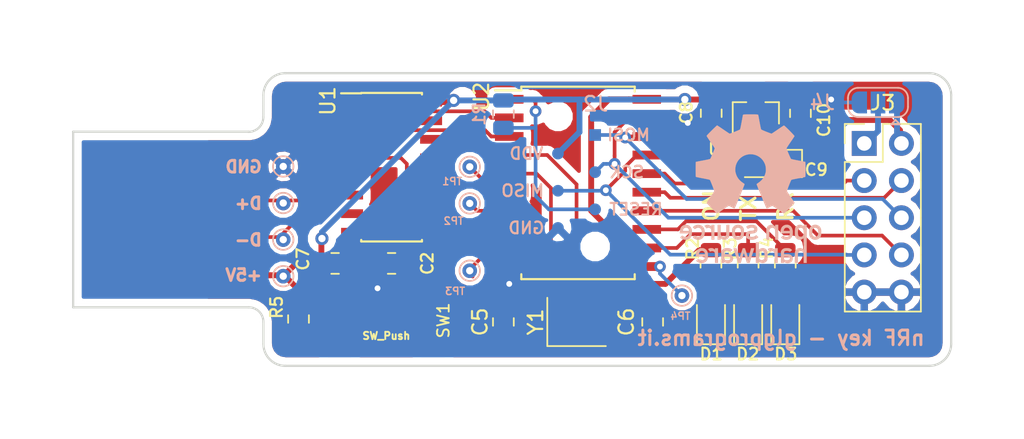
<source format=kicad_pcb>
(kicad_pcb (version 20171130) (host pcbnew 5.0.2-bee76a0~70~ubuntu18.04.1)

  (general
    (thickness 1.6)
    (drawings 22)
    (tracks 204)
    (zones 0)
    (modules 33)
    (nets 40)
  )

  (page A4)
  (layers
    (0 F.Cu signal)
    (31 B.Cu signal)
    (32 B.Adhes user)
    (33 F.Adhes user)
    (34 B.Paste user)
    (35 F.Paste user)
    (36 B.SilkS user)
    (37 F.SilkS user)
    (38 B.Mask user)
    (39 F.Mask user)
    (40 Dwgs.User user)
    (41 Cmts.User user)
    (42 Eco1.User user)
    (43 Eco2.User user)
    (44 Edge.Cuts user)
    (45 Margin user)
    (46 B.CrtYd user)
    (47 F.CrtYd user)
    (48 B.Fab user hide)
    (49 F.Fab user hide)
  )

  (setup
    (last_trace_width 0.25)
    (trace_clearance 0.2)
    (zone_clearance 0.508)
    (zone_45_only no)
    (trace_min 0.2)
    (segment_width 0.2)
    (edge_width 0.15)
    (via_size 0.8)
    (via_drill 0.4)
    (via_min_size 0.4)
    (via_min_drill 0.3)
    (uvia_size 0.3)
    (uvia_drill 0.1)
    (uvias_allowed no)
    (uvia_min_size 0.2)
    (uvia_min_drill 0.1)
    (pcb_text_width 0.3)
    (pcb_text_size 1.5 1.5)
    (mod_edge_width 0.15)
    (mod_text_size 1 1)
    (mod_text_width 0.15)
    (pad_size 1.524 1.524)
    (pad_drill 0.762)
    (pad_to_mask_clearance 0.051)
    (solder_mask_min_width 0.25)
    (aux_axis_origin 0 0)
    (visible_elements FFFDFF7F)
    (pcbplotparams
      (layerselection 0x010f0_ffffffff)
      (usegerberextensions true)
      (usegerberattributes false)
      (usegerberadvancedattributes false)
      (creategerberjobfile false)
      (excludeedgelayer true)
      (linewidth 0.100000)
      (plotframeref false)
      (viasonmask false)
      (mode 1)
      (useauxorigin false)
      (hpglpennumber 1)
      (hpglpenspeed 20)
      (hpglpendiameter 15.000000)
      (psnegative false)
      (psa4output false)
      (plotreference true)
      (plotvalue true)
      (plotinvisibletext false)
      (padsonsilk false)
      (subtractmaskfromsilk false)
      (outputformat 1)
      (mirror false)
      (drillshape 0)
      (scaleselection 1)
      (outputdirectory "./gerbers"))
  )

  (net 0 "")
  (net 1 +5V)
  (net 2 GND)
  (net 3 "Net-(J1-Pad3)")
  (net 4 "Net-(J1-Pad2)")
  (net 5 "Net-(U1-Pad9)")
  (net 6 "Net-(U1-Pad10)")
  (net 7 "Net-(U1-Pad11)")
  (net 8 "Net-(U1-Pad12)")
  (net 9 "Net-(U1-Pad13)")
  (net 10 "Net-(U1-Pad14)")
  (net 11 "Net-(U1-Pad15)")
  (net 12 +3V3)
  (net 13 /RX)
  (net 14 /TX)
  (net 15 "Net-(C6-Pad1)")
  (net 16 "Net-(C5-Pad1)")
  (net 17 /IRQ)
  (net 18 /~CE~)
  (net 19 /~CSN~)
  (net 20 "Net-(C2-Pad1)")
  (net 21 "Net-(U1-Pad7)")
  (net 22 "Net-(U1-Pad8)")
  (net 23 "Net-(D3-Pad2)")
  (net 24 /TX_LED)
  (net 25 /RX_LED)
  (net 26 "Net-(D2-Pad2)")
  (net 27 "Net-(D1-Pad2)")
  (net 28 /RESET)
  (net 29 /BTN)
  (net 30 "Net-(Y1-Pad2)")
  (net 31 "Net-(Y1-Pad4)")
  (net 32 "Net-(TP1-Pad1)")
  (net 33 "Net-(TP2-Pad1)")
  (net 34 "Net-(TP3-Pad1)")
  (net 35 "Net-(TP4-Pad1)")
  (net 36 /DI)
  (net 37 /DO)
  (net 38 /SCL)
  (net 39 "Net-(J3-Pad1)")

  (net_class Default "Questo è il gruppo di collegamenti predefinito"
    (clearance 0.2)
    (trace_width 0.25)
    (via_dia 0.8)
    (via_drill 0.4)
    (uvia_dia 0.3)
    (uvia_drill 0.1)
    (add_net /BTN)
    (add_net /DI)
    (add_net /DO)
    (add_net /IRQ)
    (add_net /RESET)
    (add_net /RX)
    (add_net /RX_LED)
    (add_net /SCL)
    (add_net /TX)
    (add_net /TX_LED)
    (add_net /~CE~)
    (add_net /~CSN~)
    (add_net "Net-(C2-Pad1)")
    (add_net "Net-(C5-Pad1)")
    (add_net "Net-(C6-Pad1)")
    (add_net "Net-(D1-Pad2)")
    (add_net "Net-(D2-Pad2)")
    (add_net "Net-(D3-Pad2)")
    (add_net "Net-(J1-Pad2)")
    (add_net "Net-(J1-Pad3)")
    (add_net "Net-(TP1-Pad1)")
    (add_net "Net-(TP2-Pad1)")
    (add_net "Net-(TP3-Pad1)")
    (add_net "Net-(TP4-Pad1)")
    (add_net "Net-(U1-Pad10)")
    (add_net "Net-(U1-Pad11)")
    (add_net "Net-(U1-Pad12)")
    (add_net "Net-(U1-Pad13)")
    (add_net "Net-(U1-Pad14)")
    (add_net "Net-(U1-Pad15)")
    (add_net "Net-(U1-Pad7)")
    (add_net "Net-(U1-Pad8)")
    (add_net "Net-(U1-Pad9)")
    (add_net "Net-(Y1-Pad2)")
    (add_net "Net-(Y1-Pad4)")
  )

  (net_class power ""
    (clearance 0.2)
    (trace_width 0.4)
    (via_dia 0.9)
    (via_drill 0.5)
    (uvia_dia 0.3)
    (uvia_drill 0.1)
    (add_net +3V3)
    (add_net +5V)
    (add_net GND)
    (add_net "Net-(J3-Pad1)")
  )

  (module _connectors:nRF24-2x05_P2.54mm (layer F.Cu) (tedit 5CC5E04C) (tstamp 5CE12981)
    (at 144.06 104.673)
    (descr "Through hole straight socket strip, 2x05, 2.54mm pitch, double cols (from Kicad 4.0.7), script generated")
    (tags "Through hole socket strip THT 2x05 2.54mm double row")
    (path /5C79A49E)
    (fp_text reference J3 (at 1.27 -2.643) (layer F.SilkS)
      (effects (font (size 1 1) (thickness 0.15)))
    )
    (fp_text value NRF24L01+_SHIELD (at 0.254 12.954) (layer F.Fab)
      (effects (font (size 1 1) (thickness 0.15)))
    )
    (fp_line (start 3.81 -1.143) (end -0.27 -1.143) (layer F.Fab) (width 0.1))
    (fp_line (start -0.27 -1.143) (end -1.27 -0.143) (layer F.Fab) (width 0.1))
    (fp_line (start -1.27 -0.143) (end -1.27 11.557) (layer F.Fab) (width 0.1))
    (fp_line (start -1.27 11.557) (end 3.81 11.557) (layer F.Fab) (width 0.1))
    (fp_line (start 3.81 11.557) (end 3.81 -1.143) (layer F.Fab) (width 0.1))
    (fp_line (start 3.87 -1.203) (end 1.27 -1.203) (layer F.SilkS) (width 0.12))
    (fp_line (start 3.87 -1.203) (end 3.87 11.617) (layer F.SilkS) (width 0.12))
    (fp_line (start 3.87 11.617) (end -1.33 11.617) (layer F.SilkS) (width 0.12))
    (fp_line (start -1.33 1.397) (end -1.33 11.617) (layer F.SilkS) (width 0.12))
    (fp_line (start 1.27 1.397) (end -1.33 1.397) (layer F.SilkS) (width 0.12))
    (fp_line (start 1.27 -1.203) (end 1.27 1.397) (layer F.SilkS) (width 0.12))
    (fp_line (start -1.33 -1.203) (end -1.33 0.127) (layer F.SilkS) (width 0.12))
    (fp_line (start 0 -1.203) (end -1.33 -1.203) (layer F.SilkS) (width 0.12))
    (fp_line (start 4.34 -1.673) (end -1.76 -1.673) (layer F.CrtYd) (width 0.05))
    (fp_line (start -1.76 -1.673) (end -1.76 12.027) (layer F.CrtYd) (width 0.05))
    (fp_line (start -1.76 12.027) (end 4.34 12.027) (layer F.CrtYd) (width 0.05))
    (fp_line (start 4.34 12.027) (end 4.34 -1.673) (layer F.CrtYd) (width 0.05))
    (fp_text user %R (at 1.27 5.207 90) (layer F.Fab)
      (effects (font (size 1 1) (thickness 0.15)))
    )
    (pad 1 thru_hole rect (at 0 0.127) (size 1.7 1.7) (drill 1) (layers *.Cu *.Mask)
      (net 39 "Net-(J3-Pad1)"))
    (pad 2 thru_hole oval (at 2.54 0.127) (size 1.7 1.7) (drill 1) (layers *.Cu *.Mask)
      (net 12 +3V3))
    (pad 3 thru_hole oval (at 0 2.667) (size 1.7 1.7) (drill 1) (layers *.Cu *.Mask)
      (net 18 /~CE~))
    (pad 4 thru_hole oval (at 2.54 2.667) (size 1.7 1.7) (drill 1) (layers *.Cu *.Mask)
      (net 19 /~CSN~))
    (pad 5 thru_hole oval (at 0 5.207) (size 1.7 1.7) (drill 1) (layers *.Cu *.Mask)
      (net 38 /SCL))
    (pad 6 thru_hole oval (at 2.54 5.207) (size 1.7 1.7) (drill 1) (layers *.Cu *.Mask)
      (net 37 /DO))
    (pad 7 thru_hole oval (at 0 7.747) (size 1.7 1.7) (drill 1) (layers *.Cu *.Mask)
      (net 36 /DI))
    (pad 8 thru_hole oval (at 2.54 7.747) (size 1.7 1.7) (drill 1) (layers *.Cu *.Mask)
      (net 17 /IRQ))
    (pad 9 thru_hole oval (at 0 10.287) (size 1.7 1.7) (drill 1) (layers *.Cu *.Mask)
      (net 2 GND))
    (pad 10 thru_hole oval (at 2.54 10.287) (size 1.7 1.7) (drill 1) (layers *.Cu *.Mask)
      (net 2 GND))
    (model ${KISYS3DMOD}/Connector_PinSocket_2.54mm.3dshapes/PinSocket_2x05_P2.54mm_Vertical.wrl
      (offset (xyz 2.5 0 0))
      (scale (xyz 1 1 1))
      (rotate (xyz 0 0 0))
    )
  )

  (module _connectors:PogoPins-2x03-ICSP (layer B.Cu) (tedit 5CC5BC23) (tstamp 5CDF1B87)
    (at 124.4 107.4 180)
    (path /5CA822DA)
    (fp_text reference J2 (at -1.3 5.3 180) (layer B.SilkS)
      (effects (font (size 1 1) (thickness 0.15)) (justify mirror))
    )
    (fp_text value AVR-ISP-6 (at 1.27 7.485 180) (layer B.Fab)
      (effects (font (size 1 1) (thickness 0.15)) (justify mirror))
    )
    (fp_text user MOSI (at -3.556 3.175 180) (layer B.SilkS)
      (effects (font (size 0.8 0.8) (thickness 0.15)) (justify mirror))
    )
    (fp_text user SCK (at -3.429 0.635 180) (layer B.SilkS)
      (effects (font (size 0.8 0.8) (thickness 0.15)) (justify mirror))
    )
    (fp_text user RESET (at -4.064 -1.905 180) (layer B.SilkS)
      (effects (font (size 0.8 0.8) (thickness 0.15)) (justify mirror))
    )
    (fp_text user VDD (at 3.429 1.905 180) (layer B.SilkS)
      (effects (font (size 0.8 0.8) (thickness 0.15)) (justify mirror))
    )
    (fp_text user MISO (at 3.683 -0.635 180) (layer B.SilkS)
      (effects (font (size 0.8 0.8) (thickness 0.15)) (justify mirror))
    )
    (fp_text user GND (at 3.429 -3.175 180) (layer B.SilkS)
      (effects (font (size 0.8 0.8) (thickness 0.15)) (justify mirror))
    )
    (pad 2 smd circle (at 1.27 1.905 180) (size 0.8 0.8) (layers B.Cu B.Paste B.Mask)
      (net 1 +5V))
    (pad 4 smd circle (at 1.27 -0.635 180) (size 0.8 0.8) (layers B.Cu B.Paste B.Mask)
      (net 36 /DI))
    (pad 6 smd circle (at 1.27 -3.175 180) (size 0.8 0.8) (layers B.Cu B.Paste B.Mask)
      (net 2 GND))
    (pad 1 smd rect (at -1.27 3.175 180) (size 0.8 0.8) (layers B.Cu B.Paste B.Mask)
      (net 37 /DO))
    (pad 5 smd circle (at -1.27 -1.905 180) (size 0.8 0.8) (layers B.Cu B.Paste B.Mask)
      (net 28 /RESET))
    (pad 3 smd circle (at -1.27 0.635 180) (size 0.8 0.8) (layers B.Cu B.Paste B.Mask)
      (net 38 /SCL))
    (pad "" np_thru_hole circle (at 1.27 4.445 180) (size 1 1) (drill 1) (layers *.Cu *.Mask))
    (pad "" np_thru_hole circle (at -1.27 -4.445 180) (size 1 1) (drill 1) (layers *.Cu *.Mask))
  )

  (module TestPoint:TestPoint_THTPad_D1.0mm_Drill0.5mm (layer B.Cu) (tedit 5CC5DC3A) (tstamp 5CDEDB2C)
    (at 104.356088 108.874614 180)
    (descr "THT pad as test Point, diameter 1.0mm, hole diameter 0.5mm")
    (tags "test point THT pad")
    (path /5CC764DA)
    (attr virtual)
    (fp_text reference TP6 (at 2.4 -0.052 180) (layer B.SilkS) hide
      (effects (font (size 1 1) (thickness 0.15)) (justify mirror))
    )
    (fp_text value D- (at 0 -1.55 180) (layer B.Fab)
      (effects (font (size 1 1) (thickness 0.15)) (justify mirror))
    )
    (fp_circle (center 0 0) (end 0 -0.7) (layer B.SilkS) (width 0.12))
    (fp_circle (center 0 0) (end 1 0) (layer B.CrtYd) (width 0.05))
    (fp_text user %R (at 0 1.45 180) (layer B.Fab)
      (effects (font (size 1 1) (thickness 0.15)) (justify mirror))
    )
    (pad 1 thru_hole circle (at 0 0 180) (size 1 1) (drill 0.5) (layers *.Cu *.Mask)
      (net 3 "Net-(J1-Pad3)"))
  )

  (module TestPoint:TestPoint_THTPad_D1.0mm_Drill0.5mm (layer B.Cu) (tedit 5CC5DC3D) (tstamp 5CDEDB17)
    (at 104.356088 111.374614 180)
    (descr "THT pad as test Point, diameter 1.0mm, hole diameter 0.5mm")
    (tags "test point THT pad")
    (path /5CC764E1)
    (attr virtual)
    (fp_text reference TP7 (at 2.4 -0.052 180) (layer B.SilkS) hide
      (effects (font (size 1 1) (thickness 0.15)) (justify mirror))
    )
    (fp_text value D+ (at 0 -1.55 180) (layer B.Fab)
      (effects (font (size 1 1) (thickness 0.15)) (justify mirror))
    )
    (fp_text user %R (at 0 1.45 180) (layer B.Fab)
      (effects (font (size 1 1) (thickness 0.15)) (justify mirror))
    )
    (fp_circle (center 0 0) (end 1 0) (layer B.CrtYd) (width 0.05))
    (fp_circle (center 0 0) (end 0 -0.7) (layer B.SilkS) (width 0.12))
    (pad 1 thru_hole circle (at 0 0 180) (size 1 1) (drill 0.5) (layers *.Cu *.Mask)
      (net 4 "Net-(J1-Pad2)"))
  )

  (module TestPoint:TestPoint_THTPad_D1.0mm_Drill0.5mm (layer B.Cu) (tedit 5CC5DC35) (tstamp 5CDEDAED)
    (at 104.356088 106.374614 180)
    (descr "THT pad as test Point, diameter 1.0mm, hole diameter 0.5mm")
    (tags "test point THT pad")
    (path /5CC764E8)
    (attr virtual)
    (fp_text reference TP8 (at 2.4 -0.052 180) (layer B.SilkS) hide
      (effects (font (size 1 1) (thickness 0.15)) (justify mirror))
    )
    (fp_text value GND (at 0 -1.55 180) (layer B.Fab)
      (effects (font (size 1 1) (thickness 0.15)) (justify mirror))
    )
    (fp_circle (center 0 0) (end 0 -0.7) (layer B.SilkS) (width 0.12))
    (fp_circle (center 0 0) (end 1 0) (layer B.CrtYd) (width 0.05))
    (fp_text user %R (at 0 1.45 180) (layer B.Fab)
      (effects (font (size 1 1) (thickness 0.15)) (justify mirror))
    )
    (pad 1 thru_hole circle (at 0 0 180) (size 1 1) (drill 0.5) (layers *.Cu *.Mask)
      (net 2 GND))
  )

  (module TestPoint:TestPoint_THTPad_D1.0mm_Drill0.5mm (layer B.Cu) (tedit 5CC5DC40) (tstamp 5CDEF4BD)
    (at 104.356088 113.874614 180)
    (descr "THT pad as test Point, diameter 1.0mm, hole diameter 0.5mm")
    (tags "test point THT pad")
    (path /5CC764D3)
    (attr virtual)
    (fp_text reference TP5 (at 2.456088 0.125386) (layer F.SilkS) hide
      (effects (font (size 1 1) (thickness 0.15)))
    )
    (fp_text value +5V (at 0 -1.55 180) (layer B.Fab)
      (effects (font (size 1 1) (thickness 0.15)) (justify mirror))
    )
    (fp_text user %R (at 0 1.45 180) (layer B.Fab)
      (effects (font (size 1 1) (thickness 0.15)) (justify mirror))
    )
    (fp_circle (center 0 0) (end 1 0) (layer B.CrtYd) (width 0.05))
    (fp_circle (center 0 0) (end 0 -0.7) (layer B.SilkS) (width 0.12))
    (pad 1 thru_hole circle (at 0 0 180) (size 1 1) (drill 0.5) (layers *.Cu *.Mask)
      (net 1 +5V))
  )

  (module TestPoint:TestPoint_THTPad_D1.0mm_Drill0.5mm (layer B.Cu) (tedit 5CC5BDB2) (tstamp 5CD29580)
    (at 131.6 115.2)
    (descr "THT pad as test Point, diameter 1.0mm, hole diameter 0.5mm")
    (tags "test point THT pad")
    (path /5CC6B5C4)
    (attr virtual)
    (fp_text reference TP4 (at -0.1 1.4) (layer B.SilkS)
      (effects (font (size 0.5 0.5) (thickness 0.1)) (justify mirror))
    )
    (fp_text value TestPoint (at 0 -1.55) (layer B.Fab)
      (effects (font (size 1 1) (thickness 0.15)) (justify mirror))
    )
    (fp_circle (center 0 0) (end 0 -0.7) (layer B.SilkS) (width 0.12))
    (fp_circle (center 0 0) (end 1 0) (layer B.CrtYd) (width 0.05))
    (fp_text user %R (at 0 1.45) (layer B.Fab)
      (effects (font (size 1 1) (thickness 0.15)) (justify mirror))
    )
    (pad 1 thru_hole circle (at 0 0) (size 1 1) (drill 0.5) (layers *.Cu *.Mask)
      (net 35 "Net-(TP4-Pad1)"))
  )

  (module TestPoint:TestPoint_THTPad_D1.0mm_Drill0.5mm (layer B.Cu) (tedit 5CC5BDB9) (tstamp 5CD29578)
    (at 117.1 113.5)
    (descr "THT pad as test Point, diameter 1.0mm, hole diameter 0.5mm")
    (tags "test point THT pad")
    (path /5CC6B5BD)
    (attr virtual)
    (fp_text reference TP3 (at -1 1.4 180) (layer B.SilkS)
      (effects (font (size 0.5 0.5) (thickness 0.1)) (justify mirror))
    )
    (fp_text value TestPoint (at 0 -1.55) (layer B.Fab)
      (effects (font (size 1 1) (thickness 0.15)) (justify mirror))
    )
    (fp_text user %R (at 0 1.45) (layer B.Fab)
      (effects (font (size 1 1) (thickness 0.15)) (justify mirror))
    )
    (fp_circle (center 0 0) (end 1 0) (layer B.CrtYd) (width 0.05))
    (fp_circle (center 0 0) (end 0 -0.7) (layer B.SilkS) (width 0.12))
    (pad 1 thru_hole circle (at 0 0) (size 1 1) (drill 0.5) (layers *.Cu *.Mask)
      (net 34 "Net-(TP3-Pad1)"))
  )

  (module TestPoint:TestPoint_THTPad_D1.0mm_Drill0.5mm (layer B.Cu) (tedit 5CC5BDC7) (tstamp 5CD2A026)
    (at 117.1 108.9)
    (descr "THT pad as test Point, diameter 1.0mm, hole diameter 0.5mm")
    (tags "test point THT pad")
    (path /5CC68458)
    (attr virtual)
    (fp_text reference TP2 (at -1.1 1.2 180) (layer B.SilkS)
      (effects (font (size 0.5 0.5) (thickness 0.1)) (justify mirror))
    )
    (fp_text value TestPoint (at 0 -1.55) (layer B.Fab)
      (effects (font (size 1 1) (thickness 0.15)) (justify mirror))
    )
    (fp_circle (center 0 0) (end 0 -0.7) (layer B.SilkS) (width 0.12))
    (fp_circle (center 0 0) (end 1 0) (layer B.CrtYd) (width 0.05))
    (fp_text user %R (at 0 1.45) (layer B.Fab)
      (effects (font (size 1 1) (thickness 0.15)) (justify mirror))
    )
    (pad 1 thru_hole circle (at 0 0) (size 1 1) (drill 0.5) (layers *.Cu *.Mask)
      (net 33 "Net-(TP2-Pad1)"))
  )

  (module TestPoint:TestPoint_THTPad_D1.0mm_Drill0.5mm (layer B.Cu) (tedit 5CC5BDCD) (tstamp 5CD29568)
    (at 117.1 106.4)
    (descr "THT pad as test Point, diameter 1.0mm, hole diameter 0.5mm")
    (tags "test point THT pad")
    (path /5CC6829A)
    (attr virtual)
    (fp_text reference TP1 (at -1.2 1 180) (layer B.SilkS)
      (effects (font (size 0.5 0.5) (thickness 0.1)) (justify mirror))
    )
    (fp_text value TestPoint (at 0 -1.55) (layer B.Fab)
      (effects (font (size 1 1) (thickness 0.15)) (justify mirror))
    )
    (fp_text user %R (at 0 1.45) (layer B.Fab)
      (effects (font (size 1 1) (thickness 0.15)) (justify mirror))
    )
    (fp_circle (center 0 0) (end 1 0) (layer B.CrtYd) (width 0.05))
    (fp_circle (center 0 0) (end 0 -0.7) (layer B.SilkS) (width 0.12))
    (pad 1 thru_hole circle (at 0 0) (size 1 1) (drill 0.5) (layers *.Cu *.Mask)
      (net 32 "Net-(TP1-Pad1)"))
  )

  (module Logos:oshw-logo-10mm (layer B.Cu) (tedit 0) (tstamp 5CC5B796)
    (at 136.3 107.9 180)
    (path /5C7B15A0)
    (fp_text reference LOGO1 (at 0 0 180) (layer B.SilkS) hide
      (effects (font (size 1.524 1.524) (thickness 0.3)) (justify mirror))
    )
    (fp_text value Logo_Open_Hardware_Small (at 0.75 0 180) (layer B.SilkS) hide
      (effects (font (size 1.524 1.524) (thickness 0.3)) (justify mirror))
    )
    (fp_poly (pts (xy -2.388158 -4.05633) (xy -2.286994 -4.075682) (xy -2.204442 -4.111803) (xy -2.140756 -4.164589)
      (xy -2.101856 -4.222068) (xy -2.0701 -4.284887) (xy -2.0701 -5.0673) (xy -2.2733 -5.0673)
      (xy -2.2733 -4.988842) (xy -2.311795 -5.021232) (xy -2.368693 -5.054333) (xy -2.44111 -5.074166)
      (xy -2.522521 -5.080086) (xy -2.606401 -5.071446) (xy -2.663855 -5.056126) (xy -2.745413 -5.016565)
      (xy -2.806923 -4.961487) (xy -2.84791 -4.891556) (xy -2.867901 -4.807433) (xy -2.869922 -4.768365)
      (xy -2.869175 -4.7625) (xy -2.6797 -4.7625) (xy -2.667982 -4.811329) (xy -2.634969 -4.849948)
      (xy -2.583876 -4.874819) (xy -2.575755 -4.876934) (xy -2.513248 -4.885973) (xy -2.443643 -4.887274)
      (xy -2.380019 -4.880876) (xy -2.3594 -4.876235) (xy -2.318344 -4.859082) (xy -2.292048 -4.831896)
      (xy -2.27791 -4.790005) (xy -2.273333 -4.72874) (xy -2.2733 -4.721574) (xy -2.2733 -4.6355)
      (xy -2.390775 -4.636053) (xy -2.489233 -4.639517) (xy -2.564903 -4.649452) (xy -2.619775 -4.666725)
      (xy -2.655838 -4.692208) (xy -2.675079 -4.726772) (xy -2.6797 -4.7625) (xy -2.869175 -4.7625)
      (xy -2.858956 -4.682338) (xy -2.826425 -4.608777) (xy -2.773875 -4.549616) (xy -2.702855 -4.50679)
      (xy -2.645735 -4.488204) (xy -2.602091 -4.481041) (xy -2.541855 -4.47527) (xy -2.473828 -4.471582)
      (xy -2.421945 -4.470598) (xy -2.27214 -4.4704) (xy -2.275895 -4.38598) (xy -2.28198 -4.330187)
      (xy -2.297001 -4.291318) (xy -2.324824 -4.266204) (xy -2.369314 -4.251679) (xy -2.434336 -4.244576)
      (xy -2.449423 -4.2438) (xy -2.525622 -4.244847) (xy -2.586061 -4.257145) (xy -2.638607 -4.28262)
      (xy -2.655528 -4.294226) (xy -2.670073 -4.299505) (xy -2.689848 -4.293857) (xy -2.720069 -4.275053)
      (xy -2.747603 -4.254855) (xy -2.783014 -4.226968) (xy -2.808661 -4.204572) (xy -2.819347 -4.19223)
      (xy -2.8194 -4.19185) (xy -2.809118 -4.173443) (xy -2.782337 -4.148199) (xy -2.745153 -4.120881)
      (xy -2.703665 -4.09625) (xy -2.68605 -4.087685) (xy -2.634274 -4.06972) (xy -2.571544 -4.058696)
      (xy -2.507678 -4.053854) (xy -2.388158 -4.05633)) (layer B.SilkS) (width 0.01))
    (fp_poly (pts (xy -0.3556 -5.0673) (xy -0.5588 -5.0673) (xy -0.5588 -4.964503) (xy -0.607845 -5.003916)
      (xy -0.685238 -5.050432) (xy -0.771484 -5.073976) (xy -0.863562 -5.074034) (xy -0.931672 -5.059274)
      (xy -0.990337 -5.031135) (xy -1.047371 -4.986451) (xy -1.095651 -4.932203) (xy -1.128052 -4.87537)
      (xy -1.132583 -4.862422) (xy -1.139711 -4.824823) (xy -1.145035 -4.768574) (xy -1.148588 -4.698699)
      (xy -1.150403 -4.620219) (xy -1.150475 -4.56565) (xy -0.94615 -4.56565) (xy -0.945736 -4.638688)
      (xy -0.944103 -4.691358) (xy -0.940669 -4.728681) (xy -0.934848 -4.755682) (xy -0.926058 -4.777384)
      (xy -0.920318 -4.7879) (xy -0.879196 -4.834675) (xy -0.822476 -4.865471) (xy -0.7567 -4.876757)
      (xy -0.75565 -4.87676) (xy -0.709374 -4.870792) (xy -0.664751 -4.856252) (xy -0.661272 -4.854555)
      (xy -0.626215 -4.831856) (xy -0.600421 -4.802102) (xy -0.582657 -4.761506) (xy -0.571692 -4.706283)
      (xy -0.566292 -4.632648) (xy -0.56515 -4.5593) (xy -0.566474 -4.474361) (xy -0.571328 -4.410427)
      (xy -0.581039 -4.363197) (xy -0.596934 -4.328369) (xy -0.620339 -4.301645) (xy -0.651492 -4.279385)
      (xy -0.710345 -4.256803) (xy -0.773818 -4.254223) (xy -0.835267 -4.270016) (xy -0.888046 -4.302553)
      (xy -0.923309 -4.346013) (xy -0.932812 -4.367625) (xy -0.939343 -4.394822) (xy -0.943406 -4.432452)
      (xy -0.945507 -4.485362) (xy -0.946147 -4.558398) (xy -0.94615 -4.56565) (xy -1.150475 -4.56565)
      (xy -1.150512 -4.538158) (xy -1.148947 -4.457538) (xy -1.145742 -4.383381) (xy -1.140928 -4.320711)
      (xy -1.134538 -4.27455) (xy -1.128638 -4.253576) (xy -1.080937 -4.176318) (xy -1.018283 -4.116869)
      (xy -0.944626 -4.076129) (xy -0.863919 -4.054998) (xy -0.780112 -4.054375) (xy -0.697157 -4.075161)
      (xy -0.619006 -4.118254) (xy -0.59998 -4.133207) (xy -0.5588 -4.167857) (xy -0.5588 -3.6576)
      (xy -0.3556 -3.6576) (xy -0.3556 -5.0673)) (layer B.SilkS) (width 0.01))
    (fp_poly (pts (xy 1.671774 -4.055817) (xy 1.752772 -4.067468) (xy 1.819476 -4.086426) (xy 1.826177 -4.089208)
      (xy 1.893245 -4.129484) (xy 1.948362 -4.184387) (xy 1.985608 -4.247622) (xy 1.99186 -4.265402)
      (xy 1.997011 -4.297041) (xy 2.001069 -4.353754) (xy 2.004025 -4.435239) (xy 2.005869 -4.541193)
      (xy 2.006589 -4.671314) (xy 2.0066 -4.690948) (xy 2.0066 -5.0673) (xy 1.8034 -5.0673)
      (xy 1.8034 -4.980909) (xy 1.76567 -5.016153) (xy 1.713381 -5.049585) (xy 1.644917 -5.070858)
      (xy 1.566795 -5.079227) (xy 1.485534 -5.073943) (xy 1.413922 -5.056491) (xy 1.32992 -5.016631)
      (xy 1.266821 -4.962482) (xy 1.224846 -4.894344) (xy 1.204218 -4.812519) (xy 1.20196 -4.769446)
      (xy 1.20283 -4.762886) (xy 1.391495 -4.762886) (xy 1.400324 -4.801431) (xy 1.402984 -4.808034)
      (xy 1.41566 -4.836217) (xy 1.424051 -4.850969) (xy 1.424926 -4.851591) (xy 1.43803 -4.855745)
      (xy 1.4664 -4.865953) (xy 1.47955 -4.870845) (xy 1.522657 -4.880861) (xy 1.578275 -4.885508)
      (xy 1.637993 -4.885019) (xy 1.693399 -4.879627) (xy 1.736083 -4.869565) (xy 1.749198 -4.863389)
      (xy 1.779386 -4.830826) (xy 1.797311 -4.778127) (xy 1.803395 -4.704029) (xy 1.8034 -4.70174)
      (xy 1.8034 -4.63207) (xy 1.647825 -4.638109) (xy 1.563154 -4.643098) (xy 1.500197 -4.651395)
      (xy 1.455351 -4.664257) (xy 1.425011 -4.682942) (xy 1.405574 -4.708709) (xy 1.398659 -4.725098)
      (xy 1.391495 -4.762886) (xy 1.20283 -4.762886) (xy 1.213392 -4.683275) (xy 1.247342 -4.608705)
      (xy 1.291061 -4.556798) (xy 1.324563 -4.528784) (xy 1.360694 -4.507963) (xy 1.404071 -4.493149)
      (xy 1.45931 -4.483151) (xy 1.531027 -4.476781) (xy 1.616075 -4.473085) (xy 1.8034 -4.467256)
      (xy 1.8034 -4.398143) (xy 1.800929 -4.354081) (xy 1.794611 -4.317255) (xy 1.789677 -4.303389)
      (xy 1.761366 -4.275153) (xy 1.71525 -4.255323) (xy 1.657533 -4.244012) (xy 1.594417 -4.241332)
      (xy 1.532106 -4.247396) (xy 1.476802 -4.262317) (xy 1.434709 -4.286208) (xy 1.42421 -4.296753)
      (xy 1.413516 -4.305932) (xy 1.399987 -4.305614) (xy 1.378536 -4.293698) (xy 1.34408 -4.268087)
      (xy 1.332135 -4.258747) (xy 1.29612 -4.22923) (xy 1.269595 -4.205162) (xy 1.25755 -4.191118)
      (xy 1.2573 -4.190116) (xy 1.267828 -4.171447) (xy 1.295351 -4.146363) (xy 1.333775 -4.119033)
      (xy 1.377006 -4.093629) (xy 1.418952 -4.074322) (xy 1.433792 -4.069302) (xy 1.503206 -4.056273)
      (xy 1.585559 -4.051931) (xy 1.671774 -4.055817)) (layer B.SilkS) (width 0.01))
    (fp_poly (pts (xy 3.399744 -4.05825) (xy 3.48929 -4.083332) (xy 3.571809 -4.127603) (xy 3.625339 -4.172286)
      (xy 3.679198 -4.240367) (xy 3.71676 -4.321785) (xy 3.738898 -4.419199) (xy 3.746486 -4.535265)
      (xy 3.7465 -4.540875) (xy 3.7465 -4.6355) (xy 3.1242 -4.6355) (xy 3.1242 -4.681395)
      (xy 3.134751 -4.736702) (xy 3.162525 -4.792371) (xy 3.201697 -4.838082) (xy 3.220492 -4.852044)
      (xy 3.288201 -4.8796) (xy 3.363767 -4.885992) (xy 3.441605 -4.871604) (xy 3.516131 -4.836826)
      (xy 3.525094 -4.830957) (xy 3.552845 -4.813883) (xy 3.575488 -4.807469) (xy 3.598729 -4.813356)
      (xy 3.628276 -4.833185) (xy 3.669836 -4.868596) (xy 3.676471 -4.874477) (xy 3.723925 -4.916605)
      (xy 3.694709 -4.947704) (xy 3.632455 -4.997843) (xy 3.5532 -5.037479) (xy 3.463821 -5.064773)
      (xy 3.371192 -5.07789) (xy 3.282188 -5.074991) (xy 3.24485 -5.067897) (xy 3.14976 -5.032659)
      (xy 3.067701 -4.976754) (xy 3.061182 -4.970975) (xy 3.004055 -4.906852) (xy 2.962637 -4.830578)
      (xy 2.935935 -4.739276) (xy 2.922956 -4.630069) (xy 2.921301 -4.56565) (xy 2.927954 -4.444222)
      (xy 2.929546 -4.436309) (xy 3.1242 -4.436309) (xy 3.1242 -4.4704) (xy 3.546475 -4.4704)
      (xy 3.538273 -4.429391) (xy 3.518351 -4.368152) (xy 3.486724 -4.31306) (xy 3.45088 -4.275358)
      (xy 3.401153 -4.252046) (xy 3.340074 -4.243273) (xy 3.277336 -4.249355) (xy 3.226979 -4.268063)
      (xy 3.181081 -4.305754) (xy 3.145622 -4.357347) (xy 3.126214 -4.413652) (xy 3.1242 -4.436309)
      (xy 2.929546 -4.436309) (xy 2.948612 -4.341576) (xy 2.984319 -4.254646) (xy 3.036124 -4.180367)
      (xy 3.062187 -4.152928) (xy 3.134393 -4.099695) (xy 3.217751 -4.066275) (xy 3.307716 -4.052512)
      (xy 3.399744 -4.05825)) (layer B.SilkS) (width 0.01))
    (fp_poly (pts (xy -3.266727 -2.473415) (xy -3.187209 -2.505226) (xy -3.120266 -2.554945) (xy -3.069439 -2.619874)
      (xy -3.03827 -2.697314) (xy -3.03647 -2.705179) (xy -3.030687 -2.747545) (xy -3.026516 -2.809056)
      (xy -3.023959 -2.883509) (xy -3.023013 -2.964699) (xy -3.023681 -3.046423) (xy -3.025961 -3.122477)
      (xy -3.029854 -3.186658) (xy -3.03536 -3.232762) (xy -3.03647 -3.23842) (xy -3.06502 -3.315869)
      (xy -3.112197 -3.380402) (xy -3.173958 -3.430568) (xy -3.246262 -3.464913) (xy -3.32507 -3.481986)
      (xy -3.40634 -3.480334) (xy -3.48603 -3.458503) (xy -3.54965 -3.422895) (xy -3.57935 -3.402038)
      (xy -3.601789 -3.387186) (xy -3.603625 -3.386075) (xy -3.608214 -3.38824) (xy -3.611883 -3.402151)
      (xy -3.614718 -3.429933) (xy -3.616806 -3.473713) (xy -3.618236 -3.535616) (xy -3.619094 -3.617769)
      (xy -3.619467 -3.722299) (xy -3.6195 -3.773526) (xy -3.6195 -4.170352) (xy -3.584575 -4.136974)
      (xy -3.515412 -4.087036) (xy -3.438213 -4.058547) (xy -3.357084 -4.050649) (xy -3.276134 -4.062483)
      (xy -3.19947 -4.09319) (xy -3.1312 -4.141911) (xy -3.075431 -4.207788) (xy -3.052919 -4.24815)
      (xy -3.044331 -4.266976) (xy -3.037555 -4.285158) (xy -3.032376 -4.305849) (xy -3.028577 -4.332202)
      (xy -3.025942 -4.367373) (xy -3.024257 -4.414514) (xy -3.023305 -4.47678) (xy -3.02287 -4.557324)
      (xy -3.022736 -4.659301) (xy -3.022725 -4.689475) (xy -3.0226 -5.0673) (xy -3.2258 -5.0673)
      (xy -3.22582 -4.733925) (xy -3.226001 -4.630977) (xy -3.226654 -4.550202) (xy -3.227972 -4.488371)
      (xy -3.230142 -4.442259) (xy -3.233356 -4.408637) (xy -3.237804 -4.38428) (xy -3.243674 -4.365961)
      (xy -3.248045 -4.356353) (xy -3.286679 -4.304498) (xy -3.337923 -4.270603) (xy -3.396479 -4.254679)
      (xy -3.457046 -4.256736) (xy -3.514327 -4.276787) (xy -3.563021 -4.314842) (xy -3.590925 -4.355615)
      (xy -3.599643 -4.373946) (xy -3.606382 -4.39238) (xy -3.611396 -4.414334) (xy -3.614939 -4.443226)
      (xy -3.617266 -4.48247) (xy -3.618631 -4.535484) (xy -3.619287 -4.605685) (xy -3.61949 -4.696489)
      (xy -3.6195 -4.73979) (xy -3.6195 -5.0673) (xy -3.8227 -5.0673) (xy -3.8227 -2.941579)
      (xy -3.617318 -2.941579) (xy -3.616054 -3.0497) (xy -3.602841 -3.136105) (xy -3.577307 -3.201685)
      (xy -3.53908 -3.247332) (xy -3.487788 -3.273939) (xy -3.477455 -3.276701) (xy -3.411242 -3.281389)
      (xy -3.342327 -3.268102) (xy -3.310527 -3.25501) (xy -3.278355 -3.231565) (xy -3.254803 -3.196389)
      (xy -3.238926 -3.146302) (xy -3.229781 -3.078127) (xy -3.226422 -2.988687) (xy -3.226358 -2.9718)
      (xy -3.22963 -2.872623) (xy -3.240455 -2.795795) (xy -3.260353 -2.738991) (xy -3.29084 -2.699886)
      (xy -3.333436 -2.676156) (xy -3.389657 -2.665477) (xy -3.427154 -2.664327) (xy -3.489601 -2.672002)
      (xy -3.538089 -2.695024) (xy -3.57391 -2.735275) (xy -3.598351 -2.794633) (xy -3.612702 -2.874979)
      (xy -3.617318 -2.941579) (xy -3.8227 -2.941579) (xy -3.8227 -2.4638) (xy -3.6195 -2.4638)
      (xy -3.6195 -2.566692) (xy -3.577542 -2.534689) (xy -3.504844 -2.49071) (xy -3.426377 -2.467503)
      (xy -3.35528 -2.462212) (xy -3.266727 -2.473415)) (layer B.SilkS) (width 0.01))
    (fp_poly (pts (xy -1.286617 -4.064535) (xy -1.20619 -4.097661) (xy -1.182126 -4.112825) (xy -1.176045 -4.122669)
      (xy -1.181146 -4.139578) (xy -1.199452 -4.167457) (xy -1.231969 -4.208952) (xy -1.264417 -4.247033)
      (xy -1.291991 -4.275922) (xy -1.310159 -4.290995) (xy -1.313493 -4.292149) (xy -1.333792 -4.285951)
      (xy -1.3589 -4.27355) (xy -1.409096 -4.257276) (xy -1.468047 -4.256213) (xy -1.524602 -4.269791)
      (xy -1.550697 -4.283328) (xy -1.57538 -4.300964) (xy -1.594939 -4.319245) (xy -1.609967 -4.341226)
      (xy -1.62106 -4.369966) (xy -1.62881 -4.408521) (xy -1.633813 -4.459947) (xy -1.636663 -4.527302)
      (xy -1.637953 -4.613642) (xy -1.638278 -4.722024) (xy -1.638281 -4.733925) (xy -1.6383 -5.0673)
      (xy -1.8415 -5.0673) (xy -1.8415 -4.064) (xy -1.6383 -4.064) (xy -1.6383 -4.170352)
      (xy -1.603375 -4.136974) (xy -1.535372 -4.088722) (xy -1.45643 -4.060366) (xy -1.371771 -4.052204)
      (xy -1.286617 -4.064535)) (layer B.SilkS) (width 0.01))
    (fp_poly (pts (xy 0.063968 -4.4069) (xy 0.08835 -4.495771) (xy 0.110863 -4.57608) (xy 0.130595 -4.644721)
      (xy 0.146638 -4.698586) (xy 0.158081 -4.734565) (xy 0.164014 -4.749553) (xy 0.164358 -4.7498)
      (xy 0.169992 -4.73821) (xy 0.182314 -4.705471) (xy 0.200271 -4.654622) (xy 0.222812 -4.588706)
      (xy 0.248885 -4.510764) (xy 0.277438 -4.423838) (xy 0.282946 -4.4069) (xy 0.39426 -4.064)
      (xy 0.543466 -4.064) (xy 0.640741 -4.365625) (xy 0.668505 -4.45168) (xy 0.694559 -4.532375)
      (xy 0.717609 -4.603703) (xy 0.736358 -4.661656) (xy 0.74951 -4.702224) (xy 0.754666 -4.71805)
      (xy 0.771315 -4.76885) (xy 0.791655 -4.699) (xy 0.801017 -4.666071) (xy 0.815737 -4.613337)
      (xy 0.834515 -4.545505) (xy 0.856049 -4.46728) (xy 0.879038 -4.38337) (xy 0.887679 -4.351726)
      (xy 0.909663 -4.271784) (xy 0.92964 -4.200358) (xy 0.946589 -4.140996) (xy 0.959492 -4.097242)
      (xy 0.967329 -4.072645) (xy 0.969054 -4.068612) (xy 0.983531 -4.066392) (xy 1.01694 -4.065542)
      (xy 1.062843 -4.066181) (xy 1.076873 -4.066635) (xy 1.179002 -4.07035) (xy 1.040326 -4.50215)
      (xy 1.007284 -4.60516) (xy 0.975923 -4.703178) (xy 0.947289 -4.792909) (xy 0.922432 -4.87106)
      (xy 0.902398 -4.934336) (xy 0.888237 -4.979443) (xy 0.881723 -5.000625) (xy 0.861797 -5.0673)
      (xy 0.770623 -5.067239) (xy 0.67945 -5.067179) (xy 0.585179 -4.746564) (xy 0.559321 -4.65893)
      (xy 0.535264 -4.577983) (xy 0.514097 -4.50734) (xy 0.496908 -4.450615) (xy 0.484785 -4.411426)
      (xy 0.479128 -4.3942) (xy 0.474706 -4.388102) (xy 0.468602 -4.391972) (xy 0.460026 -4.407961)
      (xy 0.448186 -4.43822) (xy 0.432291 -4.484901) (xy 0.41155 -4.550154) (xy 0.38517 -4.636132)
      (xy 0.362356 -4.7117) (xy 0.257364 -5.06095) (xy 0.167499 -5.064666) (xy 0.077635 -5.068383)
      (xy -0.013021 -4.785266) (xy -0.066634 -4.617794) (xy -0.113031 -4.472781) (xy -0.152123 -4.350509)
      (xy -0.18382 -4.251258) (xy -0.208031 -4.175312) (xy -0.224667 -4.12295) (xy -0.233638 -4.094455)
      (xy -0.234219 -4.092575) (xy -0.237417 -4.078692) (xy -0.233437 -4.07024) (xy -0.217654 -4.065872)
      (xy -0.185441 -4.064241) (xy -0.136081 -4.064) (xy -0.029149 -4.064) (xy 0.063968 -4.4069)) (layer B.SilkS) (width 0.01))
    (fp_poly (pts (xy 2.8115 -4.071796) (xy 2.892301 -4.111727) (xy 2.894611 -4.113261) (xy 2.900605 -4.123032)
      (xy 2.894926 -4.139972) (xy 2.875506 -4.167889) (xy 2.844356 -4.205801) (xy 2.812529 -4.243378)
      (xy 2.787583 -4.273019) (xy 2.773637 -4.28982) (xy 2.772159 -4.291701) (xy 2.759485 -4.290288)
      (xy 2.732724 -4.280044) (xy 2.723559 -4.275826) (xy 2.656365 -4.256179) (xy 2.589586 -4.258851)
      (xy 2.528573 -4.282387) (xy 2.478676 -4.325333) (xy 2.463731 -4.346458) (xy 2.456133 -4.360406)
      (xy 2.450228 -4.376449) (xy 2.445803 -4.397786) (xy 2.442646 -4.427615) (xy 2.440546 -4.469136)
      (xy 2.439289 -4.525547) (xy 2.438664 -4.600046) (xy 2.438458 -4.695831) (xy 2.438447 -4.727575)
      (xy 2.4384 -5.0673) (xy 2.2352 -5.0673) (xy 2.2352 -4.064) (xy 2.4384 -4.064)
      (xy 2.4384 -4.167579) (xy 2.489731 -4.123641) (xy 2.560322 -4.079192) (xy 2.640692 -4.055652)
      (xy 2.726024 -4.053146) (xy 2.8115 -4.071796)) (layer B.SilkS) (width 0.01))
    (fp_poly (pts (xy -4.356618 -2.461441) (xy -4.262753 -2.484134) (xy -4.178014 -2.527338) (xy -4.10552 -2.589742)
      (xy -4.04839 -2.670036) (xy -4.031478 -2.704688) (xy -4.022048 -2.729732) (xy -4.015327 -2.757637)
      (xy -4.010881 -2.793107) (xy -4.008278 -2.840846) (xy -4.007084 -2.905556) (xy -4.00685 -2.9718)
      (xy -4.007239 -3.05325) (xy -4.008693 -3.114012) (xy -4.011646 -3.158789) (xy -4.016533 -3.192283)
      (xy -4.023786 -3.219198) (xy -4.031478 -3.238911) (xy -4.081007 -3.326285) (xy -4.145733 -3.393904)
      (xy -4.219908 -3.440041) (xy -4.303197 -3.471392) (xy -4.386413 -3.483781) (xy -4.479224 -3.478718)
      (xy -4.569449 -3.454884) (xy -4.651463 -3.410209) (xy -4.720914 -3.348299) (xy -4.773452 -3.272764)
      (xy -4.797491 -3.214828) (xy -4.80971 -3.156909) (xy -4.817474 -3.081549) (xy -4.820799 -2.996312)
      (xy -4.820058 -2.937173) (xy -4.62185 -2.937173) (xy -4.621628 -3.011365) (xy -4.616958 -3.080381)
      (xy -4.608414 -3.131985) (xy -4.580923 -3.194494) (xy -4.536514 -3.241588) (xy -4.479678 -3.271513)
      (xy -4.414909 -3.28252) (xy -4.3467 -3.272854) (xy -4.29895 -3.252652) (xy -4.270086 -3.228383)
      (xy -4.241793 -3.191804) (xy -4.232275 -3.175193) (xy -4.219515 -3.146784) (xy -4.211194 -3.117595)
      (xy -4.206428 -3.081268) (xy -4.204328 -3.031442) (xy -4.203979 -2.972284) (xy -4.205072 -2.901189)
      (xy -4.20853 -2.849362) (xy -4.215094 -2.810724) (xy -4.225507 -2.779193) (xy -4.228315 -2.772765)
      (xy -4.264881 -2.718815) (xy -4.3141 -2.682867) (xy -4.371232 -2.664416) (xy -4.431539 -2.662953)
      (xy -4.490279 -2.677972) (xy -4.542712 -2.708964) (xy -4.5841 -2.755423) (xy -4.608887 -2.813494)
      (xy -4.617608 -2.867863) (xy -4.62185 -2.937173) (xy -4.820058 -2.937173) (xy -4.819701 -2.908759)
      (xy -4.814194 -2.826455) (xy -4.804293 -2.756962) (xy -4.796509 -2.725392) (xy -4.762459 -2.652651)
      (xy -4.709539 -2.584431) (xy -4.644146 -2.527273) (xy -4.572676 -2.487716) (xy -4.559255 -2.482834)
      (xy -4.456492 -2.460571) (xy -4.356618 -2.461441)) (layer B.SilkS) (width 0.01))
    (fp_poly (pts (xy -2.397255 -2.465399) (xy -2.392721 -2.466091) (xy -2.305469 -2.488814) (xy -2.230331 -2.529507)
      (xy -2.164551 -2.587333) (xy -2.119837 -2.642782) (xy -2.087449 -2.705128) (xy -2.065553 -2.779574)
      (xy -2.052318 -2.871326) (xy -2.048941 -2.915605) (xy -2.040841 -3.048) (xy -2.682527 -3.048)
      (xy -2.673938 -3.095625) (xy -2.64941 -3.171264) (xy -2.608079 -3.229966) (xy -2.553016 -3.270609)
      (xy -2.487294 -3.29207) (xy -2.413986 -3.293226) (xy -2.336164 -3.272955) (xy -2.274395 -3.241603)
      (xy -2.21318 -3.20355) (xy -2.142526 -3.263842) (xy -2.071871 -3.324133) (xy -2.112261 -3.361872)
      (xy -2.197198 -3.424318) (xy -2.294057 -3.46562) (xy -2.39926 -3.484756) (xy -2.509228 -3.480701)
      (xy -2.521378 -3.47881) (xy -2.620687 -3.450668) (xy -2.704966 -3.402801) (xy -2.773486 -3.336476)
      (xy -2.825518 -3.25296) (xy -2.860331 -3.153521) (xy -2.877196 -3.039424) (xy -2.875382 -2.911939)
      (xy -2.872319 -2.8829) (xy -2.682527 -2.8829) (xy -2.251311 -2.8829) (xy -2.260163 -2.835275)
      (xy -2.283356 -2.760004) (xy -2.321766 -2.704656) (xy -2.376368 -2.66812) (xy -2.419064 -2.654364)
      (xy -2.489334 -2.650332) (xy -2.553636 -2.668967) (xy -2.608264 -2.707637) (xy -2.649511 -2.76371)
      (xy -2.673672 -2.834554) (xy -2.673804 -2.835275) (xy -2.682527 -2.8829) (xy -2.872319 -2.8829)
      (xy -2.871116 -2.871498) (xy -2.846896 -2.756592) (xy -2.805986 -2.658786) (xy -2.749704 -2.579198)
      (xy -2.67937 -2.518947) (xy -2.596304 -2.479151) (xy -2.501826 -2.460929) (xy -2.397255 -2.465399)) (layer B.SilkS) (width 0.01))
    (fp_poly (pts (xy -0.025437 -2.464272) (xy 0.045593 -2.471129) (xy 0.099595 -2.481699) (xy 0.139984 -2.495697)
      (xy 0.185809 -2.516031) (xy 0.231127 -2.539439) (xy 0.269996 -2.562661) (xy 0.296471 -2.582433)
      (xy 0.3048 -2.594331) (xy 0.297049 -2.608713) (xy 0.276687 -2.636189) (xy 0.248044 -2.670932)
      (xy 0.246718 -2.672471) (xy 0.188636 -2.739747) (xy 0.122654 -2.70401) (xy 0.052286 -2.673486)
      (xy -0.018622 -2.656081) (xy -0.086338 -2.651166) (xy -0.147127 -2.658114) (xy -0.197255 -2.676297)
      (xy -0.232991 -2.705086) (xy -0.2506 -2.743854) (xy -0.251427 -2.766941) (xy -0.244599 -2.800033)
      (xy -0.22838 -2.824793) (xy -0.199341 -2.842849) (xy -0.154053 -2.855831) (xy -0.089089 -2.865366)
      (xy -0.033207 -2.870609) (xy 0.057923 -2.880416) (xy 0.12854 -2.894125) (xy 0.183429 -2.913351)
      (xy 0.227372 -2.939708) (xy 0.260443 -2.969718) (xy 0.296789 -3.017931) (xy 0.318591 -3.073175)
      (xy 0.328258 -3.142554) (xy 0.329233 -3.172455) (xy 0.323571 -3.246142) (xy 0.302337 -3.306568)
      (xy 0.262175 -3.362739) (xy 0.255725 -3.369838) (xy 0.196409 -3.416952) (xy 0.119001 -3.452802)
      (xy 0.028807 -3.476004) (xy -0.068868 -3.485176) (xy -0.1651 -3.47945) (xy -0.273296 -3.454405)
      (xy -0.376393 -3.411688) (xy -0.465964 -3.354937) (xy -0.479847 -3.34364) (xy -0.521544 -3.308315)
      (xy -0.452783 -3.240408) (xy -0.384021 -3.1725) (xy -0.317838 -3.218026) (xy -0.240765 -3.261528)
      (xy -0.160981 -3.285428) (xy -0.076158 -3.292671) (xy 0.004644 -3.286614) (xy 0.065686 -3.267046)
      (xy 0.106172 -3.234451) (xy 0.125301 -3.189317) (xy 0.126805 -3.168999) (xy 0.123719 -3.136393)
      (xy 0.112576 -3.111932) (xy 0.089981 -3.093922) (xy 0.052539 -3.080669) (xy -0.003142 -3.070482)
      (xy -0.080458 -3.061666) (xy -0.090236 -3.060726) (xy -0.20153 -3.044525) (xy -0.290479 -3.01853)
      (xy -0.35862 -2.9816) (xy -0.407487 -2.932594) (xy -0.438618 -2.87037) (xy -0.453548 -2.793788)
      (xy -0.45381 -2.790666) (xy -0.449575 -2.702393) (xy -0.422878 -2.624745) (xy -0.375108 -2.559621)
      (xy -0.307657 -2.508921) (xy -0.222446 -2.474689) (xy -0.168921 -2.465846) (xy -0.100097 -2.462442)
      (xy -0.025437 -2.464272)) (layer B.SilkS) (width 0.01))
    (fp_poly (pts (xy 0.950502 -2.466483) (xy 1.029558 -2.488052) (xy 1.099314 -2.527431) (xy 1.156217 -2.576958)
      (xy 1.198773 -2.62411) (xy 1.230318 -2.671213) (xy 1.25235 -2.723183) (xy 1.266364 -2.784937)
      (xy 1.273855 -2.861393) (xy 1.27632 -2.957465) (xy 1.27635 -2.9718) (xy 1.274433 -3.070814)
      (xy 1.267687 -3.149565) (xy 1.254616 -3.212969) (xy 1.233722 -3.265944) (xy 1.203512 -3.313405)
      (xy 1.162487 -3.360271) (xy 1.156217 -3.366641) (xy 1.079671 -3.428248) (xy 0.994401 -3.467091)
      (xy 0.898589 -3.483732) (xy 0.791982 -3.478944) (xy 0.702988 -3.454721) (xy 0.621593 -3.408823)
      (xy 0.552281 -3.344784) (xy 0.499535 -3.266136) (xy 0.486903 -3.2385) (xy 0.477816 -3.212183)
      (xy 0.47136 -3.18169) (xy 0.467123 -3.142335) (xy 0.464695 -3.089434) (xy 0.463667 -3.018302)
      (xy 0.46355 -2.9718) (xy 0.6604 -2.9718) (xy 0.66107 -3.043012) (xy 0.663494 -3.094203)
      (xy 0.668292 -3.130725) (xy 0.676084 -3.157932) (xy 0.683913 -3.174789) (xy 0.727063 -3.230968)
      (xy 0.783701 -3.266913) (xy 0.850746 -3.281641) (xy 0.925118 -3.27417) (xy 0.960781 -3.263069)
      (xy 1.008528 -3.233213) (xy 1.043745 -3.183811) (xy 1.066807 -3.113934) (xy 1.078088 -3.022656)
      (xy 1.079429 -2.969351) (xy 1.076425 -2.886816) (xy 1.066529 -2.823371) (xy 1.048225 -2.773281)
      (xy 1.02 -2.730811) (xy 1.014799 -2.724723) (xy 0.965846 -2.686955) (xy 0.904969 -2.666528)
      (xy 0.839348 -2.664047) (xy 0.776166 -2.680117) (xy 0.738871 -2.70149) (xy 0.708261 -2.728865)
      (xy 0.686473 -2.7611) (xy 0.672171 -2.802794) (xy 0.664021 -2.858546) (xy 0.660685 -2.932955)
      (xy 0.6604 -2.9718) (xy 0.46355 -2.9718) (xy 0.464004 -2.889153) (xy 0.465642 -2.82721)
      (xy 0.468872 -2.781287) (xy 0.474106 -2.746698) (xy 0.481752 -2.71876) (xy 0.486903 -2.7051)
      (xy 0.534961 -2.619411) (xy 0.600927 -2.550068) (xy 0.681713 -2.499117) (xy 0.774231 -2.468608)
      (xy 0.855867 -2.460285) (xy 0.950502 -2.466483)) (layer B.SilkS) (width 0.01))
    (fp_poly (pts (xy 1.558925 -2.46644) (xy 1.65735 -2.47015) (xy 1.6637 -2.81305) (xy 1.665771 -2.916878)
      (xy 1.667855 -2.998449) (xy 1.670201 -3.060906) (xy 1.673057 -3.107389) (xy 1.676672 -3.141042)
      (xy 1.681296 -3.165005) (xy 1.687176 -3.18242) (xy 1.693996 -3.195503) (xy 1.736818 -3.244316)
      (xy 1.79416 -3.272676) (xy 1.864712 -3.281008) (xy 1.926706 -3.273004) (xy 1.974028 -3.248534)
      (xy 2.012241 -3.203996) (xy 2.028825 -3.17474) (xy 2.037541 -3.156649) (xy 2.044279 -3.138423)
      (xy 2.049293 -3.116654) (xy 2.052836 -3.087932) (xy 2.055163 -3.048848) (xy 2.056528 -2.995992)
      (xy 2.057185 -2.925957) (xy 2.057388 -2.835332) (xy 2.0574 -2.791309) (xy 2.0574 -2.4638)
      (xy 2.2606 -2.4638) (xy 2.2606 -3.4798) (xy 2.0574 -3.4798) (xy 2.0574 -3.362544)
      (xy 2.008259 -3.406939) (xy 1.938072 -3.453787) (xy 1.856483 -3.479991) (xy 1.768558 -3.484248)
      (xy 1.729063 -3.478812) (xy 1.658814 -3.455691) (xy 1.591719 -3.417191) (xy 1.537825 -3.369343)
      (xy 1.529292 -3.358892) (xy 1.510953 -3.333678) (xy 1.496255 -3.309194) (xy 1.484792 -3.282356)
      (xy 1.476156 -3.250082) (xy 1.469942 -3.209286) (xy 1.465744 -3.156884) (xy 1.463154 -3.089793)
      (xy 1.461767 -3.004929) (xy 1.461176 -2.899207) (xy 1.461057 -2.84109) (xy 1.4605 -2.462731)
      (xy 1.558925 -2.46644)) (layer B.SilkS) (width 0.01))
    (fp_poly (pts (xy 3.725471 -2.478011) (xy 3.815237 -2.515052) (xy 3.84175 -2.531285) (xy 3.877885 -2.557792)
      (xy 3.911801 -2.586483) (xy 3.937625 -2.611974) (xy 3.949487 -2.62888) (xy 3.9497 -2.630294)
      (xy 3.940725 -2.642563) (xy 3.917105 -2.666079) (xy 3.883796 -2.695931) (xy 3.881007 -2.698322)
      (xy 3.812314 -2.757008) (xy 3.756317 -2.717537) (xy 3.683475 -2.678923) (xy 3.6089 -2.662166)
      (xy 3.536596 -2.666523) (xy 3.470567 -2.691249) (xy 3.41482 -2.735601) (xy 3.378753 -2.787699)
      (xy 3.363005 -2.821744) (xy 3.35332 -2.854394) (xy 3.3483 -2.893611) (xy 3.346549 -2.947361)
      (xy 3.34645 -2.9718) (xy 3.347366 -3.03273) (xy 3.351048 -3.076261) (xy 3.358893 -3.110357)
      (xy 3.372298 -3.142983) (xy 3.378753 -3.1559) (xy 3.423111 -3.217186) (xy 3.480801 -3.258929)
      (xy 3.548069 -3.280377) (xy 3.62116 -3.280779) (xy 3.696319 -3.259383) (xy 3.749562 -3.230089)
      (xy 3.813144 -3.187301) (xy 3.881422 -3.245632) (xy 3.915152 -3.275677) (xy 3.939554 -3.299754)
      (xy 3.949656 -3.312935) (xy 3.9497 -3.313305) (xy 3.941195 -3.32721) (xy 3.920199 -3.349634)
      (xy 3.914775 -3.35473) (xy 3.824543 -3.421661) (xy 3.72601 -3.465096) (xy 3.621112 -3.484447)
      (xy 3.511786 -3.479122) (xy 3.508073 -3.47851) (xy 3.409332 -3.449586) (xy 3.322915 -3.399102)
      (xy 3.251111 -3.328831) (xy 3.196211 -3.240548) (xy 3.193622 -3.234974) (xy 3.159601 -3.135511)
      (xy 3.143032 -3.028679) (xy 3.14328 -2.919582) (xy 3.159712 -2.813328) (xy 3.191695 -2.71502)
      (xy 3.238594 -2.629766) (xy 3.274088 -2.586527) (xy 3.34808 -2.527279) (xy 3.435201 -2.486318)
      (xy 3.530465 -2.46413) (xy 3.628885 -2.461199) (xy 3.725471 -2.478011)) (layer B.SilkS) (width 0.01))
    (fp_poly (pts (xy 4.558048 -2.481569) (xy 4.644918 -2.522) (xy 4.698484 -2.560565) (xy 4.759877 -2.628785)
      (xy 4.803717 -2.715345) (xy 4.829995 -2.820217) (xy 4.8387 -2.942718) (xy 4.8387 -3.048)
      (xy 4.213096 -3.048) (xy 4.219701 -3.1066) (xy 4.238455 -3.172921) (xy 4.275741 -3.226176)
      (xy 4.327591 -3.265077) (xy 4.390033 -3.288337) (xy 4.459098 -3.294669) (xy 4.530815 -3.282786)
      (xy 4.601214 -3.251401) (xy 4.622567 -3.237208) (xy 4.674421 -3.199645) (xy 4.74386 -3.259594)
      (xy 4.77782 -3.290016) (xy 4.802562 -3.314284) (xy 4.8132 -3.327575) (xy 4.8133 -3.328123)
      (xy 4.804067 -3.339912) (xy 4.780146 -3.361663) (xy 4.754393 -3.382595) (xy 4.662101 -3.438704)
      (xy 4.558777 -3.472743) (xy 4.447026 -3.484069) (xy 4.36614 -3.478274) (xy 4.267178 -3.453367)
      (xy 4.184021 -3.408767) (xy 4.116969 -3.3449) (xy 4.066322 -3.262192) (xy 4.032381 -3.161069)
      (xy 4.015447 -3.041956) (xy 4.013447 -2.97815) (xy 4.01757 -2.876297) (xy 4.022092 -2.84749)
      (xy 4.2164 -2.84749) (xy 4.2164 -2.8829) (xy 4.42595 -2.8829) (xy 4.503261 -2.882766)
      (xy 4.558776 -2.882071) (xy 4.596096 -2.880371) (xy 4.618824 -2.877221) (xy 4.630563 -2.872178)
      (xy 4.634915 -2.864799) (xy 4.6355 -2.857092) (xy 4.628735 -2.820763) (xy 4.611745 -2.775753)
      (xy 4.589484 -2.733746) (xy 4.57472 -2.713789) (xy 4.526311 -2.677689) (xy 4.464975 -2.656804)
      (xy 4.398962 -2.652327) (xy 4.336526 -2.665452) (xy 4.314058 -2.676094) (xy 4.279038 -2.706959)
      (xy 4.247252 -2.752981) (xy 4.224465 -2.804046) (xy 4.2164 -2.84749) (xy 4.022092 -2.84749)
      (xy 4.030946 -2.791095) (xy 4.055235 -2.714957) (xy 4.084155 -2.654521) (xy 4.138629 -2.579114)
      (xy 4.20794 -2.521569) (xy 4.288312 -2.482465) (xy 4.37597 -2.462379) (xy 4.467141 -2.461888)
      (xy 4.558048 -2.481569)) (layer B.SilkS) (width 0.01))
    (fp_poly (pts (xy -1.323906 -2.472528) (xy -1.241307 -2.505585) (xy -1.17148 -2.558548) (xy -1.117686 -2.629371)
      (xy -1.103527 -2.657382) (xy -1.094928 -2.677286) (xy -1.088151 -2.696446) (xy -1.082977 -2.718061)
      (xy -1.079188 -2.745329) (xy -1.076565 -2.781449) (xy -1.074889 -2.829619) (xy -1.073943 -2.893039)
      (xy -1.073506 -2.974908) (xy -1.07336 -3.078423) (xy -1.073349 -3.0988) (xy -1.07315 -3.47345)
      (xy -1.268122 -3.480834) (xy -1.272236 -3.146942) (xy -1.273611 -3.045235) (xy -1.275106 -2.965603)
      (xy -1.276987 -2.904719) (xy -1.279521 -2.859258) (xy -1.282972 -2.825895) (xy -1.287608 -2.801303)
      (xy -1.293693 -2.782157) (xy -1.301494 -2.765132) (xy -1.302989 -2.76225) (xy -1.342658 -2.711027)
      (xy -1.39495 -2.677842) (xy -1.454511 -2.662786) (xy -1.515986 -2.665952) (xy -1.574023 -2.687432)
      (xy -1.623266 -2.72732) (xy -1.644201 -2.756349) (xy -1.652011 -2.771191) (xy -1.658142 -2.788137)
      (xy -1.662845 -2.81041) (xy -1.666369 -2.841232) (xy -1.668964 -2.883825) (xy -1.670882 -2.941413)
      (xy -1.672371 -3.017217) (xy -1.673682 -3.114461) (xy -1.673983 -3.140075) (xy -1.677915 -3.4798)
      (xy -1.8796 -3.4798) (xy -1.8796 -2.4638) (xy -1.6764 -2.4638) (xy -1.6764 -2.580731)
      (xy -1.629699 -2.539726) (xy -1.567846 -2.495294) (xy -1.502242 -2.470291) (xy -1.424182 -2.461525)
      (xy -1.416015 -2.461423) (xy -1.323906 -2.472528)) (layer B.SilkS) (width 0.01))
    (fp_poly (pts (xy 3.01491 -2.467198) (xy 3.076653 -2.487619) (xy 3.093136 -2.495329) (xy 3.162771 -2.529399)
      (xy 3.12537 -2.575974) (xy 3.09227 -2.616619) (xy 3.057589 -2.658383) (xy 3.050759 -2.666481)
      (xy 3.013549 -2.710412) (xy 2.976799 -2.686292) (xy 2.921836 -2.664361) (xy 2.860906 -2.662723)
      (xy 2.800649 -2.679621) (xy 2.747709 -2.713299) (xy 2.711899 -2.756349) (xy 2.704086 -2.771211)
      (xy 2.697947 -2.788211) (xy 2.693229 -2.810571) (xy 2.68968 -2.841514) (xy 2.687046 -2.884262)
      (xy 2.685075 -2.942037) (xy 2.683514 -3.018063) (xy 2.68211 -3.11556) (xy 2.681799 -3.140075)
      (xy 2.677549 -3.4798) (xy 2.582976 -3.4798) (xy 2.525441 -3.477736) (xy 2.492049 -3.471448)
      (xy 2.482297 -3.463889) (xy 2.48102 -3.448012) (xy 2.480004 -3.409596) (xy 2.479264 -3.351502)
      (xy 2.478817 -3.27659) (xy 2.478678 -3.187721) (xy 2.478862 -3.087754) (xy 2.479387 -2.97955)
      (xy 2.479521 -2.959064) (xy 2.48285 -2.47015) (xy 2.581275 -2.46644) (xy 2.6797 -2.462731)
      (xy 2.6797 -2.514065) (xy 2.682588 -2.55076) (xy 2.692369 -2.56364) (xy 2.71071 -2.55375)
      (xy 2.723087 -2.541174) (xy 2.76269 -2.511137) (xy 2.818989 -2.485766) (xy 2.883332 -2.468122)
      (xy 2.947065 -2.461267) (xy 2.948981 -2.461259) (xy 3.01491 -2.467198)) (layer B.SilkS) (width 0.01))
    (fp_poly (pts (xy 0.132187 5.079897) (xy 0.235021 5.079523) (xy 0.317245 5.078785) (xy 0.381255 5.077588)
      (xy 0.429446 5.075838) (xy 0.464213 5.073441) (xy 0.487951 5.070303) (xy 0.503055 5.066329)
      (xy 0.511921 5.061425) (xy 0.513442 5.060043) (xy 0.529395 5.040394) (xy 0.5334 5.030864)
      (xy 0.535652 5.016716) (xy 0.542071 4.980383) (xy 0.552147 4.924643) (xy 0.565373 4.852277)
      (xy 0.58124 4.766066) (xy 0.599239 4.668788) (xy 0.618863 4.563225) (xy 0.621941 4.546707)
      (xy 0.646645 4.415597) (xy 0.667582 4.307745) (xy 0.685154 4.221353) (xy 0.699763 4.154623)
      (xy 0.711811 4.105759) (xy 0.721701 4.072962) (xy 0.729835 4.054435) (xy 0.733066 4.05024)
      (xy 0.750416 4.039983) (xy 0.788119 4.021783) (xy 0.84292 3.997072) (xy 0.911566 3.967283)
      (xy 0.990804 3.93385) (xy 1.077381 3.898205) (xy 1.088016 3.893884) (xy 1.189342 3.853073)
      (xy 1.269841 3.821399) (xy 1.332035 3.798005) (xy 1.378447 3.782031) (xy 1.4116 3.772619)
      (xy 1.434016 3.768909) (xy 1.448218 3.770043) (xy 1.449966 3.770644) (xy 1.466846 3.78028)
      (xy 1.502118 3.802713) (xy 1.553293 3.836282) (xy 1.617878 3.879327) (xy 1.693385 3.930185)
      (xy 1.777321 3.987197) (xy 1.867197 4.048701) (xy 1.878495 4.056463) (xy 1.968366 4.1179)
      (xy 2.052173 4.174538) (xy 2.12751 4.224801) (xy 2.191969 4.26711) (xy 2.243146 4.299889)
      (xy 2.278631 4.321559) (xy 2.29602 4.330544) (xy 2.296906 4.3307) (xy 2.309949 4.321997)
      (xy 2.338796 4.297185) (xy 2.381388 4.258211) (xy 2.435666 4.207022) (xy 2.49957 4.145566)
      (xy 2.57104 4.075789) (xy 2.648016 3.999639) (xy 2.66488 3.982829) (xy 2.755031 3.892607)
      (xy 2.828545 3.818412) (xy 2.88697 3.758536) (xy 2.931854 3.711274) (xy 2.964745 3.674917)
      (xy 2.987191 3.647758) (xy 3.000739 3.628092) (xy 3.006938 3.61421) (xy 3.007465 3.605004)
      (xy 2.999101 3.588018) (xy 2.977863 3.552692) (xy 2.945386 3.501535) (xy 2.903308 3.437052)
      (xy 2.853267 3.36175) (xy 2.7969 3.278136) (xy 2.735843 3.188718) (xy 2.730827 3.18142)
      (xy 2.649309 3.062047) (xy 2.58273 2.962688) (xy 2.530859 2.882981) (xy 2.493468 2.822565)
      (xy 2.470328 2.781078) (xy 2.461209 2.75816) (xy 2.461039 2.75597) (xy 2.466309 2.735244)
      (xy 2.480483 2.695138) (xy 2.501968 2.639383) (xy 2.529171 2.571707) (xy 2.560497 2.49584)
      (xy 2.594353 2.415513) (xy 2.629144 2.334454) (xy 2.663277 2.256393) (xy 2.695158 2.18506)
      (xy 2.723193 2.124185) (xy 2.745788 2.077497) (xy 2.761349 2.048725) (xy 2.766114 2.042101)
      (xy 2.78072 2.034363) (xy 2.812077 2.024409) (xy 2.861585 2.011928) (xy 2.930647 1.996607)
      (xy 3.020664 1.978135) (xy 3.133037 1.956199) (xy 3.259936 1.932213) (xy 3.366449 1.912163)
      (xy 3.465269 1.893276) (xy 3.553572 1.876111) (xy 3.628535 1.86123) (xy 3.687334 1.849195)
      (xy 3.727146 1.840567) (xy 3.745145 1.835907) (xy 3.745711 1.835638) (xy 3.749629 1.821512)
      (xy 3.752861 1.784142) (xy 3.755417 1.723132) (xy 3.757309 1.638088) (xy 3.758546 1.528614)
      (xy 3.75914 1.394315) (xy 3.7592 1.327956) (xy 3.759066 1.1987) (xy 3.758615 1.092626)
      (xy 3.757769 1.007517) (xy 3.756452 0.941155) (xy 3.754586 0.891323) (xy 3.752095 0.855805)
      (xy 3.748902 0.832383) (xy 3.744929 0.81884) (xy 3.741372 0.813815) (xy 3.725164 0.808164)
      (xy 3.686872 0.798587) (xy 3.6294 0.785697) (xy 3.555656 0.77011) (xy 3.468545 0.752438)
      (xy 3.370972 0.733296) (xy 3.265845 0.713298) (xy 3.264853 0.713112) (xy 3.139648 0.689252)
      (xy 3.030903 0.667685) (xy 2.940211 0.648761) (xy 2.869163 0.632828) (xy 2.81935 0.620233)
      (xy 2.792366 0.611326) (xy 2.788325 0.608878) (xy 2.777927 0.591177) (xy 2.760148 0.553307)
      (xy 2.736428 0.49892) (xy 2.708207 0.431665) (xy 2.676924 0.355194) (xy 2.644021 0.273158)
      (xy 2.610935 0.189207) (xy 2.579107 0.106992) (xy 2.549977 0.030163) (xy 2.524985 -0.037627)
      (xy 2.505569 -0.09273) (xy 2.493171 -0.131494) (xy 2.4892 -0.149607) (xy 2.494584 -0.167799)
      (xy 2.511192 -0.200424) (xy 2.539704 -0.248567) (xy 2.580801 -0.313312) (xy 2.635164 -0.395743)
      (xy 2.703473 -0.496945) (xy 2.74955 -0.564377) (xy 2.80933 -0.6521) (xy 2.864276 -0.73378)
      (xy 2.91277 -0.806934) (xy 2.953195 -0.869077) (xy 2.983935 -0.917724) (xy 3.003373 -0.950391)
      (xy 3.0099 -0.964446) (xy 3.001174 -0.977654) (xy 2.97629 -1.006638) (xy 2.937185 -1.049354)
      (xy 2.885798 -1.103755) (xy 2.824069 -1.167795) (xy 2.753934 -1.239428) (xy 2.677333 -1.316608)
      (xy 2.656503 -1.337424) (xy 2.564346 -1.429085) (xy 2.488337 -1.503978) (xy 2.426906 -1.563535)
      (xy 2.37848 -1.609187) (xy 2.34149 -1.642363) (xy 2.314362 -1.664494) (xy 2.295525 -1.67701)
      (xy 2.283409 -1.681342) (xy 2.279229 -1.680831) (xy 2.263444 -1.671679) (xy 2.22934 -1.649799)
      (xy 2.179489 -1.616908) (xy 2.116462 -1.574726) (xy 2.042831 -1.524973) (xy 1.961167 -1.469368)
      (xy 1.889172 -1.420034) (xy 1.802789 -1.361178) (xy 1.72216 -1.30721) (xy 1.649869 -1.259784)
      (xy 1.588498 -1.220554) (xy 1.540629 -1.191177) (xy 1.508846 -1.173307) (xy 1.4965 -1.1684)
      (xy 1.476288 -1.174142) (xy 1.438481 -1.189944) (xy 1.387765 -1.213667) (xy 1.328827 -1.243171)
      (xy 1.30175 -1.2573) (xy 1.241383 -1.288543) (xy 1.18795 -1.314983) (xy 1.14591 -1.334503)
      (xy 1.119721 -1.344991) (xy 1.114275 -1.3462) (xy 1.102046 -1.334949) (xy 1.082314 -1.300951)
      (xy 1.054895 -1.243838) (xy 1.019608 -1.163241) (xy 0.996492 -1.108075) (xy 0.970953 -1.046389)
      (xy 0.9372 -0.96489) (xy 0.896747 -0.867229) (xy 0.851107 -0.757057) (xy 0.801791 -0.638024)
      (xy 0.750312 -0.513782) (xy 0.698184 -0.387983) (xy 0.658513 -0.292254) (xy 0.611128 -0.177477)
      (xy 0.566858 -0.069393) (xy 0.526641 0.029646) (xy 0.491415 0.117292) (xy 0.462117 0.191193)
      (xy 0.439686 0.248999) (xy 0.425059 0.288361) (xy 0.419174 0.306928) (xy 0.4191 0.307662)
      (xy 0.429171 0.327042) (xy 0.454847 0.351234) (xy 0.47221 0.363409) (xy 0.621194 0.467842)
      (xy 0.74649 0.578727) (xy 0.849371 0.69783) (xy 0.931113 0.826915) (xy 0.992989 0.967749)
      (xy 1.036276 1.122094) (xy 1.04251 1.153124) (xy 1.050815 1.227025) (xy 1.052151 1.316272)
      (xy 1.047043 1.411942) (xy 1.03602 1.505114) (xy 1.019608 1.586865) (xy 1.016114 1.599709)
      (xy 0.960043 1.751567) (xy 0.883511 1.890141) (xy 0.788533 2.013911) (xy 0.677125 2.121354)
      (xy 0.551301 2.21095) (xy 0.413078 2.281176) (xy 0.26447 2.330511) (xy 0.107493 2.357432)
      (xy 0.00635 2.362201) (xy -0.154823 2.350013) (xy -0.308883 2.314463) (xy -0.453812 2.257075)
      (xy -0.587598 2.179368) (xy -0.708224 2.082866) (xy -0.813675 1.969089) (xy -0.901936 1.83956)
      (xy -0.970992 1.6958) (xy -1.003415 1.599709) (xy -1.020743 1.520969) (xy -1.032777 1.429198)
      (xy -1.038991 1.333319) (xy -1.038858 1.242253) (xy -1.031848 1.164924) (xy -1.029811 1.153124)
      (xy -0.989916 0.996009) (xy -0.931673 0.852741) (xy -0.853807 0.721558) (xy -0.755045 0.600692)
      (xy -0.63411 0.48838) (xy -0.489729 0.382856) (xy -0.459511 0.363409) (xy -0.428384 0.339546)
      (xy -0.409303 0.316758) (xy -0.4064 0.307662) (xy -0.411142 0.291823) (xy -0.424742 0.254899)
      (xy -0.446261 0.19924) (xy -0.474763 0.127197) (xy -0.509309 0.04112) (xy -0.548961 -0.056641)
      (xy -0.592782 -0.163736) (xy -0.639833 -0.277815) (xy -0.645814 -0.292254) (xy -0.697411 -0.416763)
      (xy -0.749524 -0.542528) (xy -0.800641 -0.665898) (xy -0.849248 -0.783223) (xy -0.893833 -0.89085)
      (xy -0.932884 -0.985129) (xy -0.964887 -1.062409) (xy -0.983793 -1.108075) (xy -1.023538 -1.201901)
      (xy -1.055314 -1.272039) (xy -1.079302 -1.318857) (xy -1.095685 -1.342723) (xy -1.101576 -1.3462)
      (xy -1.119118 -1.340499) (xy -1.154531 -1.324808) (xy -1.203356 -1.301241) (xy -1.261135 -1.271911)
      (xy -1.28905 -1.2573) (xy -1.350108 -1.225944) (xy -1.404984 -1.199438) (xy -1.448994 -1.17992)
      (xy -1.477453 -1.169529) (xy -1.483801 -1.1684) (xy -1.500178 -1.175396) (xy -1.534797 -1.19528)
      (xy -1.585074 -1.226399) (xy -1.648427 -1.267096) (xy -1.722273 -1.315717) (xy -1.80403 -1.370607)
      (xy -1.876473 -1.420034) (xy -1.962849 -1.479188) (xy -2.043325 -1.533917) (xy -2.11533 -1.582501)
      (xy -2.176292 -1.62322) (xy -2.22364 -1.654355) (xy -2.254803 -1.674187) (xy -2.26653 -1.680831)
      (xy -2.275764 -1.680201) (xy -2.290898 -1.672134) (xy -2.313503 -1.655199) (xy -2.34515 -1.627966)
      (xy -2.387412 -1.589003) (xy -2.44186 -1.536881) (xy -2.510066 -1.47017) (xy -2.5936 -1.387438)
      (xy -2.643804 -1.337424) (xy -2.721775 -1.259132) (xy -2.793785 -1.185853) (xy -2.857897 -1.119633)
      (xy -2.912172 -1.062517) (xy -2.954671 -1.016552) (xy -2.983456 -0.983784) (xy -2.996589 -0.966258)
      (xy -2.9972 -0.964446) (xy -2.990229 -0.949593) (xy -2.970392 -0.916357) (xy -2.939306 -0.867224)
      (xy -2.898588 -0.804678) (xy -2.849855 -0.731202) (xy -2.794723 -0.649282) (xy -2.73685 -0.564377)
      (xy -2.660175 -0.451838) (xy -2.59784 -0.358696) (xy -2.549164 -0.283868) (xy -2.513466 -0.226269)
      (xy -2.490065 -0.184813) (xy -2.478281 -0.158417) (xy -2.4765 -0.149607) (xy -2.481153 -0.129144)
      (xy -2.494149 -0.088976) (xy -2.514051 -0.032754) (xy -2.539418 0.035872) (xy -2.56881 0.113251)
      (xy -2.600787 0.195733) (xy -2.63391 0.279666) (xy -2.66674 0.3614) (xy -2.697835 0.437284)
      (xy -2.725757 0.503667) (xy -2.749066 0.556898) (xy -2.766322 0.593327) (xy -2.775626 0.608878)
      (xy -2.793056 0.616217) (xy -2.833949 0.627382) (xy -2.896713 0.642025) (xy -2.979756 0.659797)
      (xy -3.081487 0.68035) (xy -3.200314 0.703337) (xy -3.252154 0.713112) (xy -3.357337 0.733115)
      (xy -3.454992 0.752267) (xy -3.542212 0.769956) (xy -3.616093 0.785565) (xy -3.673727 0.798483)
      (xy -3.712209 0.808093) (xy -3.728633 0.813783) (xy -3.728673 0.813815) (xy -3.733284 0.821375)
      (xy -3.737057 0.837142) (xy -3.740071 0.863333) (xy -3.742401 0.902166) (xy -3.744125 0.955858)
      (xy -3.745319 1.026625) (xy -3.746061 1.116685) (xy -3.746427 1.228255) (xy -3.746501 1.327956)
      (xy -3.746184 1.473192) (xy -3.745229 1.59343) (xy -3.743624 1.689067) (xy -3.741358 1.760497)
      (xy -3.738421 1.808115) (xy -3.734804 1.832317) (xy -3.733012 1.835638) (xy -3.717868 1.839775)
      (xy -3.680567 1.847948) (xy -3.623934 1.859598) (xy -3.550791 1.874161) (xy -3.463965 1.891078)
      (xy -3.366277 1.909785) (xy -3.260552 1.929723) (xy -3.247237 1.932213) (xy -3.112632 1.957678)
      (xy -3.001697 1.979388) (xy -2.913032 1.997654) (xy -2.845233 2.012788) (xy -2.796901 2.025102)
      (xy -2.766632 2.034908) (xy -2.753415 2.042101) (xy -2.742118 2.06014) (xy -2.722962 2.098025)
      (xy -2.697543 2.152026) (xy -2.667453 2.218415) (xy -2.634286 2.293461) (xy -2.599636 2.373434)
      (xy -2.565098 2.454606) (xy -2.532264 2.533246) (xy -2.502729 2.605625) (xy -2.478087 2.668013)
      (xy -2.459931 2.71668) (xy -2.449856 2.747898) (xy -2.44834 2.75597) (xy -2.454962 2.775603)
      (xy -2.475587 2.813787) (xy -2.51044 2.870876) (xy -2.559744 2.947222) (xy -2.623723 3.043179)
      (xy -2.702601 3.159101) (xy -2.717922 3.18142) (xy -2.779178 3.270932) (xy -2.835904 3.354544)
      (xy -2.886468 3.429796) (xy -2.929236 3.494227) (xy -2.962578 3.545378) (xy -2.98486 3.580787)
      (xy -2.99445 3.597994) (xy -2.994631 3.598551) (xy -2.987454 3.613108) (xy -2.964219 3.642789)
      (xy -2.927282 3.685225) (xy -2.879 3.738044) (xy -2.821729 3.798876) (xy -2.757824 3.865349)
      (xy -2.689642 3.935093) (xy -2.619538 4.005737) (xy -2.549869 4.074911) (xy -2.48299 4.140242)
      (xy -2.421258 4.199361) (xy -2.367029 4.249897) (xy -2.322658 4.289478) (xy -2.290501 4.315734)
      (xy -2.272915 4.326294) (xy -2.271409 4.326329) (xy -2.256511 4.318166) (xy -2.223132 4.297196)
      (xy -2.173703 4.265029) (xy -2.110652 4.223275) (xy -2.036412 4.173545) (xy -1.95341 4.117451)
      (xy -1.864079 4.056602) (xy -1.852309 4.048551) (xy -1.762205 3.987077) (xy -1.678018 3.930009)
      (xy -1.602201 3.878982) (xy -1.537203 3.835629) (xy -1.485474 3.801582) (xy -1.449466 3.778476)
      (xy -1.431628 3.767944) (xy -1.430815 3.767599) (xy -1.413387 3.770071) (xy -1.376296 3.781135)
      (xy -1.323208 3.799332) (xy -1.257785 3.823203) (xy -1.183695 3.851291) (xy -1.1046 3.882138)
      (xy -1.024166 3.914285) (xy -0.946057 3.946275) (xy -0.873939 3.976648) (xy -0.811475 4.003947)
      (xy -0.762331 4.026714) (xy -0.730171 4.04349) (xy -0.720284 4.050323) (xy -0.712815 4.062875)
      (xy -0.703808 4.088705) (xy -0.692856 4.12963) (xy -0.679552 4.187469) (xy -0.663488 4.264038)
      (xy -0.644257 4.361156) (xy -0.621452 4.480641) (xy -0.609159 4.546245) (xy -0.589338 4.652773)
      (xy -0.571065 4.751459) (xy -0.55485 4.839515) (xy -0.541202 4.914156) (xy -0.53063 4.972595)
      (xy -0.523643 5.012048) (xy -0.52075 5.029726) (xy -0.5207 5.030318) (xy -0.512678 5.046157)
      (xy -0.500743 5.060043) (xy -0.493062 5.065194) (xy -0.479741 5.069392) (xy -0.458384 5.07273)
      (xy -0.426596 5.075304) (xy -0.381983 5.077206) (xy -0.322149 5.078533) (xy -0.2447 5.079376)
      (xy -0.147239 5.079832) (xy -0.027372 5.079995) (xy 0.00635 5.08) (xy 0.132187 5.079897)) (layer B.SilkS) (width 0.01))
  )

  (module Crystal:Crystal_SMD_3225-4Pin_3.2x2.5mm (layer F.Cu) (tedit 5A0FD1B2) (tstamp 5CCBF698)
    (at 124.4 117)
    (descr "SMD Crystal SERIES SMD3225/4 http://www.txccrystal.com/images/pdf/7m-accuracy.pdf, 3.2x2.5mm^2 package")
    (tags "SMD SMT crystal")
    (path /5CBF53B7)
    (attr smd)
    (fp_text reference Y1 (at -2.8 0 90) (layer F.SilkS)
      (effects (font (size 1 1) (thickness 0.15)))
    )
    (fp_text value 8M (at 0 2.45) (layer F.Fab)
      (effects (font (size 1 1) (thickness 0.15)))
    )
    (fp_text user %R (at 0 0) (layer F.Fab)
      (effects (font (size 0.7 0.7) (thickness 0.105)))
    )
    (fp_line (start -1.6 -1.25) (end -1.6 1.25) (layer F.Fab) (width 0.1))
    (fp_line (start -1.6 1.25) (end 1.6 1.25) (layer F.Fab) (width 0.1))
    (fp_line (start 1.6 1.25) (end 1.6 -1.25) (layer F.Fab) (width 0.1))
    (fp_line (start 1.6 -1.25) (end -1.6 -1.25) (layer F.Fab) (width 0.1))
    (fp_line (start -1.6 0.25) (end -0.6 1.25) (layer F.Fab) (width 0.1))
    (fp_line (start -2 -1.65) (end -2 1.65) (layer F.SilkS) (width 0.12))
    (fp_line (start -2 1.65) (end 2 1.65) (layer F.SilkS) (width 0.12))
    (fp_line (start -2.1 -1.7) (end -2.1 1.7) (layer F.CrtYd) (width 0.05))
    (fp_line (start -2.1 1.7) (end 2.1 1.7) (layer F.CrtYd) (width 0.05))
    (fp_line (start 2.1 1.7) (end 2.1 -1.7) (layer F.CrtYd) (width 0.05))
    (fp_line (start 2.1 -1.7) (end -2.1 -1.7) (layer F.CrtYd) (width 0.05))
    (pad 1 smd rect (at -1.1 0.85) (size 1.4 1.2) (layers F.Cu F.Paste F.Mask)
      (net 16 "Net-(C5-Pad1)"))
    (pad 2 smd rect (at 1.1 0.85) (size 1.4 1.2) (layers F.Cu F.Paste F.Mask)
      (net 30 "Net-(Y1-Pad2)"))
    (pad 3 smd rect (at 1.1 -0.85) (size 1.4 1.2) (layers F.Cu F.Paste F.Mask)
      (net 15 "Net-(C6-Pad1)"))
    (pad 4 smd rect (at -1.1 -0.85) (size 1.4 1.2) (layers F.Cu F.Paste F.Mask)
      (net 31 "Net-(Y1-Pad4)"))
    (model ${KISYS3DMOD}/Crystal.3dshapes/Crystal_SMD_3225-4Pin_3.2x2.5mm.wrl
      (at (xyz 0 0 0))
      (scale (xyz 1 1 1))
      (rotate (xyz 0 0 0))
    )
  )

  (module Resistor_SMD:R_0805_2012Metric (layer F.Cu) (tedit 5CC5DBC5) (tstamp 5CB6E5A2)
    (at 105.4 116.8 90)
    (descr "Resistor SMD 0805 (2012 Metric), square (rectangular) end terminal, IPC_7351 nominal, (Body size source: https://docs.google.com/spreadsheets/d/1BsfQQcO9C6DZCsRaXUlFlo91Tg2WpOkGARC1WS5S8t0/edit?usp=sharing), generated with kicad-footprint-generator")
    (tags resistor)
    (path /5CA6ABEF)
    (attr smd)
    (fp_text reference R5 (at 0.8 -1.5 270) (layer F.SilkS)
      (effects (font (size 0.8 0.8) (thickness 0.15)))
    )
    (fp_text value 10k (at 0 1.65 90) (layer F.Fab)
      (effects (font (size 1 1) (thickness 0.15)))
    )
    (fp_line (start -1 0.6) (end -1 -0.6) (layer F.Fab) (width 0.1))
    (fp_line (start -1 -0.6) (end 1 -0.6) (layer F.Fab) (width 0.1))
    (fp_line (start 1 -0.6) (end 1 0.6) (layer F.Fab) (width 0.1))
    (fp_line (start 1 0.6) (end -1 0.6) (layer F.Fab) (width 0.1))
    (fp_line (start -0.258578 -0.71) (end 0.258578 -0.71) (layer F.SilkS) (width 0.12))
    (fp_line (start -0.258578 0.71) (end 0.258578 0.71) (layer F.SilkS) (width 0.12))
    (fp_line (start -1.68 0.95) (end -1.68 -0.95) (layer F.CrtYd) (width 0.05))
    (fp_line (start -1.68 -0.95) (end 1.68 -0.95) (layer F.CrtYd) (width 0.05))
    (fp_line (start 1.68 -0.95) (end 1.68 0.95) (layer F.CrtYd) (width 0.05))
    (fp_line (start 1.68 0.95) (end -1.68 0.95) (layer F.CrtYd) (width 0.05))
    (fp_text user %R (at 0 0 90) (layer F.Fab)
      (effects (font (size 0.5 0.5) (thickness 0.08)))
    )
    (pad 1 smd roundrect (at -0.9375 0 90) (size 0.975 1.4) (layers F.Cu F.Paste F.Mask) (roundrect_rratio 0.25)
      (net 29 /BTN))
    (pad 2 smd roundrect (at 0.9375 0 90) (size 0.975 1.4) (layers F.Cu F.Paste F.Mask) (roundrect_rratio 0.25)
      (net 1 +5V))
    (model ${KISYS3DMOD}/Resistor_SMD.3dshapes/R_0805_2012Metric.wrl
      (at (xyz 0 0 0))
      (scale (xyz 1 1 1))
      (rotate (xyz 0 0 0))
    )
  )

  (module _div:_PTS525SK15-SMT-Pushbutton locked (layer F.Cu) (tedit 5CC5AC23) (tstamp 5CB6E53F)
    (at 111.4 117)
    (descr http://www.ck-components.com/14407/pts525_8sept14.pdf/)
    (tags pushbutton)
    (path /5CA5874E)
    (fp_text reference SW1 (at 3.9 -0.1 270) (layer F.SilkS)
      (effects (font (size 0.8 0.8) (thickness 0.125)))
    )
    (fp_text value SW_Push (at 0 0.95) (layer F.SilkS)
      (effects (font (size 0.5 0.5) (thickness 0.125)))
    )
    (pad 1 smd rect (at -3.2 -1.9) (size 1.6 1) (layers F.Cu F.Paste F.Mask)
      (net 29 /BTN))
    (pad 1 smd rect (at 3.2 -1.9) (size 1.6 1) (layers F.Cu F.Paste F.Mask)
      (net 29 /BTN))
    (pad 2 smd rect (at 3.2 1.9) (size 1.6 1) (layers F.Cu F.Paste F.Mask)
      (net 2 GND))
    (pad 2 smd rect (at -3.2 1.9) (size 1.6 1) (layers F.Cu F.Paste F.Mask)
      (net 2 GND))
  )

  (module LED_SMD:LED_0805_2012Metric (layer F.Cu) (tedit 5CC5AB1D) (tstamp 5CB19CB3)
    (at 133.584489 116.84 90)
    (descr "LED SMD 0805 (2012 Metric), square (rectangular) end terminal, IPC_7351 nominal, (Body size source: https://docs.google.com/spreadsheets/d/1BsfQQcO9C6DZCsRaXUlFlo91Tg2WpOkGARC1WS5S8t0/edit?usp=sharing), generated with kicad-footprint-generator")
    (tags diode)
    (path /5CA543B3)
    (attr smd)
    (fp_text reference D1 (at -2.36 0.015511 180) (layer F.SilkS)
      (effects (font (size 0.8 0.8) (thickness 0.15)))
    )
    (fp_text value LED (at 0 1.65 90) (layer F.Fab)
      (effects (font (size 1 1) (thickness 0.15)))
    )
    (fp_line (start 1 -0.6) (end -0.7 -0.6) (layer F.Fab) (width 0.1))
    (fp_line (start -0.7 -0.6) (end -1 -0.3) (layer F.Fab) (width 0.1))
    (fp_line (start -1 -0.3) (end -1 0.6) (layer F.Fab) (width 0.1))
    (fp_line (start -1 0.6) (end 1 0.6) (layer F.Fab) (width 0.1))
    (fp_line (start 1 0.6) (end 1 -0.6) (layer F.Fab) (width 0.1))
    (fp_line (start 1 -0.96) (end -1.685 -0.96) (layer F.SilkS) (width 0.12))
    (fp_line (start -1.685 -0.96) (end -1.685 0.96) (layer F.SilkS) (width 0.12))
    (fp_line (start -1.685 0.96) (end 1 0.96) (layer F.SilkS) (width 0.12))
    (fp_line (start -1.68 0.95) (end -1.68 -0.95) (layer F.CrtYd) (width 0.05))
    (fp_line (start -1.68 -0.95) (end 1.68 -0.95) (layer F.CrtYd) (width 0.05))
    (fp_line (start 1.68 -0.95) (end 1.68 0.95) (layer F.CrtYd) (width 0.05))
    (fp_line (start 1.68 0.95) (end -1.68 0.95) (layer F.CrtYd) (width 0.05))
    (fp_text user %R (at 0 0 90) (layer F.Fab)
      (effects (font (size 0.5 0.5) (thickness 0.08)))
    )
    (pad 1 smd roundrect (at -0.9375 0 90) (size 0.975 1.4) (layers F.Cu F.Paste F.Mask) (roundrect_rratio 0.25)
      (net 2 GND))
    (pad 2 smd roundrect (at 0.9375 0 90) (size 0.975 1.4) (layers F.Cu F.Paste F.Mask) (roundrect_rratio 0.25)
      (net 27 "Net-(D1-Pad2)"))
    (model ${KISYS3DMOD}/LED_SMD.3dshapes/LED_0805_2012Metric.wrl
      (at (xyz 0 0 0))
      (scale (xyz 1 1 1))
      (rotate (xyz 0 0 0))
    )
  )

  (module LED_SMD:LED_0805_2012Metric (layer F.Cu) (tedit 5CC5DE3F) (tstamp 5CB19CA0)
    (at 138.664489 116.84 90)
    (descr "LED SMD 0805 (2012 Metric), square (rectangular) end terminal, IPC_7351 nominal, (Body size source: https://docs.google.com/spreadsheets/d/1BsfQQcO9C6DZCsRaXUlFlo91Tg2WpOkGARC1WS5S8t0/edit?usp=sharing), generated with kicad-footprint-generator")
    (tags diode)
    (path /5CA5462B)
    (attr smd)
    (fp_text reference D3 (at -2.36 0.035511 180) (layer F.SilkS)
      (effects (font (size 0.8 0.8) (thickness 0.15)))
    )
    (fp_text value LED (at 0 1.65 90) (layer F.Fab)
      (effects (font (size 1 1) (thickness 0.15)))
    )
    (fp_text user %R (at 0 0 90) (layer F.Fab)
      (effects (font (size 0.5 0.5) (thickness 0.08)))
    )
    (fp_line (start 1.68 0.95) (end -1.68 0.95) (layer F.CrtYd) (width 0.05))
    (fp_line (start 1.68 -0.95) (end 1.68 0.95) (layer F.CrtYd) (width 0.05))
    (fp_line (start -1.68 -0.95) (end 1.68 -0.95) (layer F.CrtYd) (width 0.05))
    (fp_line (start -1.68 0.95) (end -1.68 -0.95) (layer F.CrtYd) (width 0.05))
    (fp_line (start -1.685 0.96) (end 1 0.96) (layer F.SilkS) (width 0.12))
    (fp_line (start -1.685 -0.96) (end -1.685 0.96) (layer F.SilkS) (width 0.12))
    (fp_line (start 1 -0.96) (end -1.685 -0.96) (layer F.SilkS) (width 0.12))
    (fp_line (start 1 0.6) (end 1 -0.6) (layer F.Fab) (width 0.1))
    (fp_line (start -1 0.6) (end 1 0.6) (layer F.Fab) (width 0.1))
    (fp_line (start -1 -0.3) (end -1 0.6) (layer F.Fab) (width 0.1))
    (fp_line (start -0.7 -0.6) (end -1 -0.3) (layer F.Fab) (width 0.1))
    (fp_line (start 1 -0.6) (end -0.7 -0.6) (layer F.Fab) (width 0.1))
    (pad 2 smd roundrect (at 0.9375 0 90) (size 0.975 1.4) (layers F.Cu F.Paste F.Mask) (roundrect_rratio 0.25)
      (net 23 "Net-(D3-Pad2)"))
    (pad 1 smd roundrect (at -0.9375 0 90) (size 0.975 1.4) (layers F.Cu F.Paste F.Mask) (roundrect_rratio 0.25)
      (net 2 GND))
    (model ${KISYS3DMOD}/LED_SMD.3dshapes/LED_0805_2012Metric.wrl
      (at (xyz 0 0 0))
      (scale (xyz 1 1 1))
      (rotate (xyz 0 0 0))
    )
  )

  (module LED_SMD:LED_0805_2012Metric (layer F.Cu) (tedit 5CC5DE3B) (tstamp 5CB19C8D)
    (at 136.124489 116.84 90)
    (descr "LED SMD 0805 (2012 Metric), square (rectangular) end terminal, IPC_7351 nominal, (Body size source: https://docs.google.com/spreadsheets/d/1BsfQQcO9C6DZCsRaXUlFlo91Tg2WpOkGARC1WS5S8t0/edit?usp=sharing), generated with kicad-footprint-generator")
    (tags diode)
    (path /5CA553B9)
    (attr smd)
    (fp_text reference D2 (at -2.36 -0.024489 180) (layer F.SilkS)
      (effects (font (size 0.8 0.8) (thickness 0.15)))
    )
    (fp_text value LED (at 0 1.65 90) (layer F.Fab)
      (effects (font (size 1 1) (thickness 0.15)))
    )
    (fp_line (start 1 -0.6) (end -0.7 -0.6) (layer F.Fab) (width 0.1))
    (fp_line (start -0.7 -0.6) (end -1 -0.3) (layer F.Fab) (width 0.1))
    (fp_line (start -1 -0.3) (end -1 0.6) (layer F.Fab) (width 0.1))
    (fp_line (start -1 0.6) (end 1 0.6) (layer F.Fab) (width 0.1))
    (fp_line (start 1 0.6) (end 1 -0.6) (layer F.Fab) (width 0.1))
    (fp_line (start 1 -0.96) (end -1.685 -0.96) (layer F.SilkS) (width 0.12))
    (fp_line (start -1.685 -0.96) (end -1.685 0.96) (layer F.SilkS) (width 0.12))
    (fp_line (start -1.685 0.96) (end 1 0.96) (layer F.SilkS) (width 0.12))
    (fp_line (start -1.68 0.95) (end -1.68 -0.95) (layer F.CrtYd) (width 0.05))
    (fp_line (start -1.68 -0.95) (end 1.68 -0.95) (layer F.CrtYd) (width 0.05))
    (fp_line (start 1.68 -0.95) (end 1.68 0.95) (layer F.CrtYd) (width 0.05))
    (fp_line (start 1.68 0.95) (end -1.68 0.95) (layer F.CrtYd) (width 0.05))
    (fp_text user %R (at 0 0 90) (layer F.Fab)
      (effects (font (size 0.5 0.5) (thickness 0.08)))
    )
    (pad 1 smd roundrect (at -0.9375 0 90) (size 0.975 1.4) (layers F.Cu F.Paste F.Mask) (roundrect_rratio 0.25)
      (net 2 GND))
    (pad 2 smd roundrect (at 0.9375 0 90) (size 0.975 1.4) (layers F.Cu F.Paste F.Mask) (roundrect_rratio 0.25)
      (net 26 "Net-(D2-Pad2)"))
    (model ${KISYS3DMOD}/LED_SMD.3dshapes/LED_0805_2012Metric.wrl
      (at (xyz 0 0 0))
      (scale (xyz 1 1 1))
      (rotate (xyz 0 0 0))
    )
  )

  (module Resistor_SMD:R_0805_2012Metric (layer B.Cu) (tedit 5CC5BE1C) (tstamp 5CB19B90)
    (at 119.4 102.8 270)
    (descr "Resistor SMD 0805 (2012 Metric), square (rectangular) end terminal, IPC_7351 nominal, (Body size source: https://docs.google.com/spreadsheets/d/1BsfQQcO9C6DZCsRaXUlFlo91Tg2WpOkGARC1WS5S8t0/edit?usp=sharing), generated with kicad-footprint-generator")
    (tags resistor)
    (path /5C93F2AF)
    (attr smd)
    (fp_text reference R1 (at 0 1.65 270) (layer B.SilkS)
      (effects (font (size 0.8 0.8) (thickness 0.15)) (justify mirror))
    )
    (fp_text value 10k (at 0 -1.65 270) (layer B.Fab)
      (effects (font (size 1 1) (thickness 0.15)) (justify mirror))
    )
    (fp_text user %R (at 0 0 270) (layer B.Fab)
      (effects (font (size 0.5 0.5) (thickness 0.08)) (justify mirror))
    )
    (fp_line (start 1.68 -0.95) (end -1.68 -0.95) (layer B.CrtYd) (width 0.05))
    (fp_line (start 1.68 0.95) (end 1.68 -0.95) (layer B.CrtYd) (width 0.05))
    (fp_line (start -1.68 0.95) (end 1.68 0.95) (layer B.CrtYd) (width 0.05))
    (fp_line (start -1.68 -0.95) (end -1.68 0.95) (layer B.CrtYd) (width 0.05))
    (fp_line (start -0.258578 -0.71) (end 0.258578 -0.71) (layer B.SilkS) (width 0.12))
    (fp_line (start -0.258578 0.71) (end 0.258578 0.71) (layer B.SilkS) (width 0.12))
    (fp_line (start 1 -0.6) (end -1 -0.6) (layer B.Fab) (width 0.1))
    (fp_line (start 1 0.6) (end 1 -0.6) (layer B.Fab) (width 0.1))
    (fp_line (start -1 0.6) (end 1 0.6) (layer B.Fab) (width 0.1))
    (fp_line (start -1 -0.6) (end -1 0.6) (layer B.Fab) (width 0.1))
    (pad 2 smd roundrect (at 0.9375 0 270) (size 0.975 1.4) (layers B.Cu B.Paste B.Mask) (roundrect_rratio 0.25)
      (net 28 /RESET))
    (pad 1 smd roundrect (at -0.9375 0 270) (size 0.975 1.4) (layers B.Cu B.Paste B.Mask) (roundrect_rratio 0.25)
      (net 1 +5V))
    (model ${KISYS3DMOD}/Resistor_SMD.3dshapes/R_0805_2012Metric.wrl
      (at (xyz 0 0 0))
      (scale (xyz 1 1 1))
      (rotate (xyz 0 0 0))
    )
  )

  (module Resistor_SMD:R_0805_2012Metric (layer F.Cu) (tedit 5CC5AB84) (tstamp 5CB19B7F)
    (at 133.584489 113.03 90)
    (descr "Resistor SMD 0805 (2012 Metric), square (rectangular) end terminal, IPC_7351 nominal, (Body size source: https://docs.google.com/spreadsheets/d/1BsfQQcO9C6DZCsRaXUlFlo91Tg2WpOkGARC1WS5S8t0/edit?usp=sharing), generated with kicad-footprint-generator")
    (tags resistor)
    (path /5CA54293)
    (attr smd)
    (fp_text reference R2 (at 1.03 -1.25 90) (layer F.SilkS)
      (effects (font (size 0.8 0.8) (thickness 0.15)))
    )
    (fp_text value 330 (at 0 1.65 90) (layer F.Fab)
      (effects (font (size 1 1) (thickness 0.15)))
    )
    (fp_line (start -1 0.6) (end -1 -0.6) (layer F.Fab) (width 0.1))
    (fp_line (start -1 -0.6) (end 1 -0.6) (layer F.Fab) (width 0.1))
    (fp_line (start 1 -0.6) (end 1 0.6) (layer F.Fab) (width 0.1))
    (fp_line (start 1 0.6) (end -1 0.6) (layer F.Fab) (width 0.1))
    (fp_line (start -0.258578 -0.71) (end 0.258578 -0.71) (layer F.SilkS) (width 0.12))
    (fp_line (start -0.258578 0.71) (end 0.258578 0.71) (layer F.SilkS) (width 0.12))
    (fp_line (start -1.68 0.95) (end -1.68 -0.95) (layer F.CrtYd) (width 0.05))
    (fp_line (start -1.68 -0.95) (end 1.68 -0.95) (layer F.CrtYd) (width 0.05))
    (fp_line (start 1.68 -0.95) (end 1.68 0.95) (layer F.CrtYd) (width 0.05))
    (fp_line (start 1.68 0.95) (end -1.68 0.95) (layer F.CrtYd) (width 0.05))
    (fp_text user %R (at 0 0 90) (layer F.Fab)
      (effects (font (size 0.5 0.5) (thickness 0.08)))
    )
    (pad 1 smd roundrect (at -0.9375 0 90) (size 0.975 1.4) (layers F.Cu F.Paste F.Mask) (roundrect_rratio 0.25)
      (net 27 "Net-(D1-Pad2)"))
    (pad 2 smd roundrect (at 0.9375 0 90) (size 0.975 1.4) (layers F.Cu F.Paste F.Mask) (roundrect_rratio 0.25)
      (net 1 +5V))
    (model ${KISYS3DMOD}/Resistor_SMD.3dshapes/R_0805_2012Metric.wrl
      (at (xyz 0 0 0))
      (scale (xyz 1 1 1))
      (rotate (xyz 0 0 0))
    )
  )

  (module Resistor_SMD:R_0805_2012Metric (layer F.Cu) (tedit 5CC5DE4E) (tstamp 5CB19B6E)
    (at 138.664489 113.03 90)
    (descr "Resistor SMD 0805 (2012 Metric), square (rectangular) end terminal, IPC_7351 nominal, (Body size source: https://docs.google.com/spreadsheets/d/1BsfQQcO9C6DZCsRaXUlFlo91Tg2WpOkGARC1WS5S8t0/edit?usp=sharing), generated with kicad-footprint-generator")
    (tags resistor)
    (path /5CA54624)
    (attr smd)
    (fp_text reference R4 (at 1.1 -1.264489 90) (layer F.SilkS)
      (effects (font (size 0.8 0.8) (thickness 0.15)))
    )
    (fp_text value 330 (at 0 1.65 90) (layer F.Fab)
      (effects (font (size 1 1) (thickness 0.15)))
    )
    (fp_text user %R (at 0 0 90) (layer F.Fab)
      (effects (font (size 0.5 0.5) (thickness 0.08)))
    )
    (fp_line (start 1.68 0.95) (end -1.68 0.95) (layer F.CrtYd) (width 0.05))
    (fp_line (start 1.68 -0.95) (end 1.68 0.95) (layer F.CrtYd) (width 0.05))
    (fp_line (start -1.68 -0.95) (end 1.68 -0.95) (layer F.CrtYd) (width 0.05))
    (fp_line (start -1.68 0.95) (end -1.68 -0.95) (layer F.CrtYd) (width 0.05))
    (fp_line (start -0.258578 0.71) (end 0.258578 0.71) (layer F.SilkS) (width 0.12))
    (fp_line (start -0.258578 -0.71) (end 0.258578 -0.71) (layer F.SilkS) (width 0.12))
    (fp_line (start 1 0.6) (end -1 0.6) (layer F.Fab) (width 0.1))
    (fp_line (start 1 -0.6) (end 1 0.6) (layer F.Fab) (width 0.1))
    (fp_line (start -1 -0.6) (end 1 -0.6) (layer F.Fab) (width 0.1))
    (fp_line (start -1 0.6) (end -1 -0.6) (layer F.Fab) (width 0.1))
    (pad 2 smd roundrect (at 0.9375 0 90) (size 0.975 1.4) (layers F.Cu F.Paste F.Mask) (roundrect_rratio 0.25)
      (net 25 /RX_LED))
    (pad 1 smd roundrect (at -0.9375 0 90) (size 0.975 1.4) (layers F.Cu F.Paste F.Mask) (roundrect_rratio 0.25)
      (net 23 "Net-(D3-Pad2)"))
    (model ${KISYS3DMOD}/Resistor_SMD.3dshapes/R_0805_2012Metric.wrl
      (at (xyz 0 0 0))
      (scale (xyz 1 1 1))
      (rotate (xyz 0 0 0))
    )
  )

  (module Resistor_SMD:R_0805_2012Metric (layer F.Cu) (tedit 5CC5DE4A) (tstamp 5CB19B5D)
    (at 136.124489 113.03 90)
    (descr "Resistor SMD 0805 (2012 Metric), square (rectangular) end terminal, IPC_7351 nominal, (Body size source: https://docs.google.com/spreadsheets/d/1BsfQQcO9C6DZCsRaXUlFlo91Tg2WpOkGARC1WS5S8t0/edit?usp=sharing), generated with kicad-footprint-generator")
    (tags resistor)
    (path /5CA553B2)
    (attr smd)
    (fp_text reference R3 (at 1.03 -1.224489 90) (layer F.SilkS)
      (effects (font (size 0.8 0.8) (thickness 0.15)))
    )
    (fp_text value 330 (at 0 1.65 90) (layer F.Fab)
      (effects (font (size 1 1) (thickness 0.15)))
    )
    (fp_line (start -1 0.6) (end -1 -0.6) (layer F.Fab) (width 0.1))
    (fp_line (start -1 -0.6) (end 1 -0.6) (layer F.Fab) (width 0.1))
    (fp_line (start 1 -0.6) (end 1 0.6) (layer F.Fab) (width 0.1))
    (fp_line (start 1 0.6) (end -1 0.6) (layer F.Fab) (width 0.1))
    (fp_line (start -0.258578 -0.71) (end 0.258578 -0.71) (layer F.SilkS) (width 0.12))
    (fp_line (start -0.258578 0.71) (end 0.258578 0.71) (layer F.SilkS) (width 0.12))
    (fp_line (start -1.68 0.95) (end -1.68 -0.95) (layer F.CrtYd) (width 0.05))
    (fp_line (start -1.68 -0.95) (end 1.68 -0.95) (layer F.CrtYd) (width 0.05))
    (fp_line (start 1.68 -0.95) (end 1.68 0.95) (layer F.CrtYd) (width 0.05))
    (fp_line (start 1.68 0.95) (end -1.68 0.95) (layer F.CrtYd) (width 0.05))
    (fp_text user %R (at 0 0 90) (layer F.Fab)
      (effects (font (size 0.5 0.5) (thickness 0.08)))
    )
    (pad 1 smd roundrect (at -0.9375 0 90) (size 0.975 1.4) (layers F.Cu F.Paste F.Mask) (roundrect_rratio 0.25)
      (net 26 "Net-(D2-Pad2)"))
    (pad 2 smd roundrect (at 0.9375 0 90) (size 0.975 1.4) (layers F.Cu F.Paste F.Mask) (roundrect_rratio 0.25)
      (net 24 /TX_LED))
    (model ${KISYS3DMOD}/Resistor_SMD.3dshapes/R_0805_2012Metric.wrl
      (at (xyz 0 0 0))
      (scale (xyz 1 1 1))
      (rotate (xyz 0 0 0))
    )
  )

  (module Capacitor_Tantalum_SMD:CP_EIA-3216-12_Kemet-S (layer F.Cu) (tedit 5CA661C7) (tstamp 5C8671A7)
    (at 137.5 106.172 180)
    (descr "Tantalum Capacitor SMD Kemet-S (3216-12 Metric), IPC_7351 nominal, (Body size from: http://www.kemet.com/Lists/ProductCatalog/Attachments/253/KEM_TC101_STD.pdf), generated with kicad-footprint-generator")
    (tags "capacitor tantalum")
    (path /5C79A7D0)
    (attr smd)
    (fp_text reference C9 (at -3.282 -0.428 180) (layer F.SilkS)
      (effects (font (size 0.8 0.8) (thickness 0.15)))
    )
    (fp_text value 10u (at 0 1.75 180) (layer F.Fab)
      (effects (font (size 1 1) (thickness 0.15)))
    )
    (fp_line (start 1.6 -0.8) (end -1.2 -0.8) (layer F.Fab) (width 0.1))
    (fp_line (start -1.2 -0.8) (end -1.6 -0.4) (layer F.Fab) (width 0.1))
    (fp_line (start -1.6 -0.4) (end -1.6 0.8) (layer F.Fab) (width 0.1))
    (fp_line (start -1.6 0.8) (end 1.6 0.8) (layer F.Fab) (width 0.1))
    (fp_line (start 1.6 0.8) (end 1.6 -0.8) (layer F.Fab) (width 0.1))
    (fp_line (start 1.6 -0.935) (end -2.31 -0.935) (layer F.SilkS) (width 0.12))
    (fp_line (start -2.31 -0.935) (end -2.31 0.935) (layer F.SilkS) (width 0.12))
    (fp_line (start -2.31 0.935) (end 1.6 0.935) (layer F.SilkS) (width 0.12))
    (fp_line (start -2.3 1.05) (end -2.3 -1.05) (layer F.CrtYd) (width 0.05))
    (fp_line (start -2.3 -1.05) (end 2.3 -1.05) (layer F.CrtYd) (width 0.05))
    (fp_line (start 2.3 -1.05) (end 2.3 1.05) (layer F.CrtYd) (width 0.05))
    (fp_line (start 2.3 1.05) (end -2.3 1.05) (layer F.CrtYd) (width 0.05))
    (fp_text user %R (at 0 0 180) (layer F.Fab)
      (effects (font (size 0.8 0.8) (thickness 0.12)))
    )
    (pad 1 smd roundrect (at -1.35 0 180) (size 1.4 1.35) (layers F.Cu F.Paste F.Mask) (roundrect_rratio 0.185185)
      (net 12 +3V3))
    (pad 2 smd roundrect (at 1.35 0 180) (size 1.4 1.35) (layers F.Cu F.Paste F.Mask) (roundrect_rratio 0.185185)
      (net 2 GND))
    (model ${KISYS3DMOD}/Capacitor_Tantalum_SMD.3dshapes/CP_EIA-3216-12_Kemet-S.wrl
      (at (xyz 0 0 0))
      (scale (xyz 1 1 1))
      (rotate (xyz 0 0 0))
    )
  )

  (module Capacitor_SMD:C_0805_2012Metric (layer F.Cu) (tedit 5CC5DBD0) (tstamp 5C8657B7)
    (at 111.76 113 180)
    (descr "Capacitor SMD 0805 (2012 Metric), square (rectangular) end terminal, IPC_7351 nominal, (Body size source: https://docs.google.com/spreadsheets/d/1BsfQQcO9C6DZCsRaXUlFlo91Tg2WpOkGARC1WS5S8t0/edit?usp=sharing), generated with kicad-footprint-generator")
    (tags capacitor)
    (path /5C79C7CD)
    (attr smd)
    (fp_text reference C2 (at -2.44 0 270) (layer F.SilkS)
      (effects (font (size 0.8 0.8) (thickness 0.15)))
    )
    (fp_text value 100n (at 0 1.65 180) (layer F.Fab)
      (effects (font (size 1 1) (thickness 0.15)))
    )
    (fp_line (start -1 0.6) (end -1 -0.6) (layer F.Fab) (width 0.1))
    (fp_line (start -1 -0.6) (end 1 -0.6) (layer F.Fab) (width 0.1))
    (fp_line (start 1 -0.6) (end 1 0.6) (layer F.Fab) (width 0.1))
    (fp_line (start 1 0.6) (end -1 0.6) (layer F.Fab) (width 0.1))
    (fp_line (start -0.258578 -0.71) (end 0.258578 -0.71) (layer F.SilkS) (width 0.12))
    (fp_line (start -0.258578 0.71) (end 0.258578 0.71) (layer F.SilkS) (width 0.12))
    (fp_line (start -1.68 0.95) (end -1.68 -0.95) (layer F.CrtYd) (width 0.05))
    (fp_line (start -1.68 -0.95) (end 1.68 -0.95) (layer F.CrtYd) (width 0.05))
    (fp_line (start 1.68 -0.95) (end 1.68 0.95) (layer F.CrtYd) (width 0.05))
    (fp_line (start 1.68 0.95) (end -1.68 0.95) (layer F.CrtYd) (width 0.05))
    (fp_text user %R (at 0 0 180) (layer F.Fab)
      (effects (font (size 0.5 0.5) (thickness 0.08)))
    )
    (pad 1 smd roundrect (at -0.9375 0 180) (size 0.975 1.4) (layers F.Cu F.Paste F.Mask) (roundrect_rratio 0.25)
      (net 20 "Net-(C2-Pad1)"))
    (pad 2 smd roundrect (at 0.9375 0 180) (size 0.975 1.4) (layers F.Cu F.Paste F.Mask) (roundrect_rratio 0.25)
      (net 2 GND))
    (model ${KISYS3DMOD}/Capacitor_SMD.3dshapes/C_0805_2012Metric.wrl
      (at (xyz 0 0 0))
      (scale (xyz 1 1 1))
      (rotate (xyz 0 0 0))
    )
  )

  (module Capacitor_SMD:C_0805_2012Metric (layer F.Cu) (tedit 5CC5ABED) (tstamp 5C8657A6)
    (at 139.7 102.743 90)
    (descr "Capacitor SMD 0805 (2012 Metric), square (rectangular) end terminal, IPC_7351 nominal, (Body size source: https://docs.google.com/spreadsheets/d/1BsfQQcO9C6DZCsRaXUlFlo91Tg2WpOkGARC1WS5S8t0/edit?usp=sharing), generated with kicad-footprint-generator")
    (tags capacitor)
    (path /5C79A87C)
    (attr smd)
    (fp_text reference C10 (at -0.457 1.6 90) (layer F.SilkS)
      (effects (font (size 0.8 0.8) (thickness 0.15)))
    )
    (fp_text value 100n (at 0 1.65 90) (layer F.Fab)
      (effects (font (size 1 1) (thickness 0.15)))
    )
    (fp_text user %R (at 0 0 90) (layer F.Fab)
      (effects (font (size 0.5 0.5) (thickness 0.08)))
    )
    (fp_line (start 1.68 0.95) (end -1.68 0.95) (layer F.CrtYd) (width 0.05))
    (fp_line (start 1.68 -0.95) (end 1.68 0.95) (layer F.CrtYd) (width 0.05))
    (fp_line (start -1.68 -0.95) (end 1.68 -0.95) (layer F.CrtYd) (width 0.05))
    (fp_line (start -1.68 0.95) (end -1.68 -0.95) (layer F.CrtYd) (width 0.05))
    (fp_line (start -0.258578 0.71) (end 0.258578 0.71) (layer F.SilkS) (width 0.12))
    (fp_line (start -0.258578 -0.71) (end 0.258578 -0.71) (layer F.SilkS) (width 0.12))
    (fp_line (start 1 0.6) (end -1 0.6) (layer F.Fab) (width 0.1))
    (fp_line (start 1 -0.6) (end 1 0.6) (layer F.Fab) (width 0.1))
    (fp_line (start -1 -0.6) (end 1 -0.6) (layer F.Fab) (width 0.1))
    (fp_line (start -1 0.6) (end -1 -0.6) (layer F.Fab) (width 0.1))
    (pad 2 smd roundrect (at 0.9375 0 90) (size 0.975 1.4) (layers F.Cu F.Paste F.Mask) (roundrect_rratio 0.25)
      (net 2 GND))
    (pad 1 smd roundrect (at -0.9375 0 90) (size 0.975 1.4) (layers F.Cu F.Paste F.Mask) (roundrect_rratio 0.25)
      (net 12 +3V3))
    (model ${KISYS3DMOD}/Capacitor_SMD.3dshapes/C_0805_2012Metric.wrl
      (at (xyz 0 0 0))
      (scale (xyz 1 1 1))
      (rotate (xyz 0 0 0))
    )
  )

  (module Capacitor_SMD:C_0805_2012Metric (layer F.Cu) (tedit 5CC5ABE6) (tstamp 5C865795)
    (at 133.604 102.738 270)
    (descr "Capacitor SMD 0805 (2012 Metric), square (rectangular) end terminal, IPC_7351 nominal, (Body size source: https://docs.google.com/spreadsheets/d/1BsfQQcO9C6DZCsRaXUlFlo91Tg2WpOkGARC1WS5S8t0/edit?usp=sharing), generated with kicad-footprint-generator")
    (tags capacitor)
    (path /5C79C513)
    (attr smd)
    (fp_text reference C8 (at -0.038 1.704 270) (layer F.SilkS)
      (effects (font (size 0.8 0.8) (thickness 0.15)))
    )
    (fp_text value 100n (at 0 1.65 270) (layer F.Fab)
      (effects (font (size 1 1) (thickness 0.15)))
    )
    (fp_line (start -1 0.6) (end -1 -0.6) (layer F.Fab) (width 0.1))
    (fp_line (start -1 -0.6) (end 1 -0.6) (layer F.Fab) (width 0.1))
    (fp_line (start 1 -0.6) (end 1 0.6) (layer F.Fab) (width 0.1))
    (fp_line (start 1 0.6) (end -1 0.6) (layer F.Fab) (width 0.1))
    (fp_line (start -0.258578 -0.71) (end 0.258578 -0.71) (layer F.SilkS) (width 0.12))
    (fp_line (start -0.258578 0.71) (end 0.258578 0.71) (layer F.SilkS) (width 0.12))
    (fp_line (start -1.68 0.95) (end -1.68 -0.95) (layer F.CrtYd) (width 0.05))
    (fp_line (start -1.68 -0.95) (end 1.68 -0.95) (layer F.CrtYd) (width 0.05))
    (fp_line (start 1.68 -0.95) (end 1.68 0.95) (layer F.CrtYd) (width 0.05))
    (fp_line (start 1.68 0.95) (end -1.68 0.95) (layer F.CrtYd) (width 0.05))
    (fp_text user %R (at 0 0 270) (layer F.Fab)
      (effects (font (size 0.5 0.5) (thickness 0.08)))
    )
    (pad 1 smd roundrect (at -0.9375 0 270) (size 0.975 1.4) (layers F.Cu F.Paste F.Mask) (roundrect_rratio 0.25)
      (net 1 +5V))
    (pad 2 smd roundrect (at 0.9375 0 270) (size 0.975 1.4) (layers F.Cu F.Paste F.Mask) (roundrect_rratio 0.25)
      (net 2 GND))
    (model ${KISYS3DMOD}/Capacitor_SMD.3dshapes/C_0805_2012Metric.wrl
      (at (xyz 0 0 0))
      (scale (xyz 1 1 1))
      (rotate (xyz 0 0 0))
    )
  )

  (module Capacitor_SMD:C_0805_2012Metric (layer F.Cu) (tedit 5B36C52B) (tstamp 5CAA308A)
    (at 129.6 117 270)
    (descr "Capacitor SMD 0805 (2012 Metric), square (rectangular) end terminal, IPC_7351 nominal, (Body size source: https://docs.google.com/spreadsheets/d/1BsfQQcO9C6DZCsRaXUlFlo91Tg2WpOkGARC1WS5S8t0/edit?usp=sharing), generated with kicad-footprint-generator")
    (tags capacitor)
    (path /5C7A9013)
    (attr smd)
    (fp_text reference C6 (at 0 1.8 270) (layer F.SilkS)
      (effects (font (size 1 1) (thickness 0.15)))
    )
    (fp_text value 22p (at 0 1.65 270) (layer F.Fab)
      (effects (font (size 1 1) (thickness 0.15)))
    )
    (fp_text user %R (at 0 0 270) (layer F.Fab)
      (effects (font (size 0.5 0.5) (thickness 0.08)))
    )
    (fp_line (start 1.68 0.95) (end -1.68 0.95) (layer F.CrtYd) (width 0.05))
    (fp_line (start 1.68 -0.95) (end 1.68 0.95) (layer F.CrtYd) (width 0.05))
    (fp_line (start -1.68 -0.95) (end 1.68 -0.95) (layer F.CrtYd) (width 0.05))
    (fp_line (start -1.68 0.95) (end -1.68 -0.95) (layer F.CrtYd) (width 0.05))
    (fp_line (start -0.258578 0.71) (end 0.258578 0.71) (layer F.SilkS) (width 0.12))
    (fp_line (start -0.258578 -0.71) (end 0.258578 -0.71) (layer F.SilkS) (width 0.12))
    (fp_line (start 1 0.6) (end -1 0.6) (layer F.Fab) (width 0.1))
    (fp_line (start 1 -0.6) (end 1 0.6) (layer F.Fab) (width 0.1))
    (fp_line (start -1 -0.6) (end 1 -0.6) (layer F.Fab) (width 0.1))
    (fp_line (start -1 0.6) (end -1 -0.6) (layer F.Fab) (width 0.1))
    (pad 2 smd roundrect (at 0.9375 0 270) (size 0.975 1.4) (layers F.Cu F.Paste F.Mask) (roundrect_rratio 0.25)
      (net 2 GND))
    (pad 1 smd roundrect (at -0.9375 0 270) (size 0.975 1.4) (layers F.Cu F.Paste F.Mask) (roundrect_rratio 0.25)
      (net 15 "Net-(C6-Pad1)"))
    (model ${KISYS3DMOD}/Capacitor_SMD.3dshapes/C_0805_2012Metric.wrl
      (at (xyz 0 0 0))
      (scale (xyz 1 1 1))
      (rotate (xyz 0 0 0))
    )
  )

  (module Capacitor_SMD:C_0805_2012Metric (layer F.Cu) (tedit 5B36C52B) (tstamp 5C865773)
    (at 119.4 117 270)
    (descr "Capacitor SMD 0805 (2012 Metric), square (rectangular) end terminal, IPC_7351 nominal, (Body size source: https://docs.google.com/spreadsheets/d/1BsfQQcO9C6DZCsRaXUlFlo91Tg2WpOkGARC1WS5S8t0/edit?usp=sharing), generated with kicad-footprint-generator")
    (tags capacitor)
    (path /5C7A8FAB)
    (attr smd)
    (fp_text reference C5 (at 0 1.6 270) (layer F.SilkS)
      (effects (font (size 1 1) (thickness 0.15)))
    )
    (fp_text value 22p (at 0 1.65 270) (layer F.Fab)
      (effects (font (size 1 1) (thickness 0.15)))
    )
    (fp_line (start -1 0.6) (end -1 -0.6) (layer F.Fab) (width 0.1))
    (fp_line (start -1 -0.6) (end 1 -0.6) (layer F.Fab) (width 0.1))
    (fp_line (start 1 -0.6) (end 1 0.6) (layer F.Fab) (width 0.1))
    (fp_line (start 1 0.6) (end -1 0.6) (layer F.Fab) (width 0.1))
    (fp_line (start -0.258578 -0.71) (end 0.258578 -0.71) (layer F.SilkS) (width 0.12))
    (fp_line (start -0.258578 0.71) (end 0.258578 0.71) (layer F.SilkS) (width 0.12))
    (fp_line (start -1.68 0.95) (end -1.68 -0.95) (layer F.CrtYd) (width 0.05))
    (fp_line (start -1.68 -0.95) (end 1.68 -0.95) (layer F.CrtYd) (width 0.05))
    (fp_line (start 1.68 -0.95) (end 1.68 0.95) (layer F.CrtYd) (width 0.05))
    (fp_line (start 1.68 0.95) (end -1.68 0.95) (layer F.CrtYd) (width 0.05))
    (fp_text user %R (at 0 0 270) (layer F.Fab)
      (effects (font (size 0.5 0.5) (thickness 0.08)))
    )
    (pad 1 smd roundrect (at -0.9375 0 270) (size 0.975 1.4) (layers F.Cu F.Paste F.Mask) (roundrect_rratio 0.25)
      (net 16 "Net-(C5-Pad1)"))
    (pad 2 smd roundrect (at 0.9375 0 270) (size 0.975 1.4) (layers F.Cu F.Paste F.Mask) (roundrect_rratio 0.25)
      (net 2 GND))
    (model ${KISYS3DMOD}/Capacitor_SMD.3dshapes/C_0805_2012Metric.wrl
      (at (xyz 0 0 0))
      (scale (xyz 1 1 1))
      (rotate (xyz 0 0 0))
    )
  )

  (module Capacitor_SMD:C_0805_2012Metric (layer F.Cu) (tedit 5CC5DBB0) (tstamp 5CDF0D3E)
    (at 107.9 113)
    (descr "Capacitor SMD 0805 (2012 Metric), square (rectangular) end terminal, IPC_7351 nominal, (Body size source: https://docs.google.com/spreadsheets/d/1BsfQQcO9C6DZCsRaXUlFlo91Tg2WpOkGARC1WS5S8t0/edit?usp=sharing), generated with kicad-footprint-generator")
    (tags capacitor)
    (path /5C79BFF6)
    (attr smd)
    (fp_text reference C7 (at -2.2 -0.3 90) (layer F.SilkS)
      (effects (font (size 0.8 0.8) (thickness 0.15)))
    )
    (fp_text value 100n (at 0 1.65) (layer F.Fab)
      (effects (font (size 1 1) (thickness 0.15)))
    )
    (fp_line (start -1 0.6) (end -1 -0.6) (layer F.Fab) (width 0.1))
    (fp_line (start -1 -0.6) (end 1 -0.6) (layer F.Fab) (width 0.1))
    (fp_line (start 1 -0.6) (end 1 0.6) (layer F.Fab) (width 0.1))
    (fp_line (start 1 0.6) (end -1 0.6) (layer F.Fab) (width 0.1))
    (fp_line (start -0.258578 -0.71) (end 0.258578 -0.71) (layer F.SilkS) (width 0.12))
    (fp_line (start -0.258578 0.71) (end 0.258578 0.71) (layer F.SilkS) (width 0.12))
    (fp_line (start -1.68 0.95) (end -1.68 -0.95) (layer F.CrtYd) (width 0.05))
    (fp_line (start -1.68 -0.95) (end 1.68 -0.95) (layer F.CrtYd) (width 0.05))
    (fp_line (start 1.68 -0.95) (end 1.68 0.95) (layer F.CrtYd) (width 0.05))
    (fp_line (start 1.68 0.95) (end -1.68 0.95) (layer F.CrtYd) (width 0.05))
    (fp_text user %R (at 0 0) (layer F.Fab)
      (effects (font (size 0.5 0.5) (thickness 0.08)))
    )
    (pad 1 smd roundrect (at -0.9375 0) (size 0.975 1.4) (layers F.Cu F.Paste F.Mask) (roundrect_rratio 0.25)
      (net 1 +5V))
    (pad 2 smd roundrect (at 0.9375 0) (size 0.975 1.4) (layers F.Cu F.Paste F.Mask) (roundrect_rratio 0.25)
      (net 2 GND))
    (model ${KISYS3DMOD}/Capacitor_SMD.3dshapes/C_0805_2012Metric.wrl
      (at (xyz 0 0 0))
      (scale (xyz 1 1 1))
      (rotate (xyz 0 0 0))
    )
  )

  (module Jumper:SolderJumper-3_P1.3mm_Open_RoundedPad1.0x1.5mm (layer B.Cu) (tedit 5CC5D90D) (tstamp 5C8656FE)
    (at 145 102 180)
    (descr "SMD Solder 3-pad Jumper, 1x1.5mm rounded Pads, 0.3mm gap, open")
    (tags "solder jumper open")
    (path /5C7AF2B8)
    (attr virtual)
    (fp_text reference J4 (at 3.8 0 180) (layer B.SilkS)
      (effects (font (size 1 1) (thickness 0.15)) (justify mirror))
    )
    (fp_text value SJ (at 0 -1.9 180) (layer B.Fab)
      (effects (font (size 1 1) (thickness 0.15)) (justify mirror))
    )
    (fp_line (start -1.2 -1.2) (end -0.9 -1.5) (layer B.SilkS) (width 0.12))
    (fp_line (start -1.5 -1.5) (end -0.9 -1.5) (layer B.SilkS) (width 0.12))
    (fp_line (start -1.2 -1.2) (end -1.5 -1.5) (layer B.SilkS) (width 0.12))
    (fp_line (start -2.05 -0.3) (end -2.05 0.3) (layer B.SilkS) (width 0.12))
    (fp_line (start 1.4 -1) (end -1.4 -1) (layer B.SilkS) (width 0.12))
    (fp_line (start 2.05 0.3) (end 2.05 -0.3) (layer B.SilkS) (width 0.12))
    (fp_line (start -1.4 1) (end 1.4 1) (layer B.SilkS) (width 0.12))
    (fp_line (start -2.3 1.25) (end 2.3 1.25) (layer B.CrtYd) (width 0.05))
    (fp_line (start -2.3 1.25) (end -2.3 -1.25) (layer B.CrtYd) (width 0.05))
    (fp_line (start 2.3 -1.25) (end 2.3 1.25) (layer B.CrtYd) (width 0.05))
    (fp_line (start 2.3 -1.25) (end -2.3 -1.25) (layer B.CrtYd) (width 0.05))
    (fp_arc (start 1.35 0.3) (end 2.05 0.3) (angle 90) (layer B.SilkS) (width 0.12))
    (fp_arc (start 1.35 -0.3) (end 1.35 -1) (angle 90) (layer B.SilkS) (width 0.12))
    (fp_arc (start -1.35 -0.3) (end -2.05 -0.3) (angle 90) (layer B.SilkS) (width 0.12))
    (fp_arc (start -1.35 0.3) (end -1.35 1) (angle 90) (layer B.SilkS) (width 0.12))
    (pad 1 smd custom (at -1.3 0 180) (size 1 0.5) (layers B.Cu B.Mask)
      (net 12 +3V3) (zone_connect 0)
      (options (clearance outline) (anchor rect))
      (primitives
        (gr_circle (center 0 -0.25) (end 0.5 -0.25) (width 0))
        (gr_circle (center 0 0.25) (end 0.5 0.25) (width 0))
        (gr_poly (pts
           (xy 0.55 0.75) (xy 0 0.75) (xy 0 -0.75) (xy 0.55 -0.75)) (width 0))
      ))
    (pad 3 smd custom (at 1.3 0 180) (size 1 0.5) (layers B.Cu B.Mask)
      (net 2 GND) (zone_connect 0)
      (options (clearance outline) (anchor rect))
      (primitives
        (gr_circle (center 0 -0.25) (end 0.5 -0.25) (width 0))
        (gr_circle (center 0 0.25) (end 0.5 0.25) (width 0))
        (gr_poly (pts
           (xy -0.55 0.75) (xy 0 0.75) (xy 0 -0.75) (xy -0.55 -0.75)) (width 0))
      ))
    (pad 2 smd rect (at 0 0 180) (size 1 1.5) (layers B.Cu B.Mask)
      (net 39 "Net-(J3-Pad1)"))
  )

  (module Package_TO_SOT_SMD:SOT-23 (layer F.Cu) (tedit 5CC5ABE2) (tstamp 5C865650)
    (at 136.652 102.743 90)
    (descr "SOT-23, Standard")
    (tags SOT-23)
    (path /5C79C36E)
    (attr smd)
    (fp_text reference U3 (at -2.457 -2.452 180) (layer F.SilkS)
      (effects (font (size 0.8 0.8) (thickness 0.15)))
    )
    (fp_text value MCP1700-3302E_SOT23 (at 0 2.5 90) (layer F.Fab)
      (effects (font (size 1 1) (thickness 0.15)))
    )
    (fp_text user %R (at 0 0 180) (layer F.Fab)
      (effects (font (size 0.5 0.5) (thickness 0.075)))
    )
    (fp_line (start -0.7 -0.95) (end -0.7 1.5) (layer F.Fab) (width 0.1))
    (fp_line (start -0.15 -1.52) (end 0.7 -1.52) (layer F.Fab) (width 0.1))
    (fp_line (start -0.7 -0.95) (end -0.15 -1.52) (layer F.Fab) (width 0.1))
    (fp_line (start 0.7 -1.52) (end 0.7 1.52) (layer F.Fab) (width 0.1))
    (fp_line (start -0.7 1.52) (end 0.7 1.52) (layer F.Fab) (width 0.1))
    (fp_line (start 0.76 1.58) (end 0.76 0.65) (layer F.SilkS) (width 0.12))
    (fp_line (start 0.76 -1.58) (end 0.76 -0.65) (layer F.SilkS) (width 0.12))
    (fp_line (start -1.7 -1.75) (end 1.7 -1.75) (layer F.CrtYd) (width 0.05))
    (fp_line (start 1.7 -1.75) (end 1.7 1.75) (layer F.CrtYd) (width 0.05))
    (fp_line (start 1.7 1.75) (end -1.7 1.75) (layer F.CrtYd) (width 0.05))
    (fp_line (start -1.7 1.75) (end -1.7 -1.75) (layer F.CrtYd) (width 0.05))
    (fp_line (start 0.76 -1.58) (end -1.4 -1.58) (layer F.SilkS) (width 0.12))
    (fp_line (start 0.76 1.58) (end -0.7 1.58) (layer F.SilkS) (width 0.12))
    (pad 1 smd rect (at -1 -0.95 90) (size 0.9 0.8) (layers F.Cu F.Paste F.Mask)
      (net 2 GND))
    (pad 2 smd rect (at -1 0.95 90) (size 0.9 0.8) (layers F.Cu F.Paste F.Mask)
      (net 12 +3V3))
    (pad 3 smd rect (at 1 0 90) (size 0.9 0.8) (layers F.Cu F.Paste F.Mask)
      (net 1 +5V))
    (model ${KISYS3DMOD}/Package_TO_SOT_SMD.3dshapes/SOT-23.wrl
      (at (xyz 0 0 0))
      (scale (xyz 1 1 1))
      (rotate (xyz 0 0 0))
    )
  )

  (module Package_SO:SOIC-20W_7.5x12.8mm_P1.27mm (layer F.Cu) (tedit 5A02F2D3) (tstamp 5C8650DB)
    (at 124.5 107.5)
    (descr "20-Lead Plastic Small Outline (SO) - Wide, 7.50 mm Body [SOIC] (see Microchip Packaging Specification 00000049BS.pdf)")
    (tags "SOIC 1.27")
    (path /5C79BC4A)
    (attr smd)
    (fp_text reference U2 (at -6.6 -5.9 90) (layer F.SilkS)
      (effects (font (size 1 1) (thickness 0.15)))
    )
    (fp_text value ATtiny2313A-SU (at 0 7.5) (layer F.Fab)
      (effects (font (size 1 1) (thickness 0.15)))
    )
    (fp_text user %R (at 0 0) (layer F.Fab)
      (effects (font (size 1 1) (thickness 0.15)))
    )
    (fp_line (start -2.75 -6.4) (end 3.75 -6.4) (layer F.Fab) (width 0.15))
    (fp_line (start 3.75 -6.4) (end 3.75 6.4) (layer F.Fab) (width 0.15))
    (fp_line (start 3.75 6.4) (end -3.75 6.4) (layer F.Fab) (width 0.15))
    (fp_line (start -3.75 6.4) (end -3.75 -5.4) (layer F.Fab) (width 0.15))
    (fp_line (start -3.75 -5.4) (end -2.75 -6.4) (layer F.Fab) (width 0.15))
    (fp_line (start -5.95 -6.75) (end -5.95 6.75) (layer F.CrtYd) (width 0.05))
    (fp_line (start 5.95 -6.75) (end 5.95 6.75) (layer F.CrtYd) (width 0.05))
    (fp_line (start -5.95 -6.75) (end 5.95 -6.75) (layer F.CrtYd) (width 0.05))
    (fp_line (start -5.95 6.75) (end 5.95 6.75) (layer F.CrtYd) (width 0.05))
    (fp_line (start -3.875 -6.575) (end -3.875 -6.325) (layer F.SilkS) (width 0.15))
    (fp_line (start 3.875 -6.575) (end 3.875 -6.24) (layer F.SilkS) (width 0.15))
    (fp_line (start 3.875 6.575) (end 3.875 6.24) (layer F.SilkS) (width 0.15))
    (fp_line (start -3.875 6.575) (end -3.875 6.24) (layer F.SilkS) (width 0.15))
    (fp_line (start -3.875 -6.575) (end 3.875 -6.575) (layer F.SilkS) (width 0.15))
    (fp_line (start -3.875 6.575) (end 3.875 6.575) (layer F.SilkS) (width 0.15))
    (fp_line (start -3.875 -6.325) (end -5.675 -6.325) (layer F.SilkS) (width 0.15))
    (pad 1 smd rect (at -4.7 -5.715) (size 1.95 0.6) (layers F.Cu F.Paste F.Mask)
      (net 28 /RESET))
    (pad 2 smd rect (at -4.7 -4.445) (size 1.95 0.6) (layers F.Cu F.Paste F.Mask)
      (net 13 /RX))
    (pad 3 smd rect (at -4.7 -3.175) (size 1.95 0.6) (layers F.Cu F.Paste F.Mask)
      (net 14 /TX))
    (pad 4 smd rect (at -4.7 -1.905) (size 1.95 0.6) (layers F.Cu F.Paste F.Mask)
      (net 15 "Net-(C6-Pad1)"))
    (pad 5 smd rect (at -4.7 -0.635) (size 1.95 0.6) (layers F.Cu F.Paste F.Mask)
      (net 16 "Net-(C5-Pad1)"))
    (pad 6 smd rect (at -4.7 0.635) (size 1.95 0.6) (layers F.Cu F.Paste F.Mask)
      (net 32 "Net-(TP1-Pad1)"))
    (pad 7 smd rect (at -4.7 1.905) (size 1.95 0.6) (layers F.Cu F.Paste F.Mask)
      (net 33 "Net-(TP2-Pad1)"))
    (pad 8 smd rect (at -4.7 3.175) (size 1.95 0.6) (layers F.Cu F.Paste F.Mask)
      (net 29 /BTN))
    (pad 9 smd rect (at -4.7 4.445) (size 1.95 0.6) (layers F.Cu F.Paste F.Mask)
      (net 34 "Net-(TP3-Pad1)"))
    (pad 10 smd rect (at -4.7 5.715) (size 1.95 0.6) (layers F.Cu F.Paste F.Mask)
      (net 2 GND))
    (pad 11 smd rect (at 4.7 5.715) (size 1.95 0.6) (layers F.Cu F.Paste F.Mask)
      (net 35 "Net-(TP4-Pad1)"))
    (pad 12 smd rect (at 4.7 4.445) (size 1.95 0.6) (layers F.Cu F.Paste F.Mask)
      (net 24 /TX_LED))
    (pad 13 smd rect (at 4.7 3.175) (size 1.95 0.6) (layers F.Cu F.Paste F.Mask)
      (net 25 /RX_LED))
    (pad 14 smd rect (at 4.7 1.905) (size 1.95 0.6) (layers F.Cu F.Paste F.Mask)
      (net 17 /IRQ))
    (pad 15 smd rect (at 4.7 0.635) (size 1.95 0.6) (layers F.Cu F.Paste F.Mask)
      (net 19 /~CSN~))
    (pad 16 smd rect (at 4.7 -0.635) (size 1.95 0.6) (layers F.Cu F.Paste F.Mask)
      (net 18 /~CE~))
    (pad 17 smd rect (at 4.7 -1.905) (size 1.95 0.6) (layers F.Cu F.Paste F.Mask)
      (net 36 /DI))
    (pad 18 smd rect (at 4.7 -3.175) (size 1.95 0.6) (layers F.Cu F.Paste F.Mask)
      (net 37 /DO))
    (pad 19 smd rect (at 4.7 -4.445) (size 1.95 0.6) (layers F.Cu F.Paste F.Mask)
      (net 38 /SCL))
    (pad 20 smd rect (at 4.7 -5.715) (size 1.95 0.6) (layers F.Cu F.Paste F.Mask)
      (net 1 +5V))
    (model ${KISYS3DMOD}/Package_SO.3dshapes/SOIC-20W_7.5x12.8mm_P1.27mm.wrl
      (at (xyz 0 0 0))
      (scale (xyz 1 1 1))
      (rotate (xyz 0 0 0))
    )
  )

  (module Package_SO:SOIC-16_3.9x9.9mm_P1.27mm (layer F.Cu) (tedit 5A02F2D3) (tstamp 5C864B36)
    (at 111.76 106.426)
    (descr "16-Lead Plastic Small Outline (SL) - Narrow, 3.90 mm Body [SOIC] (see Microchip Packaging Specification 00000049BS.pdf)")
    (tags "SOIC 1.27")
    (path /5C799F76)
    (attr smd)
    (fp_text reference U1 (at -4.36 -4.526 90) (layer F.SilkS)
      (effects (font (size 1 1) (thickness 0.15)))
    )
    (fp_text value CH340C (at 0 6) (layer F.Fab)
      (effects (font (size 1 1) (thickness 0.15)))
    )
    (fp_text user %R (at 0 0) (layer F.Fab)
      (effects (font (size 0.9 0.9) (thickness 0.135)))
    )
    (fp_line (start -0.95 -4.95) (end 1.95 -4.95) (layer F.Fab) (width 0.15))
    (fp_line (start 1.95 -4.95) (end 1.95 4.95) (layer F.Fab) (width 0.15))
    (fp_line (start 1.95 4.95) (end -1.95 4.95) (layer F.Fab) (width 0.15))
    (fp_line (start -1.95 4.95) (end -1.95 -3.95) (layer F.Fab) (width 0.15))
    (fp_line (start -1.95 -3.95) (end -0.95 -4.95) (layer F.Fab) (width 0.15))
    (fp_line (start -3.7 -5.25) (end -3.7 5.25) (layer F.CrtYd) (width 0.05))
    (fp_line (start 3.7 -5.25) (end 3.7 5.25) (layer F.CrtYd) (width 0.05))
    (fp_line (start -3.7 -5.25) (end 3.7 -5.25) (layer F.CrtYd) (width 0.05))
    (fp_line (start -3.7 5.25) (end 3.7 5.25) (layer F.CrtYd) (width 0.05))
    (fp_line (start -2.075 -5.075) (end -2.075 -5.05) (layer F.SilkS) (width 0.15))
    (fp_line (start 2.075 -5.075) (end 2.075 -4.97) (layer F.SilkS) (width 0.15))
    (fp_line (start 2.075 5.075) (end 2.075 4.97) (layer F.SilkS) (width 0.15))
    (fp_line (start -2.075 5.075) (end -2.075 4.97) (layer F.SilkS) (width 0.15))
    (fp_line (start -2.075 -5.075) (end 2.075 -5.075) (layer F.SilkS) (width 0.15))
    (fp_line (start -2.075 5.075) (end 2.075 5.075) (layer F.SilkS) (width 0.15))
    (fp_line (start -2.075 -5.05) (end -3.45 -5.05) (layer F.SilkS) (width 0.15))
    (pad 1 smd rect (at -2.7 -4.445) (size 1.5 0.6) (layers F.Cu F.Paste F.Mask)
      (net 2 GND))
    (pad 2 smd rect (at -2.7 -3.175) (size 1.5 0.6) (layers F.Cu F.Paste F.Mask)
      (net 13 /RX))
    (pad 3 smd rect (at -2.7 -1.905) (size 1.5 0.6) (layers F.Cu F.Paste F.Mask)
      (net 14 /TX))
    (pad 4 smd rect (at -2.7 -0.635) (size 1.5 0.6) (layers F.Cu F.Paste F.Mask)
      (net 20 "Net-(C2-Pad1)"))
    (pad 5 smd rect (at -2.7 0.635) (size 1.5 0.6) (layers F.Cu F.Paste F.Mask)
      (net 3 "Net-(J1-Pad3)"))
    (pad 6 smd rect (at -2.7 1.905) (size 1.5 0.6) (layers F.Cu F.Paste F.Mask)
      (net 4 "Net-(J1-Pad2)"))
    (pad 7 smd rect (at -2.7 3.175) (size 1.5 0.6) (layers F.Cu F.Paste F.Mask)
      (net 21 "Net-(U1-Pad7)"))
    (pad 8 smd rect (at -2.7 4.445) (size 1.5 0.6) (layers F.Cu F.Paste F.Mask)
      (net 22 "Net-(U1-Pad8)"))
    (pad 9 smd rect (at 2.7 4.445) (size 1.5 0.6) (layers F.Cu F.Paste F.Mask)
      (net 5 "Net-(U1-Pad9)"))
    (pad 10 smd rect (at 2.7 3.175) (size 1.5 0.6) (layers F.Cu F.Paste F.Mask)
      (net 6 "Net-(U1-Pad10)"))
    (pad 11 smd rect (at 2.7 1.905) (size 1.5 0.6) (layers F.Cu F.Paste F.Mask)
      (net 7 "Net-(U1-Pad11)"))
    (pad 12 smd rect (at 2.7 0.635) (size 1.5 0.6) (layers F.Cu F.Paste F.Mask)
      (net 8 "Net-(U1-Pad12)"))
    (pad 13 smd rect (at 2.7 -0.635) (size 1.5 0.6) (layers F.Cu F.Paste F.Mask)
      (net 9 "Net-(U1-Pad13)"))
    (pad 14 smd rect (at 2.7 -1.905) (size 1.5 0.6) (layers F.Cu F.Paste F.Mask)
      (net 10 "Net-(U1-Pad14)"))
    (pad 15 smd rect (at 2.7 -3.175) (size 1.5 0.6) (layers F.Cu F.Paste F.Mask)
      (net 11 "Net-(U1-Pad15)"))
    (pad 16 smd rect (at 2.7 -4.445) (size 1.5 0.6) (layers F.Cu F.Paste F.Mask)
      (net 1 +5V))
    (model ${KISYS3DMOD}/Package_SO.3dshapes/SOIC-16_3.9x9.9mm_P1.27mm.wrl
      (at (xyz 0 0 0))
      (scale (xyz 1 1 1))
      (rotate (xyz 0 0 0))
    )
  )

  (module connectors:usb-PCB (layer F.Cu) (tedit 542BB0AF) (tstamp 5C864B11)
    (at 90 110 270)
    (path /5C799EB1)
    (attr virtual)
    (fp_text reference J1 (at 0.13 -7.85 270) (layer F.SilkS) hide
      (effects (font (size 1.5 1.5) (thickness 0.15)))
    )
    (fp_text value USB_A (at 0.29 -10.13 270) (layer F.SilkS) hide
      (effects (font (size 1.5 1.5) (thickness 0.15)))
    )
    (fp_line (start 6.03 0) (end 6.03 -12) (layer Dwgs.User) (width 0.15))
    (fp_line (start 6.03 0) (end -6.03 0) (layer Dwgs.User) (width 0.15))
    (fp_line (start -6.03 0) (end -6.03 -12) (layer Dwgs.User) (width 0.15))
    (pad 1 connect rect (at 3.81 -4.9 270) (size 1.9 8) (layers F.Cu F.Mask)
      (net 1 +5V))
    (pad 4 connect rect (at -3.81 -4.9 270) (size 1.9 8) (layers F.Cu F.Mask)
      (net 2 GND))
    (pad 3 connect rect (at -1.3 -5.15 270) (size 2 7.5) (layers F.Cu F.Mask)
      (net 3 "Net-(J1-Pad3)"))
    (pad 2 connect rect (at 1.3 -5.15 270) (size 2 7.5) (layers F.Cu F.Mask)
      (net 4 "Net-(J1-Pad2)"))
  )

  (gr_text +5V (at 103 113.8) (layer B.SilkS) (tstamp 5CDF0121)
    (effects (font (size 0.8 0.8) (thickness 0.2)) (justify left mirror))
  )
  (gr_text D- (at 103 111.4) (layer B.SilkS) (tstamp 5CDF006E)
    (effects (font (size 0.8 0.8) (thickness 0.2)) (justify left mirror))
  )
  (gr_text D+ (at 103 108.9) (layer B.SilkS) (tstamp 5CDEFFBB)
    (effects (font (size 0.8 0.8) (thickness 0.2)) (justify left mirror))
  )
  (gr_text GND (at 103 106.4) (layer B.SilkS)
    (effects (font (size 0.8 0.8) (thickness 0.2)) (justify left mirror))
  )
  (gr_text "nRF key - glgprograms.it" (at 148.3 118.1) (layer B.SilkS)
    (effects (font (size 1 1) (thickness 0.2)) (justify left mirror))
  )
  (gr_line (start 103 117) (end 103 118.5) (layer Edge.Cuts) (width 0.15) (tstamp 5C864D5D))
  (gr_arc (start 102 117) (end 102 116) (angle 90) (layer Edge.Cuts) (width 0.15) (tstamp 5C864D5C))
  (gr_text RX (at 138.684 110.236 90) (layer F.SilkS) (tstamp 5CB1A692)
    (effects (font (size 1 1) (thickness 0.2)) (justify left))
  )
  (gr_text TX (at 136.144 110.236 90) (layer F.SilkS) (tstamp 5CB1A690)
    (effects (font (size 1 1) (thickness 0.2)) (justify left))
  )
  (gr_text ON (at 133.604 110.236 90) (layer F.SilkS)
    (effects (font (size 1 1) (thickness 0.2)) (justify left))
  )
  (gr_arc (start 104.5 118.5) (end 103 118.5) (angle -90) (layer Edge.Cuts) (width 0.15) (tstamp 5C864EB6))
  (gr_arc (start 148.5 118.5) (end 148.5 120) (angle -90) (layer Edge.Cuts) (width 0.15) (tstamp 5C864EA6))
  (gr_arc (start 148.5 101.5) (end 150 101.5) (angle -90) (layer Edge.Cuts) (width 0.15) (tstamp 5C864E99))
  (gr_arc (start 104.5 101.5) (end 104.5 100) (angle -90) (layer Edge.Cuts) (width 0.15))
  (gr_line (start 90 104) (end 102 104) (layer Edge.Cuts) (width 0.15))
  (gr_line (start 90 116) (end 90 104) (layer Edge.Cuts) (width 0.15))
  (gr_line (start 102 116) (end 90 116) (layer Edge.Cuts) (width 0.15))
  (gr_line (start 150 101.5) (end 150 118.5) (layer Edge.Cuts) (width 0.15))
  (gr_line (start 104.5 120) (end 148.5 120) (layer Edge.Cuts) (width 0.15) (tstamp 5C864D5E))
  (gr_line (start 104.5 100) (end 148.5 100) (layer Edge.Cuts) (width 0.15))
  (gr_line (start 102.997 102.997) (end 103 101.5) (layer Edge.Cuts) (width 0.15))
  (gr_arc (start 101.981 102.997) (end 101.981 104.013) (angle -90) (layer Edge.Cuts) (width 0.15))

  (segment (start 136.5945 101.8005) (end 136.652 101.743) (width 0.4) (layer F.Cu) (net 1))
  (segment (start 133.604 101.8005) (end 136.5945 101.8005) (width 0.4) (layer F.Cu) (net 1))
  (segment (start 94.9 113.81) (end 100.2 113.81) (width 0.4) (layer F.Cu) (net 1))
  (segment (start 129.2155 101.8005) (end 129.2 101.785) (width 0.4) (layer F.Cu) (net 1))
  (segment (start 119.4 101.8625) (end 119.4625 101.8) (width 0.4) (layer B.Cu) (net 1))
  (via (at 131.8 101.8005) (size 0.9) (drill 0.5) (layers F.Cu B.Cu) (net 1))
  (segment (start 132 101.8005) (end 131.8 101.8005) (width 0.4) (layer F.Cu) (net 1))
  (segment (start 132 101.8005) (end 129.2155 101.8005) (width 0.4) (layer F.Cu) (net 1))
  (segment (start 133.604 101.8005) (end 132 101.8005) (width 0.4) (layer F.Cu) (net 1))
  (segment (start 123.8 101.8) (end 124 101.8) (width 0.4) (layer B.Cu) (net 1))
  (segment (start 123.8 101.8) (end 123.8005 101.8005) (width 0.4) (layer B.Cu) (net 1))
  (segment (start 119.4625 101.8) (end 123.8 101.8) (width 0.4) (layer B.Cu) (net 1))
  (segment (start 126.615 101.785) (end 127.975 101.785) (width 0.4) (layer F.Cu) (net 1))
  (segment (start 125.4 109.4) (end 125.4 103) (width 0.4) (layer F.Cu) (net 1))
  (segment (start 132.784489 112.0925) (end 130.476989 114.4) (width 0.4) (layer F.Cu) (net 1))
  (segment (start 127.45001 111.45001) (end 125.4 109.4) (width 0.4) (layer F.Cu) (net 1))
  (segment (start 125.4 103) (end 126.615 101.785) (width 0.4) (layer F.Cu) (net 1))
  (segment (start 133.584489 112.0925) (end 132.784489 112.0925) (width 0.4) (layer F.Cu) (net 1))
  (segment (start 130.476989 114.4) (end 128.2 114.4) (width 0.4) (layer F.Cu) (net 1))
  (segment (start 127.975 101.785) (end 129.2 101.785) (width 0.4) (layer F.Cu) (net 1))
  (segment (start 127.45001 113.65001) (end 127.45001 111.45001) (width 0.4) (layer F.Cu) (net 1))
  (segment (start 128.2 114.4) (end 127.45001 113.65001) (width 0.4) (layer F.Cu) (net 1))
  (segment (start 104.41 113.81) (end 101.8 113.81) (width 0.4) (layer F.Cu) (net 1))
  (segment (start 105.4 115.8625) (end 104.8625 115.8625) (width 0.4) (layer F.Cu) (net 1))
  (segment (start 123.8005 101.8005) (end 124.6 101.8005) (width 0.4) (layer B.Cu) (net 1))
  (segment (start 124.6 101.8005) (end 131.8 101.8005) (width 0.4) (layer B.Cu) (net 1))
  (segment (start 124.6 104.025) (end 124.6 101.8005) (width 0.4) (layer B.Cu) (net 1))
  (segment (start 123.13 105.495) (end 124.6 104.025) (width 0.4) (layer B.Cu) (net 1))
  (segment (start 99.15 113.81) (end 102.6 113.81) (width 0.4) (layer F.Cu) (net 1))
  (segment (start 94.9 113.81) (end 99.15 113.81) (width 0.4) (layer F.Cu) (net 1))
  (segment (start 103.49 113.81) (end 102.6 113.81) (width 0.4) (layer F.Cu) (net 1))
  (segment (start 102.6 113.81) (end 101.8 113.81) (width 0.4) (layer F.Cu) (net 1))
  (segment (start 94.9 106.19) (end 99.61 106.19) (width 0.25) (layer F.Cu) (net 2))
  (segment (start 99.61 106.19) (end 100.2 105.6) (width 0.25) (layer F.Cu) (net 2))
  (via (at 141.8 101.8) (size 0.8) (drill 0.4) (layers F.Cu B.Cu) (net 2))
  (segment (start 142 102) (end 141.8 101.8) (width 0.25) (layer B.Cu) (net 2))
  (segment (start 143.7 102) (end 142 102) (width 0.25) (layer B.Cu) (net 2))
  (segment (start 106.5375 112.5375) (end 107 113) (width 0.4) (layer F.Cu) (net 1))
  (segment (start 105.4 115.8625) (end 105.4 115.275) (width 0.4) (layer F.Cu) (net 1))
  (segment (start 105.4 115.275) (end 105.4 114.8) (width 0.4) (layer F.Cu) (net 1))
  (segment (start 105.4 114.8) (end 104.41 113.81) (width 0.4) (layer F.Cu) (net 1))
  (segment (start 105.230702 113) (end 106.9625 113) (width 0.4) (layer F.Cu) (net 1))
  (segment (start 104.356088 113.874614) (end 105.230702 113) (width 0.4) (layer F.Cu) (net 1))
  (segment (start 106.9625 113) (end 106.9625 111.3375) (width 0.4) (layer F.Cu) (net 1))
  (segment (start 106.9625 111.3375) (end 107 111.3) (width 0.4) (layer F.Cu) (net 1))
  (via (at 107 111.3) (size 0.9) (drill 0.5) (layers F.Cu B.Cu) (net 1))
  (segment (start 107 110.8625) (end 107 111.3) (width 0.4) (layer B.Cu) (net 1))
  (segment (start 114.46 101.981) (end 115.8815 101.981) (width 0.4) (layer F.Cu) (net 1))
  (segment (start 116 101.8625) (end 118.6 101.8625) (width 0.4) (layer B.Cu) (net 1))
  (segment (start 115.8815 101.981) (end 116 101.8625) (width 0.4) (layer F.Cu) (net 1))
  (via (at 116 101.8625) (size 0.9) (drill 0.5) (layers F.Cu B.Cu) (net 1) (tstamp 5CE165D9) (status 1000000))
  (segment (start 118.6 101.8625) (end 119.4 101.8625) (width 0.4) (layer B.Cu) (net 1))
  (segment (start 116 101.8625) (end 107 110.8625) (width 0.4) (layer B.Cu) (net 1))
  (via (at 132 103.4) (size 0.8) (drill 0.4) (layers F.Cu B.Cu) (net 2))
  (segment (start 133.604 103.6755) (end 132.2755 103.6755) (width 0.25) (layer F.Cu) (net 2))
  (segment (start 132.2755 103.6755) (end 132 103.4) (width 0.25) (layer F.Cu) (net 2))
  (via (at 110.8 114.7) (size 0.8) (drill 0.4) (layers F.Cu B.Cu) (net 2))
  (via (at 119.8 114.4) (size 0.8) (drill 0.4) (layers F.Cu B.Cu) (net 2))
  (segment (start 105.5 108.7) (end 104.1 108.7) (width 0.25) (layer F.Cu) (net 3))
  (segment (start 109.06 107.061) (end 107.139 107.061) (width 0.25) (layer F.Cu) (net 3))
  (segment (start 107.139 107.061) (end 105.5 108.7) (width 0.25) (layer F.Cu) (net 3))
  (segment (start 104.1 108.7) (end 95.15 108.7) (width 0.25) (layer F.Cu) (net 3))
  (segment (start 108.06 108.331) (end 109.06 108.331) (width 0.25) (layer F.Cu) (net 4))
  (segment (start 104.599999 110.700001) (end 104.630999 110.700001) (width 0.25) (layer F.Cu) (net 4))
  (segment (start 104.1 111.2) (end 104.599999 110.700001) (width 0.25) (layer F.Cu) (net 4))
  (segment (start 96.85 111.2) (end 104.1 111.2) (width 0.25) (layer F.Cu) (net 4))
  (segment (start 95.15 111.3) (end 95.25 111.2) (width 0.25) (layer F.Cu) (net 4))
  (segment (start 106.969 108.331) (end 109.06 108.331) (width 0.25) (layer F.Cu) (net 4))
  (segment (start 104.1 111.2) (end 106.969 108.331) (width 0.25) (layer F.Cu) (net 4))
  (segment (start 137.668 103.809) (end 137.602 103.743) (width 0.4) (layer F.Cu) (net 12))
  (segment (start 137.6645 103.6805) (end 137.602 103.743) (width 0.4) (layer F.Cu) (net 12))
  (segment (start 146.3 104.8) (end 146.5 105) (width 0.4) (layer B.Cu) (net 12))
  (segment (start 146.3 102) (end 146.3 104.8) (width 0.4) (layer B.Cu) (net 12))
  (segment (start 138.7 103.6805) (end 137.6645 103.6805) (width 0.4) (layer F.Cu) (net 12))
  (segment (start 139.7 103.6805) (end 138.7 103.6805) (width 0.4) (layer F.Cu) (net 12))
  (segment (start 138.85 103.6805) (end 138.85 106.172) (width 0.4) (layer F.Cu) (net 12))
  (segment (start 138.7 103.6805) (end 138.85 103.6805) (width 0.4) (layer F.Cu) (net 12))
  (segment (start 146.5 103.9) (end 146.5 105) (width 0.4) (layer F.Cu) (net 12))
  (segment (start 145.8 103.2) (end 146.5 103.9) (width 0.4) (layer F.Cu) (net 12))
  (segment (start 139.7 103.6805) (end 140.1805 103.2) (width 0.4) (layer F.Cu) (net 12))
  (segment (start 140.1805 103.2) (end 145.8 103.2) (width 0.4) (layer F.Cu) (net 12))
  (segment (start 118.126001 102.606001) (end 110.704999 102.606001) (width 0.25) (layer F.Cu) (net 13))
  (segment (start 119.8 103.055) (end 118.575 103.055) (width 0.25) (layer F.Cu) (net 13))
  (segment (start 110.06 103.251) (end 109.06 103.251) (width 0.25) (layer F.Cu) (net 13))
  (segment (start 110.704999 102.606001) (end 110.06 103.251) (width 0.25) (layer F.Cu) (net 13))
  (segment (start 118.575 103.055) (end 118.126001 102.606001) (width 0.25) (layer F.Cu) (net 13))
  (segment (start 118.145999 103.895999) (end 118.575 104.325) (width 0.25) (layer F.Cu) (net 14))
  (segment (start 118.575 104.325) (end 119.8 104.325) (width 0.25) (layer F.Cu) (net 14))
  (segment (start 110.685001 103.895999) (end 118.145999 103.895999) (width 0.25) (layer F.Cu) (net 14))
  (segment (start 110.06 104.521) (end 110.685001 103.895999) (width 0.25) (layer F.Cu) (net 14))
  (segment (start 109.06 104.521) (end 110.06 104.521) (width 0.25) (layer F.Cu) (net 14))
  (segment (start 125.5 115.5) (end 125.5 113.9) (width 0.25) (layer F.Cu) (net 15))
  (segment (start 125.5 113.9) (end 124.4 112.8) (width 0.25) (layer F.Cu) (net 15))
  (segment (start 124.4 112.8) (end 124.4 107.6) (width 0.25) (layer F.Cu) (net 15))
  (segment (start 122.395 105.595) (end 119.8 105.595) (width 0.25) (layer F.Cu) (net 15))
  (segment (start 124.4 107.6) (end 122.395 105.595) (width 0.25) (layer F.Cu) (net 15))
  (segment (start 125.5 116.15) (end 125.5 115.5) (width 0.25) (layer F.Cu) (net 15))
  (segment (start 125.5875 116.0625) (end 125.5 116.15) (width 0.25) (layer F.Cu) (net 15))
  (segment (start 129.6 116.0625) (end 125.5875 116.0625) (width 0.25) (layer F.Cu) (net 15))
  (segment (start 123.2125 117.9375) (end 123.3 117.85) (width 0.25) (layer F.Cu) (net 16))
  (segment (start 121.6 117.9375) (end 123.2125 117.9375) (width 0.25) (layer F.Cu) (net 16))
  (segment (start 122.65 113.65) (end 121.2 115.1) (width 0.25) (layer F.Cu) (net 16))
  (segment (start 122.65 107.85) (end 122.65 113.65) (width 0.25) (layer F.Cu) (net 16))
  (segment (start 121.2 117.9375) (end 121.6 117.9375) (width 0.25) (layer F.Cu) (net 16))
  (segment (start 119.8 106.865) (end 121.665 106.865) (width 0.25) (layer F.Cu) (net 16))
  (segment (start 121.665 106.865) (end 122.65 107.85) (width 0.25) (layer F.Cu) (net 16))
  (segment (start 121.1625 116.0625) (end 121.2 116.1) (width 0.25) (layer F.Cu) (net 16))
  (segment (start 119.4 116.0625) (end 121.1625 116.0625) (width 0.25) (layer F.Cu) (net 16))
  (segment (start 121.2 115.1) (end 121.2 116.1) (width 0.25) (layer F.Cu) (net 16))
  (segment (start 121.2 116.1) (end 121.2 117.9375) (width 0.25) (layer F.Cu) (net 16))
  (segment (start 145.28 111.1) (end 140.9 111.1) (width 0.25) (layer F.Cu) (net 17))
  (segment (start 146.6 112.42) (end 145.28 111.1) (width 0.25) (layer F.Cu) (net 17))
  (segment (start 139.205 109.405) (end 139 109.405) (width 0.25) (layer F.Cu) (net 17))
  (segment (start 140.9 111.1) (end 139.205 109.405) (width 0.25) (layer F.Cu) (net 17))
  (segment (start 129.2 109.405) (end 139 109.405) (width 0.25) (layer F.Cu) (net 17))
  (segment (start 142.857919 107.34) (end 144.06 107.34) (width 0.25) (layer F.Cu) (net 18))
  (segment (start 142.657919 107.54) (end 142.857919 107.34) (width 0.25) (layer F.Cu) (net 18))
  (segment (start 131.1 107.54) (end 142.657919 107.54) (width 0.25) (layer F.Cu) (net 18))
  (segment (start 129.2 106.865) (end 130.425 106.865) (width 0.25) (layer F.Cu) (net 18))
  (segment (start 130.425 106.865) (end 131.1 107.54) (width 0.25) (layer F.Cu) (net 18))
  (segment (start 130.425 108.135) (end 130.8 108.51) (width 0.25) (layer F.Cu) (net 19))
  (segment (start 129.2 108.135) (end 130.425 108.135) (width 0.25) (layer F.Cu) (net 19))
  (segment (start 130.805001 108.515001) (end 130.425 108.135) (width 0.25) (layer F.Cu) (net 19))
  (segment (start 146.6 107.34) (end 145.424999 108.515001) (width 0.25) (layer F.Cu) (net 19))
  (segment (start 145.424999 108.515001) (end 130.805001 108.515001) (width 0.25) (layer F.Cu) (net 19))
  (segment (start 110.8225 105.791) (end 109.06 105.791) (width 0.25) (layer F.Cu) (net 20))
  (segment (start 112.391 105.791) (end 110.8225 105.791) (width 0.25) (layer F.Cu) (net 20))
  (segment (start 112.8 113) (end 112.8 106.2) (width 0.25) (layer F.Cu) (net 20))
  (segment (start 112.8 106.2) (end 112.391 105.791) (width 0.25) (layer F.Cu) (net 20))
  (segment (start 126.799999 107.600001) (end 126.4 108) (width 0.25) (layer F.Cu) (net 36))
  (segment (start 129.2 105.595) (end 128.525 105.595) (width 0.25) (layer F.Cu) (net 36))
  (segment (start 127.725002 106.394998) (end 127.725002 106.674998) (width 0.25) (layer F.Cu) (net 36))
  (segment (start 126.365 108.035) (end 126.4 108) (width 0.25) (layer B.Cu) (net 36))
  (segment (start 127.725002 106.674998) (end 126.799999 107.600001) (width 0.25) (layer F.Cu) (net 36))
  (segment (start 128.525 105.595) (end 127.725002 106.394998) (width 0.25) (layer F.Cu) (net 36))
  (segment (start 123.13 108.035) (end 126.365 108.035) (width 0.25) (layer B.Cu) (net 36))
  (segment (start 126.799999 108.399999) (end 126.4 108) (width 0.25) (layer B.Cu) (net 36))
  (via (at 126.4 108) (size 0.8) (drill 0.4) (layers F.Cu B.Cu) (net 36))
  (via (at 127.72501 104.4) (size 0.8) (drill 0.4) (layers F.Cu B.Cu) (net 37))
  (segment (start 125.67 104.225) (end 127.55001 104.225) (width 0.25) (layer B.Cu) (net 37))
  (segment (start 127.55001 104.225) (end 127.72501 104.4) (width 0.25) (layer B.Cu) (net 37))
  (segment (start 127.80001 104.325) (end 127.72501 104.4) (width 0.25) (layer F.Cu) (net 37))
  (segment (start 129.2 104.325) (end 127.80001 104.325) (width 0.25) (layer F.Cu) (net 37))
  (segment (start 125.67 106.765) (end 126.235 106.2) (width 0.25) (layer B.Cu) (net 38))
  (segment (start 127 104.03) (end 127 105.634315) (width 0.25) (layer F.Cu) (net 38))
  (segment (start 129.2 103.055) (end 127.975 103.055) (width 0.25) (layer F.Cu) (net 38))
  (via (at 127 106.2) (size 0.8) (drill 0.4) (layers F.Cu B.Cu) (net 38))
  (segment (start 127.975 103.055) (end 127 104.03) (width 0.25) (layer F.Cu) (net 38))
  (segment (start 126.235 106.2) (end 126.434315 106.2) (width 0.25) (layer B.Cu) (net 38))
  (segment (start 127 105.634315) (end 127 106.2) (width 0.25) (layer F.Cu) (net 38))
  (segment (start 126.434315 106.2) (end 127 106.2) (width 0.25) (layer B.Cu) (net 38))
  (segment (start 145 103.96) (end 143.96 105) (width 0.4) (layer B.Cu) (net 39))
  (segment (start 145 102) (end 145 103.96) (width 0.4) (layer B.Cu) (net 39))
  (segment (start 136.124489 115.9025) (end 136.124489 113.9675) (width 0.25) (layer F.Cu) (net 26))
  (segment (start 136.124489 111) (end 136.124489 112.0925) (width 0.25) (layer F.Cu) (net 24))
  (segment (start 132.2 111) (end 136.124489 111) (width 0.25) (layer F.Cu) (net 24))
  (segment (start 131.255 111.945) (end 132.2 111) (width 0.25) (layer F.Cu) (net 24))
  (segment (start 129.2 111.945) (end 131.255 111.945) (width 0.25) (layer F.Cu) (net 24))
  (segment (start 138.108252 111.536263) (end 138.664489 112.0925) (width 0.25) (layer F.Cu) (net 25))
  (segment (start 136.696989 110.125) (end 138.108252 111.536263) (width 0.25) (layer F.Cu) (net 25))
  (segment (start 131.875 110.125) (end 136.696989 110.125) (width 0.25) (layer F.Cu) (net 25))
  (segment (start 129.2 110.675) (end 131.325 110.675) (width 0.25) (layer F.Cu) (net 25))
  (segment (start 131.325 110.675) (end 131.875 110.125) (width 0.25) (layer F.Cu) (net 25))
  (segment (start 138.664489 115.9025) (end 138.664489 113.9675) (width 0.25) (layer F.Cu) (net 23))
  (segment (start 133.584489 115.9025) (end 133.584489 113.9675) (width 0.25) (layer F.Cu) (net 27))
  (segment (start 125.67 109.305) (end 122.505 109.305) (width 0.25) (layer B.Cu) (net 28))
  (segment (start 122.505 109.305) (end 121.6 108.4) (width 0.25) (layer B.Cu) (net 28))
  (via (at 121.6 102.6) (size 0.8) (drill 0.4) (layers F.Cu B.Cu) (net 28))
  (segment (start 121.6 102) (end 121.6 102.6) (width 0.25) (layer F.Cu) (net 28))
  (segment (start 119.8 101.785) (end 121.385 101.785) (width 0.25) (layer F.Cu) (net 28))
  (segment (start 121.385 101.785) (end 121.6 102) (width 0.25) (layer F.Cu) (net 28))
  (segment (start 121.5375 103.7375) (end 121.6 103.8) (width 0.25) (layer B.Cu) (net 28))
  (segment (start 119.4 103.7375) (end 121.5375 103.7375) (width 0.25) (layer B.Cu) (net 28))
  (segment (start 121.6 108.4) (end 121.6 103.8) (width 0.25) (layer B.Cu) (net 28))
  (segment (start 121.6 103.8) (end 121.6 102.6) (width 0.25) (layer B.Cu) (net 28))
  (segment (start 105.4 117.7375) (end 106.4625 117.7375) (width 0.25) (layer F.Cu) (net 29))
  (segment (start 108.2 116) (end 108.2 115.1) (width 0.25) (layer F.Cu) (net 29))
  (segment (start 106.4625 117.7375) (end 108.2 116) (width 0.25) (layer F.Cu) (net 29))
  (segment (start 117.725 110.675) (end 118.575 110.675) (width 0.25) (layer F.Cu) (net 29))
  (segment (start 114.6 115.1) (end 114.6 113.8) (width 0.25) (layer F.Cu) (net 29))
  (segment (start 118.575 110.675) (end 119.8 110.675) (width 0.25) (layer F.Cu) (net 29))
  (segment (start 114.6 113.8) (end 117.725 110.675) (width 0.25) (layer F.Cu) (net 29))
  (segment (start 117.599999 106.899999) (end 117.1 106.4) (width 0.25) (layer F.Cu) (net 32))
  (segment (start 118.835 108.135) (end 117.599999 106.899999) (width 0.25) (layer F.Cu) (net 32))
  (segment (start 119.8 108.135) (end 118.835 108.135) (width 0.25) (layer F.Cu) (net 32))
  (segment (start 117.605 109.405) (end 117.1 108.9) (width 0.25) (layer F.Cu) (net 33))
  (segment (start 119.8 109.405) (end 117.605 109.405) (width 0.25) (layer F.Cu) (net 33))
  (segment (start 117.3 113.2) (end 117.3 113.9) (width 0.25) (layer F.Cu) (net 34))
  (segment (start 119.8 111.945) (end 118.555 111.945) (width 0.25) (layer F.Cu) (net 34))
  (segment (start 118.555 111.945) (end 117.3 113.2) (width 0.25) (layer F.Cu) (net 34))
  (via (at 130.1 113.215) (size 0.8) (drill 0.4) (layers F.Cu B.Cu) (net 35))
  (segment (start 131.6 115.2) (end 130.1 113.7) (width 0.25) (layer B.Cu) (net 35))
  (segment (start 130.1 113.7) (end 130.1 113.215) (width 0.25) (layer B.Cu) (net 35))
  (segment (start 142.857919 112.42) (end 142.837919 112.4) (width 0.25) (layer B.Cu) (net 36))
  (segment (start 142.837919 112.4) (end 130.8 112.4) (width 0.25) (layer B.Cu) (net 36))
  (segment (start 144.06 112.42) (end 142.857919 112.42) (width 0.25) (layer B.Cu) (net 36))
  (segment (start 130.8 112.4) (end 126.799999 108.399999) (width 0.25) (layer B.Cu) (net 36))
  (segment (start 146.6 109.88) (end 145.32 108.6) (width 0.25) (layer B.Cu) (net 37))
  (segment (start 131.92501 108.6) (end 131.4 108.07499) (width 0.25) (layer B.Cu) (net 37))
  (segment (start 145.32 108.6) (end 131.92501 108.6) (width 0.25) (layer B.Cu) (net 37))
  (segment (start 131.4 108.07499) (end 127.72501 104.4) (width 0.25) (layer B.Cu) (net 37))
  (segment (start 127.399999 106.599999) (end 127 106.2) (width 0.25) (layer B.Cu) (net 38))
  (segment (start 144.06 109.88) (end 130.68 109.88) (width 0.25) (layer B.Cu) (net 38))
  (segment (start 130.68 109.88) (end 127.399999 106.599999) (width 0.25) (layer B.Cu) (net 38))

  (zone (net 2) (net_name GND) (layer F.Cu) (tstamp 5CE1657B) (hatch edge 0.508)
    (connect_pads (clearance 0.508))
    (min_thickness 0.254)
    (fill yes (arc_segments 16) (thermal_gap 0.508) (thermal_bridge_width 0.508))
    (polygon
      (pts
        (xy 85 95) (xy 155 95) (xy 155 125) (xy 85 125)
      )
    )
    (filled_polygon
      (pts
        (xy 138.640301 100.779673) (xy 138.461673 100.958302) (xy 138.365 101.191691) (xy 138.365 101.51975) (xy 138.52375 101.6785)
        (xy 139.573 101.6785) (xy 139.573 101.6585) (xy 139.827 101.6585) (xy 139.827 101.6785) (xy 140.87625 101.6785)
        (xy 141.035 101.51975) (xy 141.035 101.191691) (xy 140.938327 100.958302) (xy 140.759699 100.779673) (xy 140.591494 100.71)
        (xy 148.441314 100.71) (xy 148.752733 100.761834) (xy 148.978209 100.883495) (xy 149.152124 101.071635) (xy 149.261495 101.319026)
        (xy 149.29 101.544666) (xy 149.290001 118.441309) (xy 149.238166 118.752733) (xy 149.116506 118.978209) (xy 148.928366 119.152123)
        (xy 148.680974 119.261494) (xy 148.455327 119.29) (xy 116.035 119.29) (xy 116.035 119.18575) (xy 115.87625 119.027)
        (xy 114.727 119.027) (xy 114.727 119.047) (xy 114.473 119.047) (xy 114.473 119.027) (xy 113.32375 119.027)
        (xy 113.165 119.18575) (xy 113.165 119.29) (xy 109.635 119.29) (xy 109.635 119.18575) (xy 109.47625 119.027)
        (xy 108.327 119.027) (xy 108.327 119.047) (xy 108.073 119.047) (xy 108.073 119.027) (xy 106.92375 119.027)
        (xy 106.765 119.18575) (xy 106.765 119.29) (xy 104.558685 119.29) (xy 104.247267 119.238166) (xy 104.021791 119.116506)
        (xy 103.847877 118.928366) (xy 103.738506 118.680974) (xy 103.71 118.455327) (xy 103.71 116.930074) (xy 103.696358 116.861491)
        (xy 103.696358 116.861486) (xy 103.620238 116.478804) (xy 103.548763 116.30625) (xy 103.514223 116.222862) (xy 103.297451 115.898438)
        (xy 103.101562 115.70255) (xy 103.101561 115.702549) (xy 102.777138 115.485776) (xy 102.588016 115.40744) (xy 102.521196 115.379762)
        (xy 102.138513 115.303642) (xy 102.138509 115.303642) (xy 102.069926 115.29) (xy 99.249768 115.29) (xy 99.357809 115.217809)
        (xy 99.498157 115.007765) (xy 99.54744 114.76) (xy 99.54744 114.645) (xy 103.521341 114.645) (xy 103.713162 114.836821)
        (xy 104.130322 115.009614) (xy 104.299532 115.009614) (xy 104.120398 115.277706) (xy 104.05256 115.61875) (xy 104.05256 115.654278)
        (xy 104.011142 115.8625) (xy 104.05256 116.070722) (xy 104.05256 116.10625) (xy 104.120398 116.447294) (xy 104.313584 116.736416)
        (xy 104.408744 116.8) (xy 104.313584 116.863584) (xy 104.120398 117.152706) (xy 104.05256 117.49375) (xy 104.05256 117.98125)
        (xy 104.120398 118.322294) (xy 104.313584 118.611416) (xy 104.602706 118.804602) (xy 104.94375 118.87244) (xy 105.85625 118.87244)
        (xy 106.197294 118.804602) (xy 106.486416 118.611416) (xy 106.566392 118.491724) (xy 106.759037 118.453404) (xy 106.765 118.44942)
        (xy 106.765 118.61425) (xy 106.92375 118.773) (xy 108.073 118.773) (xy 108.073 117.92375) (xy 108.327 117.92375)
        (xy 108.327 118.773) (xy 109.47625 118.773) (xy 109.635 118.61425) (xy 109.635 118.27369) (xy 113.165 118.27369)
        (xy 113.165 118.61425) (xy 113.32375 118.773) (xy 114.473 118.773) (xy 114.473 117.92375) (xy 114.727 117.92375)
        (xy 114.727 118.773) (xy 115.87625 118.773) (xy 116.035 118.61425) (xy 116.035 118.27369) (xy 116.014108 118.22325)
        (xy 118.065 118.22325) (xy 118.065 118.551309) (xy 118.161673 118.784698) (xy 118.340301 118.963327) (xy 118.57369 119.06)
        (xy 119.11425 119.06) (xy 119.273 118.90125) (xy 119.273 118.0645) (xy 118.22375 118.0645) (xy 118.065 118.22325)
        (xy 116.014108 118.22325) (xy 115.938327 118.040301) (xy 115.759698 117.861673) (xy 115.526309 117.765) (xy 114.88575 117.765)
        (xy 114.727 117.92375) (xy 114.473 117.92375) (xy 114.31425 117.765) (xy 113.673691 117.765) (xy 113.440302 117.861673)
        (xy 113.261673 118.040301) (xy 113.165 118.27369) (xy 109.635 118.27369) (xy 109.538327 118.040301) (xy 109.359698 117.861673)
        (xy 109.126309 117.765) (xy 108.48575 117.765) (xy 108.327 117.92375) (xy 108.073 117.92375) (xy 107.91425 117.765)
        (xy 107.509801 117.765) (xy 108.684473 116.590329) (xy 108.747929 116.547929) (xy 108.915904 116.296537) (xy 108.92567 116.24744)
        (xy 109 116.24744) (xy 109.247765 116.198157) (xy 109.457809 116.057809) (xy 109.598157 115.847765) (xy 109.64744 115.6)
        (xy 109.64744 114.6) (xy 109.598157 114.352235) (xy 109.557304 114.291095) (xy 109.684698 114.238327) (xy 109.83 114.093026)
        (xy 109.975302 114.238327) (xy 110.208691 114.335) (xy 110.53675 114.335) (xy 110.6955 114.17625) (xy 110.6955 113.127)
        (xy 109.85875 113.127) (xy 109.83 113.15575) (xy 109.80125 113.127) (xy 108.9645 113.127) (xy 108.9645 113.147)
        (xy 108.7105 113.147) (xy 108.7105 113.127) (xy 108.6905 113.127) (xy 108.6905 112.873) (xy 108.7105 112.873)
        (xy 108.7105 112.853) (xy 108.9645 112.853) (xy 108.9645 112.873) (xy 109.80125 112.873) (xy 109.83 112.84425)
        (xy 109.85875 112.873) (xy 110.6955 112.873) (xy 110.6955 111.82375) (xy 110.53675 111.665) (xy 110.213646 111.665)
        (xy 110.267809 111.628809) (xy 110.408157 111.418765) (xy 110.45744 111.171) (xy 110.45744 110.571) (xy 110.408157 110.323235)
        (xy 110.349868 110.236) (xy 110.408157 110.148765) (xy 110.45744 109.901) (xy 110.45744 109.301) (xy 110.408157 109.053235)
        (xy 110.349868 108.966) (xy 110.408157 108.878765) (xy 110.45744 108.631) (xy 110.45744 108.031) (xy 110.408157 107.783235)
        (xy 110.349868 107.696) (xy 110.408157 107.608765) (xy 110.45744 107.361) (xy 110.45744 106.761) (xy 110.415669 106.551)
        (xy 112.040001 106.551) (xy 112.04 111.768979) (xy 111.823584 111.913584) (xy 111.822793 111.914767) (xy 111.669698 111.761673)
        (xy 111.436309 111.665) (xy 111.10825 111.665) (xy 110.9495 111.82375) (xy 110.9495 112.873) (xy 110.9695 112.873)
        (xy 110.9695 113.127) (xy 110.9495 113.127) (xy 110.9495 114.17625) (xy 111.10825 114.335) (xy 111.436309 114.335)
        (xy 111.669698 114.238327) (xy 111.822793 114.085233) (xy 111.823584 114.086416) (xy 112.112706 114.279602) (xy 112.45375 114.34744)
        (xy 112.94125 114.34744) (xy 113.245483 114.286924) (xy 113.201843 114.352235) (xy 113.15256 114.6) (xy 113.15256 115.6)
        (xy 113.201843 115.847765) (xy 113.342191 116.057809) (xy 113.552235 116.198157) (xy 113.8 116.24744) (xy 115.4 116.24744)
        (xy 115.647765 116.198157) (xy 115.857809 116.057809) (xy 115.998157 115.847765) (xy 116.04744 115.6) (xy 116.04744 114.6)
        (xy 115.998157 114.352235) (xy 115.857809 114.142191) (xy 115.647765 114.001843) (xy 115.50196 113.972841) (xy 115.965 113.509802)
        (xy 115.965 113.725766) (xy 116.137793 114.142926) (xy 116.457074 114.462207) (xy 116.874234 114.635) (xy 117.099466 114.635)
        (xy 117.3 114.674889) (xy 117.596537 114.615904) (xy 117.847929 114.447929) (xy 118.015904 114.196537) (xy 118.017719 114.187414)
        (xy 118.062207 114.142926) (xy 118.229991 113.737858) (xy 118.286673 113.874699) (xy 118.465302 114.053327) (xy 118.698691 114.15)
        (xy 119.51425 114.15) (xy 119.673 113.99125) (xy 119.673 113.342) (xy 119.927 113.342) (xy 119.927 113.99125)
        (xy 120.08575 114.15) (xy 120.901309 114.15) (xy 121.134698 114.053327) (xy 121.313327 113.874699) (xy 121.41 113.64131)
        (xy 121.41 113.50075) (xy 121.25125 113.342) (xy 119.927 113.342) (xy 119.673 113.342) (xy 119.653 113.342)
        (xy 119.653 113.088) (xy 119.673 113.088) (xy 119.673 113.068) (xy 119.927 113.068) (xy 119.927 113.088)
        (xy 121.25125 113.088) (xy 121.41 112.92925) (xy 121.41 112.78869) (xy 121.320232 112.571972) (xy 121.373157 112.492765)
        (xy 121.42244 112.245) (xy 121.42244 111.645) (xy 121.373157 111.397235) (xy 121.314868 111.31) (xy 121.373157 111.222765)
        (xy 121.42244 110.975) (xy 121.42244 110.375) (xy 121.373157 110.127235) (xy 121.314868 110.04) (xy 121.373157 109.952765)
        (xy 121.42244 109.705) (xy 121.42244 109.105) (xy 121.373157 108.857235) (xy 121.314868 108.77) (xy 121.373157 108.682765)
        (xy 121.42244 108.435) (xy 121.42244 107.835) (xy 121.388235 107.663036) (xy 121.89 108.164803) (xy 121.890001 113.335197)
        (xy 120.71553 114.509669) (xy 120.652071 114.552071) (xy 120.484096 114.803464) (xy 120.44 115.025149) (xy 120.44 115.025153)
        (xy 120.425112 115.1) (xy 120.436037 115.154921) (xy 120.197294 114.995398) (xy 119.85625 114.92756) (xy 118.94375 114.92756)
        (xy 118.602706 114.995398) (xy 118.313584 115.188584) (xy 118.120398 115.477706) (xy 118.05256 115.81875) (xy 118.05256 116.30625)
        (xy 118.120398 116.647294) (xy 118.313584 116.936416) (xy 118.314767 116.937207) (xy 118.161673 117.090302) (xy 118.065 117.323691)
        (xy 118.065 117.65175) (xy 118.22375 117.8105) (xy 119.273 117.8105) (xy 119.273 117.7905) (xy 119.527 117.7905)
        (xy 119.527 117.8105) (xy 119.547 117.8105) (xy 119.547 118.0645) (xy 119.527 118.0645) (xy 119.527 118.90125)
        (xy 119.68575 119.06) (xy 120.22631 119.06) (xy 120.459699 118.963327) (xy 120.638327 118.784698) (xy 120.735 118.551309)
        (xy 120.735 118.54084) (xy 120.903463 118.653404) (xy 121.125148 118.6975) (xy 121.2 118.712389) (xy 121.274852 118.6975)
        (xy 122.00179 118.6975) (xy 122.001843 118.697765) (xy 122.142191 118.907809) (xy 122.352235 119.048157) (xy 122.6 119.09744)
        (xy 124 119.09744) (xy 124.247765 119.048157) (xy 124.4 118.946436) (xy 124.552235 119.048157) (xy 124.8 119.09744)
        (xy 126.2 119.09744) (xy 126.447765 119.048157) (xy 126.657809 118.907809) (xy 126.798157 118.697765) (xy 126.84744 118.45)
        (xy 126.84744 118.22325) (xy 128.265 118.22325) (xy 128.265 118.551309) (xy 128.361673 118.784698) (xy 128.540301 118.963327)
        (xy 128.77369 119.06) (xy 129.31425 119.06) (xy 129.473 118.90125) (xy 129.473 118.0645) (xy 129.727 118.0645)
        (xy 129.727 118.90125) (xy 129.88575 119.06) (xy 130.42631 119.06) (xy 130.659699 118.963327) (xy 130.838327 118.784698)
        (xy 130.935 118.551309) (xy 130.935 118.22325) (xy 130.77625 118.0645) (xy 129.727 118.0645) (xy 129.473 118.0645)
        (xy 128.42375 118.0645) (xy 128.265 118.22325) (xy 126.84744 118.22325) (xy 126.84744 118.06325) (xy 132.249489 118.06325)
        (xy 132.249489 118.391309) (xy 132.346162 118.624698) (xy 132.52479 118.803327) (xy 132.758179 118.9) (xy 133.298739 118.9)
        (xy 133.457489 118.74125) (xy 133.457489 117.9045) (xy 133.711489 117.9045) (xy 133.711489 118.74125) (xy 133.870239 118.9)
        (xy 134.410799 118.9) (xy 134.644188 118.803327) (xy 134.822816 118.624698) (xy 134.854489 118.548233) (xy 134.886162 118.624698)
        (xy 135.06479 118.803327) (xy 135.298179 118.9) (xy 135.838739 118.9) (xy 135.997489 118.74125) (xy 135.997489 117.9045)
        (xy 136.251489 117.9045) (xy 136.251489 118.74125) (xy 136.410239 118.9) (xy 136.950799 118.9) (xy 137.184188 118.803327)
        (xy 137.362816 118.624698) (xy 137.394489 118.548233) (xy 137.426162 118.624698) (xy 137.60479 118.803327) (xy 137.838179 118.9)
        (xy 138.378739 118.9) (xy 138.537489 118.74125) (xy 138.537489 117.9045) (xy 138.791489 117.9045) (xy 138.791489 118.74125)
        (xy 138.950239 118.9) (xy 139.490799 118.9) (xy 139.724188 118.803327) (xy 139.902816 118.624698) (xy 139.999489 118.391309)
        (xy 139.999489 118.06325) (xy 139.840739 117.9045) (xy 138.791489 117.9045) (xy 138.537489 117.9045) (xy 137.488239 117.9045)
        (xy 137.394489 117.99825) (xy 137.300739 117.9045) (xy 136.251489 117.9045) (xy 135.997489 117.9045) (xy 134.948239 117.9045)
        (xy 134.854489 117.99825) (xy 134.760739 117.9045) (xy 133.711489 117.9045) (xy 133.457489 117.9045) (xy 132.408239 117.9045)
        (xy 132.249489 118.06325) (xy 126.84744 118.06325) (xy 126.84744 117.25) (xy 126.798157 117.002235) (xy 126.796664 117)
        (xy 126.798157 116.997765) (xy 126.833019 116.8225) (xy 128.437467 116.8225) (xy 128.513584 116.936416) (xy 128.514767 116.937207)
        (xy 128.361673 117.090302) (xy 128.265 117.323691) (xy 128.265 117.65175) (xy 128.42375 117.8105) (xy 129.473 117.8105)
        (xy 129.473 117.7905) (xy 129.727 117.7905) (xy 129.727 117.8105) (xy 130.77625 117.8105) (xy 130.935 117.65175)
        (xy 130.935 117.323691) (xy 130.838327 117.090302) (xy 130.685233 116.937207) (xy 130.686416 116.936416) (xy 130.879602 116.647294)
        (xy 130.94744 116.30625) (xy 130.94744 116.152573) (xy 130.957074 116.162207) (xy 131.374234 116.335) (xy 131.825766 116.335)
        (xy 132.240429 116.163241) (xy 132.304887 116.487294) (xy 132.498073 116.776416) (xy 132.499256 116.777207) (xy 132.346162 116.930302)
        (xy 132.249489 117.163691) (xy 132.249489 117.49175) (xy 132.408239 117.6505) (xy 133.457489 117.6505) (xy 133.457489 117.6305)
        (xy 133.711489 117.6305) (xy 133.711489 117.6505) (xy 134.760739 117.6505) (xy 134.854489 117.55675) (xy 134.948239 117.6505)
        (xy 135.997489 117.6505) (xy 135.997489 117.6305) (xy 136.251489 117.6305) (xy 136.251489 117.6505) (xy 137.300739 117.6505)
        (xy 137.394489 117.55675) (xy 137.488239 117.6505) (xy 138.537489 117.6505) (xy 138.537489 117.6305) (xy 138.791489 117.6305)
        (xy 138.791489 117.6505) (xy 139.840739 117.6505) (xy 139.999489 117.49175) (xy 139.999489 117.163691) (xy 139.902816 116.930302)
        (xy 139.749722 116.777207) (xy 139.750905 116.776416) (xy 139.944091 116.487294) (xy 140.011929 116.14625) (xy 140.011929 115.65875)
        (xy 139.944091 115.317706) (xy 139.943546 115.31689) (xy 142.618524 115.31689) (xy 142.788355 115.726924) (xy 143.178642 116.155183)
        (xy 143.703108 116.401486) (xy 143.933 116.280819) (xy 143.933 115.087) (xy 144.187 115.087) (xy 144.187 116.280819)
        (xy 144.416892 116.401486) (xy 144.941358 116.155183) (xy 145.33 115.728729) (xy 145.718642 116.155183) (xy 146.243108 116.401486)
        (xy 146.473 116.280819) (xy 146.473 115.087) (xy 146.727 115.087) (xy 146.727 116.280819) (xy 146.956892 116.401486)
        (xy 147.481358 116.155183) (xy 147.871645 115.726924) (xy 148.041476 115.31689) (xy 147.920155 115.087) (xy 146.727 115.087)
        (xy 146.473 115.087) (xy 144.187 115.087) (xy 143.933 115.087) (xy 142.739845 115.087) (xy 142.618524 115.31689)
        (xy 139.943546 115.31689) (xy 139.750905 115.028584) (xy 139.610847 114.935) (xy 139.750905 114.841416) (xy 139.944091 114.552294)
        (xy 140.011929 114.21125) (xy 140.011929 113.72375) (xy 139.944091 113.382706) (xy 139.750905 113.093584) (xy 139.655745 113.03)
        (xy 139.750905 112.966416) (xy 139.944091 112.677294) (xy 140.011929 112.33625) (xy 140.011929 111.84875) (xy 139.944091 111.507706)
        (xy 139.750905 111.218584) (xy 139.461783 111.025398) (xy 139.120739 110.95756) (xy 138.604351 110.95756) (xy 137.81179 110.165)
        (xy 138.890199 110.165) (xy 140.30967 111.584472) (xy 140.352071 111.647929) (xy 140.603463 111.815904) (xy 140.825148 111.86)
        (xy 140.825153 111.86) (xy 140.9 111.874888) (xy 140.974847 111.86) (xy 142.657299 111.86) (xy 142.545908 112.42)
        (xy 142.661161 112.999418) (xy 142.989375 113.490625) (xy 143.308478 113.703843) (xy 143.178642 113.764817) (xy 142.788355 114.193076)
        (xy 142.618524 114.60311) (xy 142.739845 114.833) (xy 143.933 114.833) (xy 143.933 114.813) (xy 144.187 114.813)
        (xy 144.187 114.833) (xy 146.473 114.833) (xy 146.473 114.813) (xy 146.727 114.813) (xy 146.727 114.833)
        (xy 147.920155 114.833) (xy 148.041476 114.60311) (xy 147.871645 114.193076) (xy 147.481358 113.764817) (xy 147.351522 113.703843)
        (xy 147.670625 113.490625) (xy 147.998839 112.999418) (xy 148.114092 112.42) (xy 147.998839 111.840582) (xy 147.670625 111.349375)
        (xy 147.372239 111.15) (xy 147.670625 110.950625) (xy 147.998839 110.459418) (xy 148.114092 109.88) (xy 147.998839 109.300582)
        (xy 147.670625 108.809375) (xy 147.372239 108.61) (xy 147.670625 108.410625) (xy 147.998839 107.919418) (xy 148.114092 107.34)
        (xy 147.998839 106.760582) (xy 147.670625 106.269375) (xy 147.372239 106.07) (xy 147.670625 105.870625) (xy 147.998839 105.379418)
        (xy 148.114092 104.8) (xy 147.998839 104.220582) (xy 147.670625 103.729375) (xy 147.179418 103.401161) (xy 147.169631 103.399214)
        (xy 147.148584 103.367715) (xy 147.148583 103.367714) (xy 147.102001 103.297999) (xy 147.032285 103.251417) (xy 146.448587 102.667719)
        (xy 146.402001 102.597999) (xy 146.125801 102.413448) (xy 145.882237 102.365) (xy 145.882233 102.365) (xy 145.8 102.348643)
        (xy 145.717767 102.365) (xy 141.035 102.365) (xy 141.035 102.09125) (xy 140.87625 101.9325) (xy 139.827 101.9325)
        (xy 139.827 101.9525) (xy 139.573 101.9525) (xy 139.573 101.9325) (xy 138.52375 101.9325) (xy 138.365 102.09125)
        (xy 138.365 102.419309) (xy 138.461673 102.652698) (xy 138.614767 102.805793) (xy 138.613584 102.806584) (xy 138.587581 102.8455)
        (xy 138.466697 102.8455) (xy 138.459809 102.835191) (xy 138.249765 102.694843) (xy 138.002 102.64556) (xy 137.513316 102.64556)
        (xy 137.650157 102.440765) (xy 137.69944 102.193) (xy 137.69944 101.293) (xy 137.650157 101.045235) (xy 137.509809 100.835191)
        (xy 137.322449 100.71) (xy 138.808506 100.71)
      )
    )
    (filled_polygon
      (pts
        (xy 132.806706 100.733398) (xy 132.517584 100.926584) (xy 132.494721 100.9608) (xy 132.414603 100.880682) (xy 132.01582 100.7155)
        (xy 131.58418 100.7155) (xy 131.185397 100.880682) (xy 131.100579 100.9655) (xy 130.540483 100.9655) (xy 130.422765 100.886843)
        (xy 130.175 100.83756) (xy 128.225 100.83756) (xy 127.977235 100.886843) (xy 127.882715 100.95) (xy 126.697232 100.95)
        (xy 126.614999 100.933643) (xy 126.532766 100.95) (xy 126.532763 100.95) (xy 126.289199 100.998448) (xy 126.012999 101.182999)
        (xy 125.966416 101.252715) (xy 124.867718 102.351415) (xy 124.798 102.397999) (xy 124.751416 102.467717) (xy 124.613448 102.6742)
        (xy 124.548643 103) (xy 124.565001 103.082238) (xy 124.565 106.690199) (xy 122.985331 105.11053) (xy 122.942929 105.047071)
        (xy 122.691537 104.879096) (xy 122.469852 104.835) (xy 122.469847 104.835) (xy 122.395 104.820112) (xy 122.320153 104.835)
        (xy 121.380669 104.835) (xy 121.42244 104.625) (xy 121.42244 104.025) (xy 121.373157 103.777235) (xy 121.314868 103.69)
        (xy 121.360833 103.621209) (xy 121.394126 103.635) (xy 121.805874 103.635) (xy 122.127899 103.501613) (xy 122.167793 103.597926)
        (xy 122.487074 103.917207) (xy 122.904234 104.09) (xy 123.355766 104.09) (xy 123.772926 103.917207) (xy 124.092207 103.597926)
        (xy 124.265 103.180766) (xy 124.265 102.729234) (xy 124.092207 102.312074) (xy 123.772926 101.992793) (xy 123.355766 101.82)
        (xy 122.904234 101.82) (xy 122.487074 101.992793) (xy 122.471789 102.008078) (xy 122.352834 101.889123) (xy 122.315904 101.703463)
        (xy 122.147929 101.452071) (xy 122.08447 101.409669) (xy 121.975331 101.30053) (xy 121.932929 101.237071) (xy 121.681537 101.069096)
        (xy 121.459852 101.025) (xy 121.459847 101.025) (xy 121.385 101.010112) (xy 121.310153 101.025) (xy 121.22953 101.025)
        (xy 121.022765 100.886843) (xy 120.775 100.83756) (xy 118.825 100.83756) (xy 118.577235 100.886843) (xy 118.367191 101.027191)
        (xy 118.226843 101.237235) (xy 118.17756 101.485) (xy 118.17756 102.085) (xy 118.219331 102.295) (xy 117.610781 102.295)
        (xy 117.685 102.11582) (xy 117.685 101.68418) (xy 117.519818 101.285397) (xy 117.214603 100.980182) (xy 116.81582 100.815)
        (xy 116.38418 100.815) (xy 115.985397 100.980182) (xy 115.819579 101.146) (xy 115.552285 101.146) (xy 115.457765 101.082843)
        (xy 115.21 101.03356) (xy 113.71 101.03356) (xy 113.462235 101.082843) (xy 113.252191 101.223191) (xy 113.111843 101.433235)
        (xy 113.06256 101.681) (xy 113.06256 101.846001) (xy 110.779845 101.846001) (xy 110.704998 101.831113) (xy 110.630151 101.846001)
        (xy 110.630147 101.846001) (xy 110.445 101.882829) (xy 110.445 101.853998) (xy 110.286252 101.853998) (xy 110.445 101.69525)
        (xy 110.445 101.55469) (xy 110.348327 101.321301) (xy 110.169698 101.142673) (xy 109.936309 101.046) (xy 109.34575 101.046)
        (xy 109.187 101.20475) (xy 109.187 101.854) (xy 109.207 101.854) (xy 109.207 102.108) (xy 109.187 102.108)
        (xy 109.187 102.128) (xy 108.933 102.128) (xy 108.933 102.108) (xy 107.83375 102.108) (xy 107.675 102.26675)
        (xy 107.675 102.40731) (xy 107.764768 102.624028) (xy 107.711843 102.703235) (xy 107.66256 102.951) (xy 107.66256 103.551)
        (xy 107.711843 103.798765) (xy 107.770132 103.886) (xy 107.711843 103.973235) (xy 107.66256 104.221) (xy 107.66256 104.821)
        (xy 107.711843 105.068765) (xy 107.770132 105.156) (xy 107.711843 105.243235) (xy 107.66256 105.491) (xy 107.66256 106.091)
        (xy 107.704331 106.301) (xy 107.213846 106.301) (xy 107.138999 106.286112) (xy 107.064152 106.301) (xy 107.064148 106.301)
        (xy 106.842463 106.345096) (xy 106.591071 106.513071) (xy 106.548671 106.576527) (xy 105.185199 107.94) (xy 105.026607 107.94)
        (xy 104.999014 107.912407) (xy 104.581854 107.739614) (xy 104.130322 107.739614) (xy 103.713162 107.912407) (xy 103.685569 107.94)
        (xy 99.54744 107.94) (xy 99.54744 107.7) (xy 99.498157 107.452235) (xy 99.473359 107.415123) (xy 99.535 107.266309)
        (xy 99.535 107.164718) (xy 103.745589 107.164718) (xy 103.782736 107.379831) (xy 104.21106 107.522726) (xy 104.661463 107.490831)
        (xy 104.92944 107.379831) (xy 104.966587 107.164718) (xy 104.356088 106.554219) (xy 103.745589 107.164718) (xy 99.535 107.164718)
        (xy 99.535 106.47575) (xy 99.37625 106.317) (xy 95.027 106.317) (xy 95.027 106.337) (xy 94.773 106.337)
        (xy 94.773 106.317) (xy 94.753 106.317) (xy 94.753 106.229586) (xy 103.207976 106.229586) (xy 103.239871 106.679989)
        (xy 103.350871 106.947966) (xy 103.565984 106.985113) (xy 104.176483 106.374614) (xy 104.535693 106.374614) (xy 105.146192 106.985113)
        (xy 105.361305 106.947966) (xy 105.5042 106.519642) (xy 105.472305 106.069239) (xy 105.361305 105.801262) (xy 105.146192 105.764115)
        (xy 104.535693 106.374614) (xy 104.176483 106.374614) (xy 103.565984 105.764115) (xy 103.350871 105.801262) (xy 103.207976 106.229586)
        (xy 94.753 106.229586) (xy 94.753 106.063) (xy 94.773 106.063) (xy 94.773 106.043) (xy 95.027 106.043)
        (xy 95.027 106.063) (xy 99.37625 106.063) (xy 99.535 105.90425) (xy 99.535 105.58451) (xy 103.745589 105.58451)
        (xy 104.356088 106.195009) (xy 104.966587 105.58451) (xy 104.92944 105.369397) (xy 104.501116 105.226502) (xy 104.050713 105.258397)
        (xy 103.782736 105.369397) (xy 103.745589 105.58451) (xy 99.535 105.58451) (xy 99.535 105.113691) (xy 99.438327 104.880302)
        (xy 99.268026 104.71) (xy 102.069926 104.71) (xy 102.073154 104.709358) (xy 102.119514 104.709358) (xy 102.508319 104.63202)
        (xy 102.599245 104.594357) (xy 102.764262 104.526005) (xy 103.093876 104.305763) (xy 103.207102 104.192536) (xy 103.289763 104.109876)
        (xy 103.510005 103.780262) (xy 103.594238 103.576905) (xy 103.61602 103.52432) (xy 103.693358 103.135514) (xy 103.706858 103.068348)
        (xy 103.709882 101.559397) (xy 103.710665 101.55469) (xy 107.675 101.55469) (xy 107.675 101.69525) (xy 107.83375 101.854)
        (xy 108.933 101.854) (xy 108.933 101.20475) (xy 108.77425 101.046) (xy 108.183691 101.046) (xy 107.950302 101.142673)
        (xy 107.771673 101.321301) (xy 107.675 101.55469) (xy 103.710665 101.55469) (xy 103.761834 101.247267) (xy 103.883495 101.021791)
        (xy 104.071635 100.847876) (xy 104.319026 100.738505) (xy 104.544666 100.71) (xy 132.924335 100.71)
      )
    )
    (filled_polygon
      (pts
        (xy 131.185397 102.720318) (xy 131.58418 102.8855) (xy 132.01582 102.8855) (xy 132.414603 102.720318) (xy 132.494721 102.6402)
        (xy 132.517584 102.674416) (xy 132.518767 102.675207) (xy 132.365673 102.828302) (xy 132.269 103.061691) (xy 132.269 103.38975)
        (xy 132.42775 103.5485) (xy 133.477 103.5485) (xy 133.477 103.5285) (xy 133.731 103.5285) (xy 133.731 103.5485)
        (xy 134.75825 103.5485) (xy 134.82575 103.616) (xy 135.575 103.616) (xy 135.575 102.81675) (xy 135.41625 102.658)
        (xy 135.17569 102.658) (xy 134.942301 102.754673) (xy 134.850043 102.846931) (xy 134.842327 102.828302) (xy 134.689233 102.675207)
        (xy 134.690416 102.674416) (xy 134.716419 102.6355) (xy 135.783962 102.6355) (xy 135.794191 102.650809) (xy 135.914531 102.731219)
        (xy 135.829 102.81675) (xy 135.829 103.616) (xy 135.849 103.616) (xy 135.849 103.87) (xy 135.829 103.87)
        (xy 135.829 104.66925) (xy 135.98775 104.828) (xy 136.22831 104.828) (xy 136.461699 104.731327) (xy 136.640327 104.552698)
        (xy 136.654987 104.517306) (xy 136.744191 104.650809) (xy 136.954235 104.791157) (xy 137.202 104.84044) (xy 138.002 104.84044)
        (xy 138.015 104.837854) (xy 138.015001 104.945645) (xy 137.765414 105.112414) (xy 137.570873 105.403564) (xy 137.50256 105.746999)
        (xy 137.50256 106.597001) (xy 137.538961 106.78) (xy 137.485 106.78) (xy 137.485 106.45775) (xy 137.32625 106.299)
        (xy 136.277 106.299) (xy 136.277 106.319) (xy 136.023 106.319) (xy 136.023 106.299) (xy 134.97375 106.299)
        (xy 134.815 106.45775) (xy 134.815 106.78) (xy 131.414802 106.78) (xy 131.015331 106.38053) (xy 130.972929 106.317071)
        (xy 130.754299 106.170987) (xy 130.773157 106.142765) (xy 130.82244 105.895) (xy 130.82244 105.37069) (xy 134.815 105.37069)
        (xy 134.815 105.88625) (xy 134.97375 106.045) (xy 136.023 106.045) (xy 136.023 105.02075) (xy 136.277 105.02075)
        (xy 136.277 106.045) (xy 137.32625 106.045) (xy 137.485 105.88625) (xy 137.485 105.37069) (xy 137.388327 105.137301)
        (xy 137.209698 104.958673) (xy 136.976309 104.862) (xy 136.43575 104.862) (xy 136.277 105.02075) (xy 136.023 105.02075)
        (xy 135.86425 104.862) (xy 135.323691 104.862) (xy 135.090302 104.958673) (xy 134.911673 105.137301) (xy 134.815 105.37069)
        (xy 130.82244 105.37069) (xy 130.82244 105.295) (xy 130.773157 105.047235) (xy 130.714868 104.96) (xy 130.773157 104.872765)
        (xy 130.82244 104.625) (xy 130.82244 104.025) (xy 130.80976 103.96125) (xy 132.269 103.96125) (xy 132.269 104.289309)
        (xy 132.365673 104.522698) (xy 132.544301 104.701327) (xy 132.77769 104.798) (xy 133.31825 104.798) (xy 133.477 104.63925)
        (xy 133.477 103.8025) (xy 133.731 103.8025) (xy 133.731 104.63925) (xy 133.88975 104.798) (xy 134.43031 104.798)
        (xy 134.663699 104.701327) (xy 134.788 104.577025) (xy 134.942301 104.731327) (xy 135.17569 104.828) (xy 135.41625 104.828)
        (xy 135.575 104.66925) (xy 135.575 103.87) (xy 134.84775 103.87) (xy 134.78025 103.8025) (xy 133.731 103.8025)
        (xy 133.477 103.8025) (xy 132.42775 103.8025) (xy 132.269 103.96125) (xy 130.80976 103.96125) (xy 130.773157 103.777235)
        (xy 130.714868 103.69) (xy 130.773157 103.602765) (xy 130.82244 103.355) (xy 130.82244 102.755) (xy 130.79867 102.6355)
        (xy 131.100579 102.6355)
      )
    )
  )
  (zone (net 2) (net_name GND) (layer B.Cu) (tstamp 5CE16578) (hatch edge 0.508)
    (connect_pads (clearance 0.508))
    (min_thickness 0.254)
    (fill yes (arc_segments 16) (thermal_gap 0.508) (thermal_bridge_width 0.508))
    (polygon
      (pts
        (xy 85 95) (xy 155 95) (xy 155 125) (xy 85 125)
      )
    )
    (filled_polygon
      (pts
        (xy 143.21654 100.710881) (xy 143.104603 100.770713) (xy 143.023104 100.825169) (xy 142.924994 100.905686) (xy 142.855686 100.974994)
        (xy 142.775169 101.073104) (xy 142.720713 101.154603) (xy 142.660881 101.26654) (xy 142.623372 101.357096) (xy 142.58653 101.478549)
        (xy 142.567408 101.574682) (xy 142.554968 101.700991) (xy 142.554968 101.737894) (xy 142.55256 101.75) (xy 142.55256 102.25)
        (xy 142.554968 102.262106) (xy 142.554968 102.299009) (xy 142.567408 102.425318) (xy 142.58653 102.521451) (xy 142.623372 102.642904)
        (xy 142.660881 102.73346) (xy 142.720713 102.845397) (xy 142.775169 102.926896) (xy 142.855686 103.025006) (xy 142.924994 103.094314)
        (xy 143.023104 103.174831) (xy 143.104603 103.229287) (xy 143.21654 103.289119) (xy 143.24899 103.30256) (xy 143.21 103.30256)
        (xy 142.962235 103.351843) (xy 142.752191 103.492191) (xy 142.611843 103.702235) (xy 142.56256 103.95) (xy 142.56256 105.65)
        (xy 142.611843 105.897765) (xy 142.752191 106.107809) (xy 142.962235 106.248157) (xy 143.007619 106.257184) (xy 142.989375 106.269375)
        (xy 142.661161 106.760582) (xy 142.545908 107.34) (xy 142.645364 107.84) (xy 132.239812 107.84) (xy 131.990331 107.59052)
        (xy 131.990329 107.590517) (xy 128.76001 104.360199) (xy 128.76001 104.194126) (xy 128.602441 103.81372) (xy 128.31129 103.522569)
        (xy 127.930884 103.365) (xy 127.519136 103.365) (xy 127.277714 103.465) (xy 126.593163 103.465) (xy 126.527809 103.367191)
        (xy 126.317765 103.226843) (xy 126.07 103.17756) (xy 125.435 103.17756) (xy 125.435 102.6355) (xy 131.100579 102.6355)
        (xy 131.185397 102.720318) (xy 131.58418 102.8855) (xy 132.01582 102.8855) (xy 132.414603 102.720318) (xy 132.719818 102.415103)
        (xy 132.885 102.01632) (xy 132.885 101.58468) (xy 132.719818 101.185897) (xy 132.414603 100.880682) (xy 132.01582 100.7155)
        (xy 131.58418 100.7155) (xy 131.185397 100.880682) (xy 131.100579 100.9655) (xy 124.682237 100.9655) (xy 124.6 100.949142)
        (xy 124.517763 100.9655) (xy 124.084751 100.9655) (xy 124.082237 100.965) (xy 123.882233 100.965) (xy 123.8 100.948643)
        (xy 123.717767 100.965) (xy 120.45112 100.965) (xy 120.197294 100.795398) (xy 119.85625 100.72756) (xy 118.94375 100.72756)
        (xy 118.602706 100.795398) (xy 118.313584 100.988584) (xy 118.287581 101.0275) (xy 117.261921 101.0275) (xy 117.214603 100.980182)
        (xy 116.81582 100.815) (xy 116.38418 100.815) (xy 115.985397 100.980182) (xy 115.680182 101.285397) (xy 115.571604 101.547528)
        (xy 106.904133 110.215) (xy 106.78418 110.215) (xy 106.385397 110.380182) (xy 106.080182 110.685397) (xy 105.915 111.08418)
        (xy 105.915 111.51582) (xy 106.080182 111.914603) (xy 106.385397 112.219818) (xy 106.78418 112.385) (xy 107.21582 112.385)
        (xy 107.614603 112.219818) (xy 107.919818 111.914603) (xy 108.085 111.51582) (xy 108.085 111.395867) (xy 108.188517 111.29235)
        (xy 122.592255 111.29235) (xy 122.616977 111.49718) (xy 123.008931 111.623309) (xy 123.0589 111.619234) (xy 124.535 111.619234)
        (xy 124.535 112.070766) (xy 124.707793 112.487926) (xy 125.027074 112.807207) (xy 125.444234 112.98) (xy 125.895766 112.98)
        (xy 126.312926 112.807207) (xy 126.632207 112.487926) (xy 126.805 112.070766) (xy 126.805 111.619234) (xy 126.632207 111.202074)
        (xy 126.312926 110.882793) (xy 125.895766 110.71) (xy 125.444234 110.71) (xy 125.027074 110.882793) (xy 124.707793 111.202074)
        (xy 124.535 111.619234) (xy 123.0589 111.619234) (xy 123.419318 111.589842) (xy 123.643023 111.49718) (xy 123.667745 111.29235)
        (xy 123.13 110.754605) (xy 122.592255 111.29235) (xy 108.188517 111.29235) (xy 110.806633 108.674234) (xy 115.965 108.674234)
        (xy 115.965 109.125766) (xy 116.137793 109.542926) (xy 116.457074 109.862207) (xy 116.874234 110.035) (xy 117.325766 110.035)
        (xy 117.742926 109.862207) (xy 118.062207 109.542926) (xy 118.235 109.125766) (xy 118.235 108.674234) (xy 118.062207 108.257074)
        (xy 117.742926 107.937793) (xy 117.325766 107.765) (xy 116.874234 107.765) (xy 116.457074 107.937793) (xy 116.137793 108.257074)
        (xy 115.965 108.674234) (xy 110.806633 108.674234) (xy 113.306633 106.174234) (xy 115.965 106.174234) (xy 115.965 106.625766)
        (xy 116.137793 107.042926) (xy 116.457074 107.362207) (xy 116.874234 107.535) (xy 117.325766 107.535) (xy 117.742926 107.362207)
        (xy 118.062207 107.042926) (xy 118.235 106.625766) (xy 118.235 106.174234) (xy 118.062207 105.757074) (xy 117.742926 105.437793)
        (xy 117.325766 105.265) (xy 116.874234 105.265) (xy 116.457074 105.437793) (xy 116.137793 105.757074) (xy 115.965 106.174234)
        (xy 113.306633 106.174234) (xy 116.495869 102.985) (xy 116.81582 102.985) (xy 117.214603 102.819818) (xy 117.336921 102.6975)
        (xy 118.287581 102.6975) (xy 118.313584 102.736416) (xy 118.408744 102.8) (xy 118.313584 102.863584) (xy 118.120398 103.152706)
        (xy 118.05256 103.49375) (xy 118.05256 103.98125) (xy 118.120398 104.322294) (xy 118.313584 104.611416) (xy 118.602706 104.804602)
        (xy 118.94375 104.87244) (xy 119.85625 104.87244) (xy 120.197294 104.804602) (xy 120.486416 104.611416) (xy 120.562533 104.4975)
        (xy 120.840001 104.4975) (xy 120.84 108.325153) (xy 120.825112 108.4) (xy 120.84 108.474847) (xy 120.84 108.474851)
        (xy 120.884096 108.696536) (xy 121.052071 108.947929) (xy 121.11553 108.990331) (xy 121.914671 109.789473) (xy 121.957071 109.852929)
        (xy 122.208463 110.020904) (xy 122.336731 110.046418) (xy 122.20782 110.061977) (xy 122.081691 110.453931) (xy 122.115158 110.864318)
        (xy 122.20782 111.088023) (xy 122.41265 111.112745) (xy 122.950395 110.575) (xy 122.936253 110.560858) (xy 123.115858 110.381253)
        (xy 123.13 110.395395) (xy 123.144143 110.381253) (xy 123.323748 110.560858) (xy 123.309605 110.575) (xy 123.84735 111.112745)
        (xy 124.05218 111.088023) (xy 124.178309 110.696069) (xy 124.144842 110.285682) (xy 124.053432 110.065) (xy 124.966289 110.065)
        (xy 125.08372 110.182431) (xy 125.464126 110.34) (xy 125.875874 110.34) (xy 126.25628 110.182431) (xy 126.547431 109.89128)
        (xy 126.705 109.510874) (xy 126.705 109.379801) (xy 129.619112 112.293914) (xy 129.51372 112.337569) (xy 129.222569 112.62872)
        (xy 129.065 113.009126) (xy 129.065 113.420874) (xy 129.222569 113.80128) (xy 129.375721 113.954432) (xy 129.384096 113.996536)
        (xy 129.552071 114.247929) (xy 129.61553 114.290331) (xy 130.465 115.139802) (xy 130.465 115.425766) (xy 130.637793 115.842926)
        (xy 130.957074 116.162207) (xy 131.374234 116.335) (xy 131.825766 116.335) (xy 132.242926 116.162207) (xy 132.562207 115.842926)
        (xy 132.735 115.425766) (xy 132.735 115.31689) (xy 142.618524 115.31689) (xy 142.788355 115.726924) (xy 143.178642 116.155183)
        (xy 143.703108 116.401486) (xy 143.933 116.280819) (xy 143.933 115.087) (xy 144.187 115.087) (xy 144.187 116.280819)
        (xy 144.416892 116.401486) (xy 144.941358 116.155183) (xy 145.33 115.728729) (xy 145.718642 116.155183) (xy 146.243108 116.401486)
        (xy 146.473 116.280819) (xy 146.473 115.087) (xy 146.727 115.087) (xy 146.727 116.280819) (xy 146.956892 116.401486)
        (xy 147.481358 116.155183) (xy 147.871645 115.726924) (xy 148.041476 115.31689) (xy 147.920155 115.087) (xy 146.727 115.087)
        (xy 146.473 115.087) (xy 144.187 115.087) (xy 143.933 115.087) (xy 142.739845 115.087) (xy 142.618524 115.31689)
        (xy 132.735 115.31689) (xy 132.735 114.974234) (xy 132.562207 114.557074) (xy 132.242926 114.237793) (xy 131.825766 114.065)
        (xy 131.539802 114.065) (xy 131.064904 113.590102) (xy 131.135 113.420874) (xy 131.135 113.16) (xy 142.68252 113.16)
        (xy 142.781631 113.179714) (xy 142.989375 113.490625) (xy 143.308478 113.703843) (xy 143.178642 113.764817) (xy 142.788355 114.193076)
        (xy 142.618524 114.60311) (xy 142.739845 114.833) (xy 143.933 114.833) (xy 143.933 114.813) (xy 144.187 114.813)
        (xy 144.187 114.833) (xy 146.473 114.833) (xy 146.473 114.813) (xy 146.727 114.813) (xy 146.727 114.833)
        (xy 147.920155 114.833) (xy 148.041476 114.60311) (xy 147.871645 114.193076) (xy 147.481358 113.764817) (xy 147.351522 113.703843)
        (xy 147.670625 113.490625) (xy 147.998839 112.999418) (xy 148.114092 112.42) (xy 147.998839 111.840582) (xy 147.670625 111.349375)
        (xy 147.372239 111.15) (xy 147.670625 110.950625) (xy 147.998839 110.459418) (xy 148.114092 109.88) (xy 147.998839 109.300582)
        (xy 147.670625 108.809375) (xy 147.372239 108.61) (xy 147.670625 108.410625) (xy 147.998839 107.919418) (xy 148.114092 107.34)
        (xy 147.998839 106.760582) (xy 147.670625 106.269375) (xy 147.372239 106.07) (xy 147.670625 105.870625) (xy 147.998839 105.379418)
        (xy 148.114092 104.8) (xy 147.998839 104.220582) (xy 147.670625 103.729375) (xy 147.179418 103.401161) (xy 147.135 103.392326)
        (xy 147.135 103.03432) (xy 147.144314 103.025006) (xy 147.224831 102.926896) (xy 147.279287 102.845397) (xy 147.339119 102.73346)
        (xy 147.376628 102.642904) (xy 147.41347 102.521451) (xy 147.432592 102.425318) (xy 147.445032 102.299009) (xy 147.445032 102.262106)
        (xy 147.44744 102.25) (xy 147.44744 101.75) (xy 147.445032 101.737894) (xy 147.445032 101.700991) (xy 147.432592 101.574682)
        (xy 147.41347 101.478549) (xy 147.376628 101.357096) (xy 147.339119 101.26654) (xy 147.279287 101.154603) (xy 147.224831 101.073104)
        (xy 147.144314 100.974994) (xy 147.075006 100.905686) (xy 146.976896 100.825169) (xy 146.895397 100.770713) (xy 146.78346 100.710881)
        (xy 146.781333 100.71) (xy 148.441314 100.71) (xy 148.752733 100.761834) (xy 148.978209 100.883495) (xy 149.152124 101.071635)
        (xy 149.261495 101.319026) (xy 149.29 101.544666) (xy 149.290001 118.441309) (xy 149.238166 118.752733) (xy 149.116506 118.978209)
        (xy 148.928366 119.152123) (xy 148.680974 119.261494) (xy 148.455327 119.29) (xy 104.558685 119.29) (xy 104.247267 119.238166)
        (xy 104.021791 119.116506) (xy 103.847877 118.928366) (xy 103.738506 118.680974) (xy 103.71 118.455327) (xy 103.71 116.930074)
        (xy 103.696358 116.861491) (xy 103.696358 116.861486) (xy 103.620238 116.478804) (xy 103.558136 116.328877) (xy 103.514223 116.222862)
        (xy 103.297451 115.898438) (xy 103.101562 115.70255) (xy 103.101561 115.702549) (xy 102.777138 115.485776) (xy 102.593368 115.409657)
        (xy 102.521196 115.379762) (xy 102.138513 115.303642) (xy 102.138509 115.303642) (xy 102.069926 115.29) (xy 90.71 115.29)
        (xy 90.71 113.648848) (xy 103.221088 113.648848) (xy 103.221088 114.10038) (xy 103.393881 114.51754) (xy 103.713162 114.836821)
        (xy 104.130322 115.009614) (xy 104.581854 115.009614) (xy 104.999014 114.836821) (xy 105.318295 114.51754) (xy 105.491088 114.10038)
        (xy 105.491088 113.648848) (xy 105.335919 113.274234) (xy 115.965 113.274234) (xy 115.965 113.725766) (xy 116.137793 114.142926)
        (xy 116.457074 114.462207) (xy 116.874234 114.635) (xy 117.325766 114.635) (xy 117.742926 114.462207) (xy 118.062207 114.142926)
        (xy 118.235 113.725766) (xy 118.235 113.274234) (xy 118.062207 112.857074) (xy 117.742926 112.537793) (xy 117.325766 112.365)
        (xy 116.874234 112.365) (xy 116.457074 112.537793) (xy 116.137793 112.857074) (xy 115.965 113.274234) (xy 105.335919 113.274234)
        (xy 105.318295 113.231688) (xy 104.999014 112.912407) (xy 104.581854 112.739614) (xy 104.130322 112.739614) (xy 103.713162 112.912407)
        (xy 103.393881 113.231688) (xy 103.221088 113.648848) (xy 90.71 113.648848) (xy 90.71 111.148848) (xy 103.221088 111.148848)
        (xy 103.221088 111.60038) (xy 103.393881 112.01754) (xy 103.713162 112.336821) (xy 104.130322 112.509614) (xy 104.581854 112.509614)
        (xy 104.999014 112.336821) (xy 105.318295 112.01754) (xy 105.491088 111.60038) (xy 105.491088 111.148848) (xy 105.318295 110.731688)
        (xy 104.999014 110.412407) (xy 104.581854 110.239614) (xy 104.130322 110.239614) (xy 103.713162 110.412407) (xy 103.393881 110.731688)
        (xy 103.221088 111.148848) (xy 90.71 111.148848) (xy 90.71 108.648848) (xy 103.221088 108.648848) (xy 103.221088 109.10038)
        (xy 103.393881 109.51754) (xy 103.713162 109.836821) (xy 104.130322 110.009614) (xy 104.581854 110.009614) (xy 104.999014 109.836821)
        (xy 105.318295 109.51754) (xy 105.491088 109.10038) (xy 105.491088 108.648848) (xy 105.318295 108.231688) (xy 104.999014 107.912407)
        (xy 104.581854 107.739614) (xy 104.130322 107.739614) (xy 103.713162 107.912407) (xy 103.393881 108.231688) (xy 103.221088 108.648848)
        (xy 90.71 108.648848) (xy 90.71 107.164718) (xy 103.745589 107.164718) (xy 103.782736 107.379831) (xy 104.21106 107.522726)
        (xy 104.661463 107.490831) (xy 104.92944 107.379831) (xy 104.966587 107.164718) (xy 104.356088 106.554219) (xy 103.745589 107.164718)
        (xy 90.71 107.164718) (xy 90.71 106.229586) (xy 103.207976 106.229586) (xy 103.239871 106.679989) (xy 103.350871 106.947966)
        (xy 103.565984 106.985113) (xy 104.176483 106.374614) (xy 104.535693 106.374614) (xy 105.146192 106.985113) (xy 105.361305 106.947966)
        (xy 105.5042 106.519642) (xy 105.472305 106.069239) (xy 105.361305 105.801262) (xy 105.146192 105.764115) (xy 104.535693 106.374614)
        (xy 104.176483 106.374614) (xy 103.565984 105.764115) (xy 103.350871 105.801262) (xy 103.207976 106.229586) (xy 90.71 106.229586)
        (xy 90.71 105.58451) (xy 103.745589 105.58451) (xy 104.356088 106.195009) (xy 104.966587 105.58451) (xy 104.92944 105.369397)
        (xy 104.501116 105.226502) (xy 104.050713 105.258397) (xy 103.782736 105.369397) (xy 103.745589 105.58451) (xy 90.71 105.58451)
        (xy 90.71 104.71) (xy 102.069926 104.71) (xy 102.073154 104.709358) (xy 102.119514 104.709358) (xy 102.508319 104.63202)
        (xy 102.577551 104.603343) (xy 102.764262 104.526005) (xy 103.093876 104.305763) (xy 103.205512 104.194126) (xy 103.289763 104.109876)
        (xy 103.510005 103.780262) (xy 103.585531 103.597926) (xy 103.61602 103.52432) (xy 103.693358 103.135514) (xy 103.706858 103.068348)
        (xy 103.709882 101.559397) (xy 103.761834 101.247267) (xy 103.883495 101.021791) (xy 104.071635 100.847876) (xy 104.319026 100.738505)
        (xy 104.544666 100.71) (xy 143.218667 100.71)
      )
    )
  )
)

</source>
